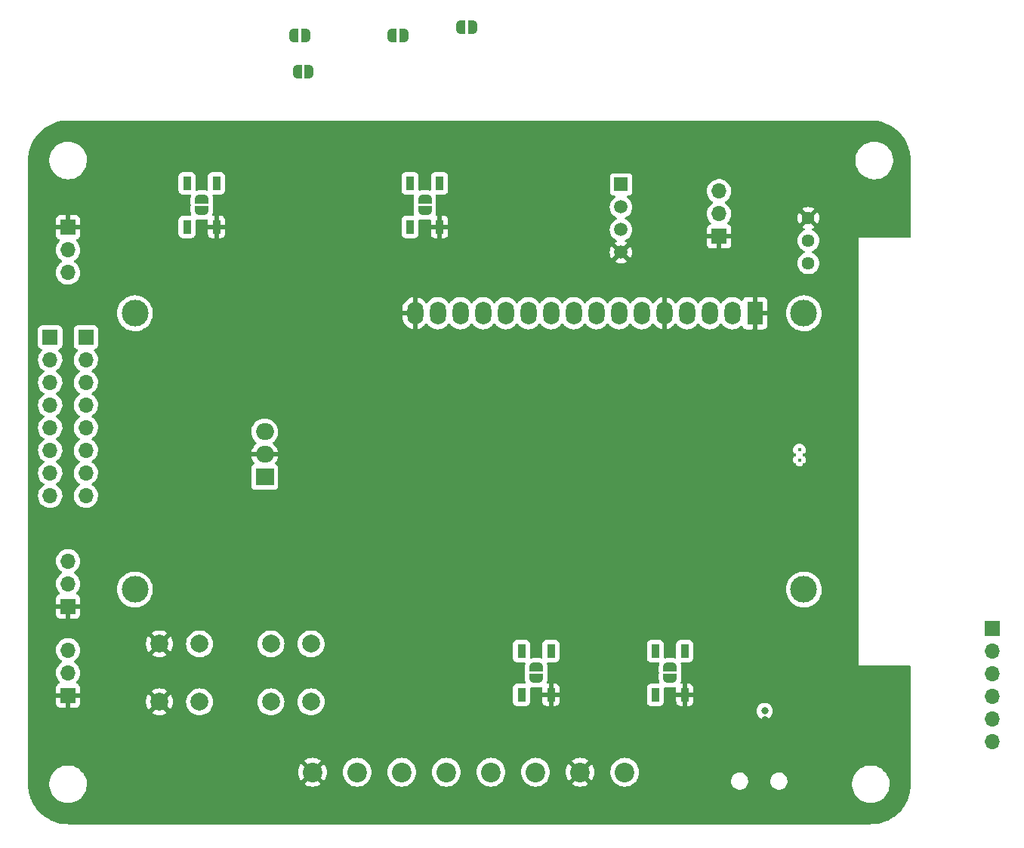
<source format=gbr>
%TF.GenerationSoftware,KiCad,Pcbnew,(6.0.9)*%
%TF.CreationDate,2022-11-21T22:50:26+02:00*%
%TF.ProjectId,Elekit2.0,456c656b-6974-4322-9e30-2e6b69636164,rev?*%
%TF.SameCoordinates,Original*%
%TF.FileFunction,Copper,L2,Bot*%
%TF.FilePolarity,Positive*%
%FSLAX46Y46*%
G04 Gerber Fmt 4.6, Leading zero omitted, Abs format (unit mm)*
G04 Created by KiCad (PCBNEW (6.0.9)) date 2022-11-21 22:50:26*
%MOMM*%
%LPD*%
G01*
G04 APERTURE LIST*
G04 Aperture macros list*
%AMFreePoly0*
4,1,20,0.000000,0.744959,0.073905,0.744508,0.209726,0.703889,0.328688,0.626782,0.421226,0.519385,0.479903,0.390333,0.500000,0.250000,0.500000,-0.250000,0.499851,-0.262216,0.476331,-0.402017,0.414519,-0.529596,0.319384,-0.634700,0.198574,-0.708877,0.061801,-0.746166,0.000000,-0.745033,0.000000,-0.750000,-0.500000,-0.750000,-0.500000,0.750000,0.000000,0.750000,0.000000,0.744959,
0.000000,0.744959,$1*%
%AMFreePoly1*
4,1,22,0.500000,-0.750000,0.000000,-0.750000,0.000000,-0.745033,-0.079941,-0.743568,-0.215256,-0.701293,-0.333266,-0.622738,-0.424486,-0.514219,-0.481581,-0.384460,-0.499164,-0.250000,-0.500000,-0.250000,-0.500000,0.250000,-0.499164,0.250000,-0.499963,0.256109,-0.478152,0.396186,-0.417904,0.524511,-0.324060,0.630769,-0.204165,0.706417,-0.067858,0.745374,0.000000,0.744959,0.000000,0.750000,
0.500000,0.750000,0.500000,-0.750000,0.500000,-0.750000,$1*%
G04 Aperture macros list end*
%TA.AperFunction,ComponentPad*%
%ADD10R,1.700000X1.700000*%
%TD*%
%TA.AperFunction,ComponentPad*%
%ADD11O,1.700000X1.700000*%
%TD*%
%TA.AperFunction,SMDPad,CuDef*%
%ADD12FreePoly0,90.000000*%
%TD*%
%TA.AperFunction,SMDPad,CuDef*%
%ADD13FreePoly1,90.000000*%
%TD*%
%TA.AperFunction,SMDPad,CuDef*%
%ADD14R,0.900000X1.500000*%
%TD*%
%TA.AperFunction,ComponentPad*%
%ADD15C,2.000000*%
%TD*%
%TA.AperFunction,ComponentPad*%
%ADD16O,1.800000X2.600000*%
%TD*%
%TA.AperFunction,ComponentPad*%
%ADD17R,1.800000X2.600000*%
%TD*%
%TA.AperFunction,ComponentPad*%
%ADD18C,3.000000*%
%TD*%
%TA.AperFunction,ComponentPad*%
%ADD19R,1.500000X1.500000*%
%TD*%
%TA.AperFunction,ComponentPad*%
%ADD20C,1.500000*%
%TD*%
%TA.AperFunction,ComponentPad*%
%ADD21C,2.200000*%
%TD*%
%TA.AperFunction,ComponentPad*%
%ADD22O,2.000000X1.905000*%
%TD*%
%TA.AperFunction,ComponentPad*%
%ADD23R,2.000000X1.905000*%
%TD*%
%TA.AperFunction,SMDPad,CuDef*%
%ADD24FreePoly1,180.000000*%
%TD*%
%TA.AperFunction,SMDPad,CuDef*%
%ADD25FreePoly0,180.000000*%
%TD*%
%TA.AperFunction,ComponentPad*%
%ADD26C,1.440000*%
%TD*%
%TA.AperFunction,ViaPad*%
%ADD27C,0.800000*%
%TD*%
%TA.AperFunction,ViaPad*%
%ADD28C,0.400000*%
%TD*%
G04 APERTURE END LIST*
D10*
%TO.P,J6,1,Pin_1*%
%TO.N,GND*%
X128650000Y-77550000D03*
D11*
%TO.P,J6,2,Pin_2*%
%TO.N,unconnected-(J6-Pad2)*%
X128650000Y-80090000D03*
%TO.P,J6,3,Pin_3*%
%TO.N,Net-(J6-Pad3)*%
X128650000Y-82630000D03*
%TO.P,J6,4,Pin_4*%
%TO.N,/RX*%
X128650000Y-85170000D03*
%TO.P,J6,5,Pin_5*%
%TO.N,/TX*%
X128650000Y-87710000D03*
%TO.P,J6,6,Pin_6*%
%TO.N,unconnected-(J6-Pad6)*%
X128650000Y-90250000D03*
%TD*%
D10*
%TO.P,J10,1,Pin_1*%
%TO.N,GND*%
X25000000Y-32500000D03*
D11*
%TO.P,J10,2,Pin_2*%
%TO.N,Net-(J10-Pad2)*%
X25000000Y-35040000D03*
%TO.P,J10,3,Pin_3*%
%TO.N,/VBUS*%
X25000000Y-37580000D03*
%TD*%
D12*
%TO.P,JP9,2,B*%
%TO.N,Net-(J10-Pad2)*%
X92500000Y-81850000D03*
D13*
%TO.P,JP9,1,A*%
%TO.N,Net-(D11-Pad2)*%
X92500000Y-83150000D03*
%TD*%
%TO.P,JP8,1,A*%
%TO.N,Net-(D10-Pad2)*%
X77500000Y-83150000D03*
D12*
%TO.P,JP8,2,B*%
%TO.N,Net-(D11-Pad2)*%
X77500000Y-81850000D03*
%TD*%
D13*
%TO.P,JP7,1,A*%
%TO.N,Net-(D9-Pad2)*%
X65000000Y-30650000D03*
D12*
%TO.P,JP7,2,B*%
%TO.N,Net-(D10-Pad2)*%
X65000000Y-29350000D03*
%TD*%
D13*
%TO.P,JP6,1,A*%
%TO.N,Net-(D9-Pad4)*%
X40000000Y-30650000D03*
D12*
%TO.P,JP6,2,B*%
%TO.N,Net-(D9-Pad2)*%
X40000000Y-29350000D03*
%TD*%
D14*
%TO.P,D12,1,VDD*%
%TO.N,/VBUS*%
X90850000Y-80050000D03*
%TO.P,D12,2,DOUT*%
%TO.N,Net-(J10-Pad2)*%
X94150000Y-80050000D03*
%TO.P,D12,3,VSS*%
%TO.N,GND*%
X94150000Y-84950000D03*
%TO.P,D12,4,DIN*%
%TO.N,Net-(D11-Pad2)*%
X90850000Y-84950000D03*
%TD*%
%TO.P,D11,1,VDD*%
%TO.N,/VBUS*%
X75850000Y-80050000D03*
%TO.P,D11,2,DOUT*%
%TO.N,Net-(D11-Pad2)*%
X79150000Y-80050000D03*
%TO.P,D11,3,VSS*%
%TO.N,GND*%
X79150000Y-84950000D03*
%TO.P,D11,4,DIN*%
%TO.N,Net-(D10-Pad2)*%
X75850000Y-84950000D03*
%TD*%
D15*
%TO.P,SW2,1,1*%
%TO.N,GND*%
X35250000Y-85750000D03*
X35250000Y-79250000D03*
%TO.P,SW2,2,2*%
%TO.N,Net-(C14-Pad2)*%
X39750000Y-85750000D03*
X39750000Y-79250000D03*
%TD*%
D16*
%TO.P,DS1,16,LED(-)*%
%TO.N,GND*%
X63900000Y-42142500D03*
%TO.P,DS1,15,LED(+)*%
%TO.N,Net-(DS1-Pad15)*%
X66440000Y-42142500D03*
%TO.P,DS1,14,D7*%
%TO.N,Net-(DS1-Pad14)*%
X68980000Y-42142500D03*
%TO.P,DS1,13,D6*%
%TO.N,Net-(DS1-Pad13)*%
X71520000Y-42142500D03*
%TO.P,DS1,12,D5*%
%TO.N,Net-(DS1-Pad12)*%
X74060000Y-42142500D03*
%TO.P,DS1,11,D4*%
%TO.N,Net-(DS1-Pad11)*%
X76600000Y-42142500D03*
%TO.P,DS1,10,D3*%
%TO.N,unconnected-(DS1-Pad10)*%
X79140000Y-42142500D03*
%TO.P,DS1,9,D2*%
%TO.N,unconnected-(DS1-Pad9)*%
X81680000Y-42142500D03*
%TO.P,DS1,8,D1*%
%TO.N,unconnected-(DS1-Pad8)*%
X84220000Y-42142500D03*
%TO.P,DS1,7,D0*%
%TO.N,unconnected-(DS1-Pad7)*%
X86760000Y-42142500D03*
%TO.P,DS1,6,E*%
%TO.N,Net-(DS1-Pad6)*%
X89300000Y-42142500D03*
%TO.P,DS1,5,R/W*%
%TO.N,GND*%
X91840000Y-42142500D03*
%TO.P,DS1,4,RS*%
%TO.N,Net-(DS1-Pad4)*%
X94380000Y-42142500D03*
%TO.P,DS1,3,VO*%
%TO.N,Net-(DS1-Pad3)*%
X96920000Y-42142500D03*
%TO.P,DS1,2,VDD*%
%TO.N,/VBUS*%
X99460000Y-42142500D03*
D17*
%TO.P,DS1,1,VSS*%
%TO.N,GND*%
X102000000Y-42142500D03*
D18*
%TO.P,DS1,*%
%TO.N,*%
X32500000Y-42142500D03*
X107499100Y-73143200D03*
X107499100Y-42142500D03*
X32500520Y-73143200D03*
%TD*%
D19*
%TO.P,U11,1,VCC*%
%TO.N,+3.3V*%
X87000000Y-27685000D03*
D20*
%TO.P,U11,2,IO*%
%TO.N,/DHT_DATA*%
X87000000Y-30225000D03*
%TO.P,U11,3,NC*%
%TO.N,unconnected-(U11-Pad3)*%
X87000000Y-32765000D03*
%TO.P,U11,4,GND*%
%TO.N,GND*%
X87000000Y-35305000D03*
%TD*%
D10*
%TO.P,J9,1,Pin_1*%
%TO.N,GND*%
X25000000Y-75040000D03*
D11*
%TO.P,J9,2,Pin_2*%
%TO.N,/VBUS*%
X25000000Y-72500000D03*
%TO.P,J9,3,Pin_3*%
%TO.N,/SERVO2*%
X25000000Y-69960000D03*
%TD*%
D10*
%TO.P,J7,1,Pin_1*%
%TO.N,/GPIO0*%
X23000000Y-44840000D03*
D11*
%TO.P,J7,2,Pin_2*%
%TO.N,/GPIO1*%
X23000000Y-47380000D03*
%TO.P,J7,3,Pin_3*%
%TO.N,/GPIO2*%
X23000000Y-49920000D03*
%TO.P,J7,4,Pin_4*%
%TO.N,/GPIO3*%
X23000000Y-52460000D03*
%TO.P,J7,5,Pin_5*%
%TO.N,/GPIO4*%
X23000000Y-55000000D03*
%TO.P,J7,6,Pin_6*%
%TO.N,/GPIO5*%
X23000000Y-57540000D03*
%TO.P,J7,7,Pin_7*%
%TO.N,/GPIO6*%
X23000000Y-60080000D03*
%TO.P,J7,8,Pin_8*%
%TO.N,/GPIO7*%
X23000000Y-62620000D03*
%TD*%
D10*
%TO.P,J11,1,Pin_1*%
%TO.N,GND*%
X98000000Y-33525000D03*
D11*
%TO.P,J11,2,Pin_2*%
%TO.N,/DQ*%
X98000000Y-30985000D03*
%TO.P,J11,3,Pin_3*%
%TO.N,+3.3V*%
X98000000Y-28445000D03*
%TD*%
D21*
%TO.P,J2,1,Pin_1*%
%TO.N,/DRAIN1*%
X72415888Y-93650000D03*
%TO.P,J2,2,Pin_2*%
%TO.N,/SOUCE1*%
X77415888Y-93650000D03*
%TD*%
D15*
%TO.P,SW1,1,1*%
%TO.N,Net-(R4-Pad1)*%
X47750000Y-79250000D03*
X47750000Y-85750000D03*
%TO.P,SW1,2,2*%
%TO.N,/VBUS*%
X52250000Y-79250000D03*
X52250000Y-85750000D03*
%TD*%
D21*
%TO.P,J4,2,Pin_2*%
%TO.N,Net-(D5-Pad2)*%
X57415888Y-93650000D03*
%TO.P,J4,1,Pin_1*%
%TO.N,GND*%
X52415888Y-93650000D03*
%TD*%
%TO.P,J3,1,Pin_1*%
%TO.N,/INP1*%
X62415888Y-93650000D03*
%TO.P,J3,2,Pin_2*%
%TO.N,unconnected-(J3-Pad2)*%
X67415888Y-93650000D03*
%TD*%
D10*
%TO.P,J8,1,Pin_1*%
%TO.N,/GPIO8*%
X27000000Y-44840000D03*
D11*
%TO.P,J8,2,Pin_2*%
%TO.N,/GPIO9*%
X27000000Y-47380000D03*
%TO.P,J8,3,Pin_3*%
%TO.N,/GPIO10*%
X27000000Y-49920000D03*
%TO.P,J8,4,Pin_4*%
%TO.N,/RX*%
X27000000Y-52460000D03*
%TO.P,J8,5,Pin_5*%
%TO.N,/TX*%
X27000000Y-55000000D03*
%TO.P,J8,6,Pin_6*%
%TO.N,unconnected-(J8-Pad6)*%
X27000000Y-57540000D03*
%TO.P,J8,7,Pin_7*%
%TO.N,unconnected-(J8-Pad7)*%
X27000000Y-60080000D03*
%TO.P,J8,8,Pin_8*%
%TO.N,unconnected-(J8-Pad8)*%
X27000000Y-62620000D03*
%TD*%
D21*
%TO.P,J1,1,Pin_1*%
%TO.N,GNDPWR*%
X82415888Y-93650000D03*
%TO.P,J1,2,Pin_2*%
%TO.N,/HVBUS*%
X87415888Y-93650000D03*
%TD*%
D22*
%TO.P,U3,3,OUT*%
%TO.N,Net-(C5-Pad2)*%
X47050000Y-55435000D03*
%TO.P,U3,2,GND*%
%TO.N,GND*%
X47050000Y-57975000D03*
D23*
%TO.P,U3,1,IN*%
%TO.N,/HVBUS*%
X47050000Y-60515000D03*
%TD*%
D10*
%TO.P,J5,1,Pin_1*%
%TO.N,GND*%
X25000000Y-85040000D03*
D11*
%TO.P,J5,2,Pin_2*%
%TO.N,/VBUS*%
X25000000Y-82500000D03*
%TO.P,J5,3,Pin_3*%
%TO.N,/SERVO1*%
X25000000Y-79960000D03*
%TD*%
D14*
%TO.P,D9,4,DIN*%
%TO.N,Net-(D9-Pad4)*%
X38350000Y-32450000D03*
%TO.P,D9,3,VSS*%
%TO.N,GND*%
X41650000Y-32450000D03*
%TO.P,D9,2,DOUT*%
%TO.N,Net-(D9-Pad2)*%
X41650000Y-27550000D03*
%TO.P,D9,1,VDD*%
%TO.N,/VBUS*%
X38350000Y-27550000D03*
%TD*%
%TO.P,D10,4,DIN*%
%TO.N,Net-(D9-Pad2)*%
X63350000Y-32450000D03*
%TO.P,D10,3,VSS*%
%TO.N,GND*%
X66650000Y-32450000D03*
%TO.P,D10,2,DOUT*%
%TO.N,Net-(D10-Pad2)*%
X66650000Y-27550000D03*
%TO.P,D10,1,VDD*%
%TO.N,/VBUS*%
X63350000Y-27550000D03*
%TD*%
D24*
%TO.P,JP1,1,A*%
%TO.N,/EN_LDO*%
X51650000Y-11000000D03*
D25*
%TO.P,JP1,2,B*%
%TO.N,/VBUS*%
X50350000Y-11000000D03*
%TD*%
D24*
%TO.P,JP2,1,A*%
%TO.N,/VBUS*%
X52000000Y-15000000D03*
D25*
%TO.P,JP2,2,B*%
%TO.N,Net-(D5-Pad2)*%
X50700000Y-15000000D03*
%TD*%
D24*
%TO.P,JP3,1,A*%
%TO.N,Net-(JP3-Pad1)*%
X70350000Y-10000000D03*
D25*
%TO.P,JP3,2,B*%
%TO.N,/GPIO4*%
X69050000Y-10000000D03*
%TD*%
D26*
%TO.P,RV1,1,1*%
%TO.N,GND*%
X108000000Y-31450000D03*
%TO.P,RV1,2,2*%
%TO.N,Net-(DS1-Pad3)*%
X108000000Y-33990000D03*
%TO.P,RV1,3,3*%
%TO.N,/VBUS*%
X108000000Y-36530000D03*
%TD*%
D24*
%TO.P,JP4,1,A*%
%TO.N,GND*%
X62650000Y-11000000D03*
D25*
%TO.P,JP4,2,B*%
%TO.N,Net-(D4-Pad1)*%
X61350000Y-11000000D03*
%TD*%
D27*
%TO.N,GND*%
X93000000Y-93000000D03*
X112500000Y-43500000D03*
X101330000Y-84171869D03*
D28*
X105900000Y-57479822D03*
X105900000Y-59699822D03*
X105900000Y-58599822D03*
X107550000Y-58049822D03*
X106450000Y-59149822D03*
X107540000Y-59149822D03*
D27*
X106050000Y-84171869D03*
D28*
X105340000Y-58049822D03*
X105340000Y-59149822D03*
D27*
X103100000Y-87771869D03*
D28*
X107000000Y-59699822D03*
X106450000Y-58049822D03*
%TO.N,/D+*%
X107000000Y-57489822D03*
X107000000Y-58609822D03*
D27*
%TO.N,unconnected-(U5-Pad3)*%
X103100000Y-86771869D03*
%TD*%
%TA.AperFunction,Conductor*%
%TO.N,GNDPWR*%
G36*
X84842121Y-87245002D02*
G01*
X84888614Y-87298658D01*
X84900000Y-87351000D01*
X84900000Y-99365500D01*
X84879998Y-99433621D01*
X84826342Y-99480114D01*
X84774000Y-99491500D01*
X53026000Y-99491500D01*
X52957879Y-99471498D01*
X52911386Y-99417842D01*
X52900000Y-99365500D01*
X52900000Y-95274693D01*
X52920002Y-95206572D01*
X52977782Y-95158284D01*
X53143816Y-95089511D01*
X53143820Y-95089509D01*
X53148390Y-95087616D01*
X53364264Y-94955328D01*
X53556786Y-94790898D01*
X53721216Y-94598376D01*
X53853504Y-94382502D01*
X53950393Y-94148591D01*
X54009497Y-93902403D01*
X54029362Y-93650000D01*
X55802414Y-93650000D01*
X55822279Y-93902403D01*
X55881383Y-94148591D01*
X55978272Y-94382502D01*
X56110560Y-94598376D01*
X56274990Y-94790898D01*
X56467512Y-94955328D01*
X56683386Y-95087616D01*
X56687956Y-95089509D01*
X56687960Y-95089511D01*
X56912724Y-95182611D01*
X56917297Y-95184505D01*
X57001920Y-95204821D01*
X57158672Y-95242454D01*
X57158678Y-95242455D01*
X57163485Y-95243609D01*
X57415888Y-95263474D01*
X57668291Y-95243609D01*
X57673098Y-95242455D01*
X57673104Y-95242454D01*
X57829856Y-95204821D01*
X57914479Y-95184505D01*
X57919052Y-95182611D01*
X58143816Y-95089511D01*
X58143820Y-95089509D01*
X58148390Y-95087616D01*
X58364264Y-94955328D01*
X58556786Y-94790898D01*
X58721216Y-94598376D01*
X58853504Y-94382502D01*
X58950393Y-94148591D01*
X59009497Y-93902403D01*
X59029362Y-93650000D01*
X60802414Y-93650000D01*
X60822279Y-93902403D01*
X60881383Y-94148591D01*
X60978272Y-94382502D01*
X61110560Y-94598376D01*
X61274990Y-94790898D01*
X61467512Y-94955328D01*
X61683386Y-95087616D01*
X61687956Y-95089509D01*
X61687960Y-95089511D01*
X61912724Y-95182611D01*
X61917297Y-95184505D01*
X62001920Y-95204821D01*
X62158672Y-95242454D01*
X62158678Y-95242455D01*
X62163485Y-95243609D01*
X62415888Y-95263474D01*
X62668291Y-95243609D01*
X62673098Y-95242455D01*
X62673104Y-95242454D01*
X62829856Y-95204821D01*
X62914479Y-95184505D01*
X62919052Y-95182611D01*
X63143816Y-95089511D01*
X63143820Y-95089509D01*
X63148390Y-95087616D01*
X63364264Y-94955328D01*
X63556786Y-94790898D01*
X63721216Y-94598376D01*
X63853504Y-94382502D01*
X63950393Y-94148591D01*
X64009497Y-93902403D01*
X64029362Y-93650000D01*
X65802414Y-93650000D01*
X65822279Y-93902403D01*
X65881383Y-94148591D01*
X65978272Y-94382502D01*
X66110560Y-94598376D01*
X66274990Y-94790898D01*
X66467512Y-94955328D01*
X66683386Y-95087616D01*
X66687956Y-95089509D01*
X66687960Y-95089511D01*
X66912724Y-95182611D01*
X66917297Y-95184505D01*
X67001920Y-95204821D01*
X67158672Y-95242454D01*
X67158678Y-95242455D01*
X67163485Y-95243609D01*
X67415888Y-95263474D01*
X67668291Y-95243609D01*
X67673098Y-95242455D01*
X67673104Y-95242454D01*
X67829856Y-95204821D01*
X67914479Y-95184505D01*
X67919052Y-95182611D01*
X68143816Y-95089511D01*
X68143820Y-95089509D01*
X68148390Y-95087616D01*
X68364264Y-94955328D01*
X68556786Y-94790898D01*
X68721216Y-94598376D01*
X68853504Y-94382502D01*
X68950393Y-94148591D01*
X69009497Y-93902403D01*
X69029362Y-93650000D01*
X70802414Y-93650000D01*
X70822279Y-93902403D01*
X70881383Y-94148591D01*
X70978272Y-94382502D01*
X71110560Y-94598376D01*
X71274990Y-94790898D01*
X71467512Y-94955328D01*
X71683386Y-95087616D01*
X71687956Y-95089509D01*
X71687960Y-95089511D01*
X71912724Y-95182611D01*
X71917297Y-95184505D01*
X72001920Y-95204821D01*
X72158672Y-95242454D01*
X72158678Y-95242455D01*
X72163485Y-95243609D01*
X72415888Y-95263474D01*
X72668291Y-95243609D01*
X72673098Y-95242455D01*
X72673104Y-95242454D01*
X72829856Y-95204821D01*
X72914479Y-95184505D01*
X72919052Y-95182611D01*
X73143816Y-95089511D01*
X73143820Y-95089509D01*
X73148390Y-95087616D01*
X73364264Y-94955328D01*
X73556786Y-94790898D01*
X73721216Y-94598376D01*
X73853504Y-94382502D01*
X73950393Y-94148591D01*
X74009497Y-93902403D01*
X74029362Y-93650000D01*
X75802414Y-93650000D01*
X75822279Y-93902403D01*
X75881383Y-94148591D01*
X75978272Y-94382502D01*
X76110560Y-94598376D01*
X76274990Y-94790898D01*
X76467512Y-94955328D01*
X76683386Y-95087616D01*
X76687956Y-95089509D01*
X76687960Y-95089511D01*
X76912724Y-95182611D01*
X76917297Y-95184505D01*
X77001920Y-95204821D01*
X77158672Y-95242454D01*
X77158678Y-95242455D01*
X77163485Y-95243609D01*
X77415888Y-95263474D01*
X77668291Y-95243609D01*
X77673098Y-95242455D01*
X77673104Y-95242454D01*
X77829856Y-95204821D01*
X77914479Y-95184505D01*
X77919052Y-95182611D01*
X78143816Y-95089511D01*
X78143820Y-95089509D01*
X78148390Y-95087616D01*
X78364163Y-94955390D01*
X81475328Y-94955390D01*
X81481055Y-94963040D01*
X81679394Y-95084583D01*
X81688188Y-95089064D01*
X81912879Y-95182134D01*
X81922264Y-95185183D01*
X82158751Y-95241959D01*
X82168498Y-95243502D01*
X82410958Y-95262584D01*
X82420818Y-95262584D01*
X82663278Y-95243502D01*
X82673025Y-95241959D01*
X82909512Y-95185183D01*
X82918897Y-95182134D01*
X83143588Y-95089064D01*
X83152382Y-95084583D01*
X83347055Y-94965287D01*
X83356515Y-94954830D01*
X83352732Y-94946054D01*
X82428700Y-94022022D01*
X82414756Y-94014408D01*
X82412923Y-94014539D01*
X82406308Y-94018790D01*
X81482088Y-94943010D01*
X81475328Y-94955390D01*
X78364163Y-94955390D01*
X78364264Y-94955328D01*
X78556786Y-94790898D01*
X78721216Y-94598376D01*
X78853504Y-94382502D01*
X78950393Y-94148591D01*
X79009497Y-93902403D01*
X79028974Y-93654930D01*
X80803304Y-93654930D01*
X80822386Y-93897390D01*
X80823929Y-93907137D01*
X80880705Y-94143624D01*
X80883754Y-94153009D01*
X80976824Y-94377700D01*
X80981305Y-94386494D01*
X81100601Y-94581167D01*
X81111058Y-94590627D01*
X81119834Y-94586844D01*
X82043866Y-93662812D01*
X82050244Y-93651132D01*
X82780296Y-93651132D01*
X82780427Y-93652965D01*
X82784678Y-93659580D01*
X83708898Y-94583800D01*
X83721278Y-94590560D01*
X83728928Y-94584833D01*
X83850471Y-94386494D01*
X83854952Y-94377700D01*
X83948022Y-94153009D01*
X83951071Y-94143624D01*
X84007847Y-93907137D01*
X84009390Y-93897390D01*
X84028472Y-93654930D01*
X84028472Y-93645070D01*
X84009390Y-93402610D01*
X84007847Y-93392863D01*
X83951071Y-93156376D01*
X83948022Y-93146991D01*
X83854952Y-92922300D01*
X83850471Y-92913506D01*
X83731175Y-92718833D01*
X83720718Y-92709373D01*
X83711942Y-92713156D01*
X82787910Y-93637188D01*
X82780296Y-93651132D01*
X82050244Y-93651132D01*
X82051480Y-93648868D01*
X82051349Y-93647035D01*
X82047098Y-93640420D01*
X81122878Y-92716200D01*
X81110498Y-92709440D01*
X81102848Y-92715167D01*
X80981305Y-92913506D01*
X80976824Y-92922300D01*
X80883754Y-93146991D01*
X80880705Y-93156376D01*
X80823929Y-93392863D01*
X80822386Y-93402610D01*
X80803304Y-93645070D01*
X80803304Y-93654930D01*
X79028974Y-93654930D01*
X79029362Y-93650000D01*
X79009497Y-93397597D01*
X78950393Y-93151409D01*
X78853504Y-92917498D01*
X78721216Y-92701624D01*
X78556786Y-92509102D01*
X78364847Y-92345170D01*
X81475261Y-92345170D01*
X81479044Y-92353946D01*
X82403076Y-93277978D01*
X82417020Y-93285592D01*
X82418853Y-93285461D01*
X82425468Y-93281210D01*
X83349688Y-92356990D01*
X83356448Y-92344610D01*
X83350721Y-92336960D01*
X83152382Y-92215417D01*
X83143588Y-92210936D01*
X82918897Y-92117866D01*
X82909512Y-92114817D01*
X82673025Y-92058041D01*
X82663278Y-92056498D01*
X82420818Y-92037416D01*
X82410958Y-92037416D01*
X82168498Y-92056498D01*
X82158751Y-92058041D01*
X81922264Y-92114817D01*
X81912879Y-92117866D01*
X81688188Y-92210936D01*
X81679394Y-92215417D01*
X81484721Y-92334713D01*
X81475261Y-92345170D01*
X78364847Y-92345170D01*
X78364264Y-92344672D01*
X78148390Y-92212384D01*
X78143820Y-92210491D01*
X78143816Y-92210489D01*
X77919052Y-92117389D01*
X77919050Y-92117388D01*
X77914479Y-92115495D01*
X77829856Y-92095179D01*
X77673104Y-92057546D01*
X77673098Y-92057545D01*
X77668291Y-92056391D01*
X77415888Y-92036526D01*
X77163485Y-92056391D01*
X77158678Y-92057545D01*
X77158672Y-92057546D01*
X77001920Y-92095179D01*
X76917297Y-92115495D01*
X76912726Y-92117388D01*
X76912724Y-92117389D01*
X76687960Y-92210489D01*
X76687956Y-92210491D01*
X76683386Y-92212384D01*
X76467512Y-92344672D01*
X76274990Y-92509102D01*
X76110560Y-92701624D01*
X75978272Y-92917498D01*
X75881383Y-93151409D01*
X75822279Y-93397597D01*
X75802414Y-93650000D01*
X74029362Y-93650000D01*
X74009497Y-93397597D01*
X73950393Y-93151409D01*
X73853504Y-92917498D01*
X73721216Y-92701624D01*
X73556786Y-92509102D01*
X73364264Y-92344672D01*
X73148390Y-92212384D01*
X73143820Y-92210491D01*
X73143816Y-92210489D01*
X72919052Y-92117389D01*
X72919050Y-92117388D01*
X72914479Y-92115495D01*
X72829856Y-92095179D01*
X72673104Y-92057546D01*
X72673098Y-92057545D01*
X72668291Y-92056391D01*
X72415888Y-92036526D01*
X72163485Y-92056391D01*
X72158678Y-92057545D01*
X72158672Y-92057546D01*
X72001920Y-92095179D01*
X71917297Y-92115495D01*
X71912726Y-92117388D01*
X71912724Y-92117389D01*
X71687960Y-92210489D01*
X71687956Y-92210491D01*
X71683386Y-92212384D01*
X71467512Y-92344672D01*
X71274990Y-92509102D01*
X71110560Y-92701624D01*
X70978272Y-92917498D01*
X70881383Y-93151409D01*
X70822279Y-93397597D01*
X70802414Y-93650000D01*
X69029362Y-93650000D01*
X69009497Y-93397597D01*
X68950393Y-93151409D01*
X68853504Y-92917498D01*
X68721216Y-92701624D01*
X68556786Y-92509102D01*
X68364264Y-92344672D01*
X68148390Y-92212384D01*
X68143820Y-92210491D01*
X68143816Y-92210489D01*
X67919052Y-92117389D01*
X67919050Y-92117388D01*
X67914479Y-92115495D01*
X67829856Y-92095179D01*
X67673104Y-92057546D01*
X67673098Y-92057545D01*
X67668291Y-92056391D01*
X67415888Y-92036526D01*
X67163485Y-92056391D01*
X67158678Y-92057545D01*
X67158672Y-92057546D01*
X67001920Y-92095179D01*
X66917297Y-92115495D01*
X66912726Y-92117388D01*
X66912724Y-92117389D01*
X66687960Y-92210489D01*
X66687956Y-92210491D01*
X66683386Y-92212384D01*
X66467512Y-92344672D01*
X66274990Y-92509102D01*
X66110560Y-92701624D01*
X65978272Y-92917498D01*
X65881383Y-93151409D01*
X65822279Y-93397597D01*
X65802414Y-93650000D01*
X64029362Y-93650000D01*
X64009497Y-93397597D01*
X63950393Y-93151409D01*
X63853504Y-92917498D01*
X63721216Y-92701624D01*
X63556786Y-92509102D01*
X63364264Y-92344672D01*
X63148390Y-92212384D01*
X63143820Y-92210491D01*
X63143816Y-92210489D01*
X62919052Y-92117389D01*
X62919050Y-92117388D01*
X62914479Y-92115495D01*
X62829856Y-92095179D01*
X62673104Y-92057546D01*
X62673098Y-92057545D01*
X62668291Y-92056391D01*
X62415888Y-92036526D01*
X62163485Y-92056391D01*
X62158678Y-92057545D01*
X62158672Y-92057546D01*
X62001920Y-92095179D01*
X61917297Y-92115495D01*
X61912726Y-92117388D01*
X61912724Y-92117389D01*
X61687960Y-92210489D01*
X61687956Y-92210491D01*
X61683386Y-92212384D01*
X61467512Y-92344672D01*
X61274990Y-92509102D01*
X61110560Y-92701624D01*
X60978272Y-92917498D01*
X60881383Y-93151409D01*
X60822279Y-93397597D01*
X60802414Y-93650000D01*
X59029362Y-93650000D01*
X59009497Y-93397597D01*
X58950393Y-93151409D01*
X58853504Y-92917498D01*
X58721216Y-92701624D01*
X58556786Y-92509102D01*
X58364264Y-92344672D01*
X58148390Y-92212384D01*
X58143820Y-92210491D01*
X58143816Y-92210489D01*
X57919052Y-92117389D01*
X57919050Y-92117388D01*
X57914479Y-92115495D01*
X57829856Y-92095179D01*
X57673104Y-92057546D01*
X57673098Y-92057545D01*
X57668291Y-92056391D01*
X57415888Y-92036526D01*
X57163485Y-92056391D01*
X57158678Y-92057545D01*
X57158672Y-92057546D01*
X57001920Y-92095179D01*
X56917297Y-92115495D01*
X56912726Y-92117388D01*
X56912724Y-92117389D01*
X56687960Y-92210489D01*
X56687956Y-92210491D01*
X56683386Y-92212384D01*
X56467512Y-92344672D01*
X56274990Y-92509102D01*
X56110560Y-92701624D01*
X55978272Y-92917498D01*
X55881383Y-93151409D01*
X55822279Y-93397597D01*
X55802414Y-93650000D01*
X54029362Y-93650000D01*
X54009497Y-93397597D01*
X53950393Y-93151409D01*
X53853504Y-92917498D01*
X53721216Y-92701624D01*
X53556786Y-92509102D01*
X53364264Y-92344672D01*
X53148390Y-92212384D01*
X53143820Y-92210491D01*
X53143816Y-92210489D01*
X52977782Y-92141716D01*
X52922501Y-92097168D01*
X52900000Y-92025307D01*
X52900000Y-87351000D01*
X52920002Y-87282879D01*
X52973658Y-87236386D01*
X53026000Y-87225000D01*
X84774000Y-87225000D01*
X84842121Y-87245002D01*
G37*
%TD.AperFunction*%
%TD*%
%TA.AperFunction,Conductor*%
%TO.N,GND*%
G36*
X114970018Y-20510000D02*
G01*
X114984851Y-20512310D01*
X114984855Y-20512310D01*
X114993724Y-20513691D01*
X115014183Y-20511016D01*
X115036007Y-20510072D01*
X115385965Y-20525352D01*
X115396913Y-20526310D01*
X115774498Y-20576019D01*
X115785307Y-20577926D01*
X116157114Y-20660353D01*
X116167731Y-20663198D01*
X116530939Y-20777718D01*
X116541254Y-20781471D01*
X116893123Y-20927220D01*
X116903067Y-20931858D01*
X117240867Y-21107705D01*
X117250387Y-21113201D01*
X117571574Y-21317820D01*
X117580578Y-21324124D01*
X117882716Y-21555962D01*
X117891137Y-21563028D01*
X118171914Y-21820314D01*
X118179686Y-21828086D01*
X118436972Y-22108863D01*
X118444038Y-22117284D01*
X118675876Y-22419422D01*
X118682180Y-22428426D01*
X118886799Y-22749613D01*
X118892294Y-22759132D01*
X119053752Y-23069288D01*
X119068138Y-23096924D01*
X119072780Y-23106877D01*
X119182422Y-23371577D01*
X119218526Y-23458739D01*
X119222282Y-23469061D01*
X119249877Y-23556579D01*
X119336802Y-23832268D01*
X119339647Y-23842885D01*
X119384339Y-24044476D01*
X119422073Y-24214685D01*
X119423981Y-24225502D01*
X119432239Y-24288230D01*
X119473690Y-24603086D01*
X119474648Y-24614036D01*
X119489603Y-24956552D01*
X119488223Y-24981429D01*
X119486309Y-24993724D01*
X119487473Y-25002626D01*
X119487473Y-25002628D01*
X119490436Y-25025283D01*
X119491500Y-25041621D01*
X119491500Y-33513954D01*
X119471498Y-33582075D01*
X119417842Y-33628568D01*
X119365500Y-33639954D01*
X113649898Y-33639954D01*
X113649898Y-81639954D01*
X119365500Y-81639954D01*
X119433621Y-81659956D01*
X119480114Y-81713612D01*
X119491500Y-81765954D01*
X119491500Y-94950633D01*
X119490000Y-94970018D01*
X119487690Y-94984851D01*
X119487690Y-94984855D01*
X119486309Y-94993724D01*
X119488984Y-95014183D01*
X119489928Y-95036007D01*
X119480847Y-95243997D01*
X119474648Y-95385964D01*
X119473690Y-95396913D01*
X119431696Y-95715898D01*
X119423982Y-95774490D01*
X119422074Y-95785307D01*
X119378292Y-95982799D01*
X119339647Y-96157114D01*
X119336802Y-96167731D01*
X119247910Y-96449661D01*
X119222285Y-96530932D01*
X119218529Y-96541254D01*
X119107329Y-96809715D01*
X119072784Y-96893114D01*
X119068142Y-96903067D01*
X118968815Y-97093873D01*
X118892295Y-97240867D01*
X118886799Y-97250387D01*
X118682180Y-97571574D01*
X118675876Y-97580578D01*
X118444038Y-97882716D01*
X118436972Y-97891137D01*
X118179686Y-98171914D01*
X118171914Y-98179686D01*
X117891137Y-98436972D01*
X117882716Y-98444038D01*
X117580578Y-98675876D01*
X117571574Y-98682180D01*
X117250387Y-98886799D01*
X117240868Y-98892294D01*
X116903067Y-99068142D01*
X116893123Y-99072780D01*
X116541254Y-99218529D01*
X116530939Y-99222282D01*
X116167732Y-99336802D01*
X116157115Y-99339647D01*
X115785307Y-99422074D01*
X115774498Y-99423981D01*
X115396914Y-99473690D01*
X115385965Y-99474648D01*
X115043446Y-99489603D01*
X115018571Y-99488223D01*
X115006276Y-99486309D01*
X114997374Y-99487473D01*
X114997372Y-99487473D01*
X114982323Y-99489441D01*
X114974714Y-99490436D01*
X114958379Y-99491500D01*
X25049367Y-99491500D01*
X25029982Y-99490000D01*
X25015149Y-99487690D01*
X25015145Y-99487690D01*
X25006276Y-99486309D01*
X24985817Y-99488984D01*
X24963993Y-99489928D01*
X24614035Y-99474648D01*
X24603086Y-99473690D01*
X24225502Y-99423981D01*
X24214693Y-99422074D01*
X23842885Y-99339647D01*
X23832268Y-99336802D01*
X23469061Y-99222282D01*
X23458746Y-99218529D01*
X23106877Y-99072780D01*
X23096933Y-99068142D01*
X22759132Y-98892294D01*
X22749613Y-98886799D01*
X22428426Y-98682180D01*
X22419422Y-98675876D01*
X22117284Y-98444038D01*
X22108863Y-98436972D01*
X21828086Y-98179686D01*
X21820314Y-98171914D01*
X21563028Y-97891137D01*
X21555962Y-97882716D01*
X21324124Y-97580578D01*
X21317820Y-97571574D01*
X21113201Y-97250387D01*
X21107705Y-97240867D01*
X21031185Y-97093873D01*
X20931858Y-96903067D01*
X20927216Y-96893114D01*
X20892672Y-96809715D01*
X20781471Y-96541254D01*
X20777715Y-96530932D01*
X20752091Y-96449661D01*
X20663198Y-96167731D01*
X20660353Y-96157114D01*
X20621708Y-95982799D01*
X20577926Y-95785307D01*
X20576018Y-95774490D01*
X20568305Y-95715898D01*
X20526310Y-95396913D01*
X20525352Y-95385964D01*
X20515254Y-95154692D01*
X20514294Y-95132703D01*
X22890743Y-95132703D01*
X22891302Y-95136947D01*
X22891302Y-95136951D01*
X22897563Y-95184505D01*
X22928268Y-95417734D01*
X23004129Y-95695036D01*
X23005813Y-95698984D01*
X23094730Y-95907445D01*
X23116923Y-95959476D01*
X23128693Y-95979142D01*
X23241562Y-96167732D01*
X23264561Y-96206161D01*
X23444313Y-96430528D01*
X23652851Y-96628423D01*
X23675787Y-96644904D01*
X23877898Y-96790136D01*
X23886317Y-96796186D01*
X23890112Y-96798195D01*
X23890113Y-96798196D01*
X23911869Y-96809715D01*
X24140392Y-96930712D01*
X24410373Y-97029511D01*
X24691264Y-97090755D01*
X24719841Y-97093004D01*
X24914282Y-97108307D01*
X24914291Y-97108307D01*
X24916739Y-97108500D01*
X25072271Y-97108500D01*
X25074407Y-97108354D01*
X25074418Y-97108354D01*
X25282548Y-97094165D01*
X25282554Y-97094164D01*
X25286825Y-97093873D01*
X25291020Y-97093004D01*
X25291022Y-97093004D01*
X25427583Y-97064724D01*
X25568342Y-97035574D01*
X25839343Y-96939607D01*
X26094812Y-96807750D01*
X26098313Y-96805289D01*
X26098317Y-96805287D01*
X26212418Y-96725095D01*
X26330023Y-96642441D01*
X26408403Y-96569606D01*
X26537479Y-96449661D01*
X26537481Y-96449658D01*
X26540622Y-96446740D01*
X26722713Y-96224268D01*
X26872927Y-95979142D01*
X26988483Y-95715898D01*
X27067244Y-95439406D01*
X27107751Y-95154784D01*
X27107845Y-95136951D01*
X27108796Y-94955390D01*
X51475328Y-94955390D01*
X51481055Y-94963040D01*
X51679394Y-95084583D01*
X51688188Y-95089064D01*
X51912879Y-95182134D01*
X51922264Y-95185183D01*
X52158751Y-95241959D01*
X52168498Y-95243502D01*
X52410958Y-95262584D01*
X52420818Y-95262584D01*
X52663278Y-95243502D01*
X52673025Y-95241959D01*
X52909512Y-95185183D01*
X52918897Y-95182134D01*
X53143588Y-95089064D01*
X53152382Y-95084583D01*
X53347055Y-94965287D01*
X53356515Y-94954830D01*
X53352732Y-94946054D01*
X52428700Y-94022022D01*
X52414756Y-94014408D01*
X52412923Y-94014539D01*
X52406308Y-94018790D01*
X51482088Y-94943010D01*
X51475328Y-94955390D01*
X27108796Y-94955390D01*
X27109235Y-94871583D01*
X27109235Y-94871576D01*
X27109257Y-94867297D01*
X27098705Y-94787142D01*
X27085987Y-94690544D01*
X27071732Y-94582266D01*
X26995871Y-94304964D01*
X26960520Y-94222086D01*
X26884763Y-94044476D01*
X26884761Y-94044472D01*
X26883077Y-94040524D01*
X26803294Y-93907216D01*
X26737643Y-93797521D01*
X26737640Y-93797517D01*
X26735439Y-93793839D01*
X26624152Y-93654930D01*
X50803304Y-93654930D01*
X50822386Y-93897390D01*
X50823929Y-93907137D01*
X50880705Y-94143624D01*
X50883754Y-94153009D01*
X50976824Y-94377700D01*
X50981305Y-94386494D01*
X51100601Y-94581167D01*
X51111058Y-94590627D01*
X51119834Y-94586844D01*
X52043866Y-93662812D01*
X52050244Y-93651132D01*
X52780296Y-93651132D01*
X52780427Y-93652965D01*
X52784678Y-93659580D01*
X53708898Y-94583800D01*
X53721278Y-94590560D01*
X53728928Y-94584833D01*
X53850471Y-94386494D01*
X53854952Y-94377700D01*
X53948022Y-94153009D01*
X53951071Y-94143624D01*
X54007847Y-93907137D01*
X54009390Y-93897390D01*
X54028472Y-93654930D01*
X54028472Y-93650000D01*
X55802414Y-93650000D01*
X55822279Y-93902403D01*
X55823433Y-93907210D01*
X55823434Y-93907216D01*
X55842215Y-93985443D01*
X55881383Y-94148591D01*
X55883276Y-94153162D01*
X55883277Y-94153164D01*
X55952469Y-94320207D01*
X55978272Y-94382502D01*
X56110560Y-94598376D01*
X56274990Y-94790898D01*
X56467512Y-94955328D01*
X56683386Y-95087616D01*
X56687956Y-95089509D01*
X56687960Y-95089511D01*
X56912724Y-95182611D01*
X56917297Y-95184505D01*
X57001920Y-95204821D01*
X57158672Y-95242454D01*
X57158678Y-95242455D01*
X57163485Y-95243609D01*
X57415888Y-95263474D01*
X57668291Y-95243609D01*
X57673098Y-95242455D01*
X57673104Y-95242454D01*
X57829856Y-95204821D01*
X57914479Y-95184505D01*
X57919052Y-95182611D01*
X58143816Y-95089511D01*
X58143820Y-95089509D01*
X58148390Y-95087616D01*
X58364264Y-94955328D01*
X58556786Y-94790898D01*
X58721216Y-94598376D01*
X58853504Y-94382502D01*
X58879308Y-94320207D01*
X58948499Y-94153164D01*
X58948500Y-94153162D01*
X58950393Y-94148591D01*
X58989561Y-93985443D01*
X59008342Y-93907216D01*
X59008343Y-93907210D01*
X59009497Y-93902403D01*
X59029362Y-93650000D01*
X60802414Y-93650000D01*
X60822279Y-93902403D01*
X60823433Y-93907210D01*
X60823434Y-93907216D01*
X60842215Y-93985443D01*
X60881383Y-94148591D01*
X60883276Y-94153162D01*
X60883277Y-94153164D01*
X60952469Y-94320207D01*
X60978272Y-94382502D01*
X61110560Y-94598376D01*
X61274990Y-94790898D01*
X61467512Y-94955328D01*
X61683386Y-95087616D01*
X61687956Y-95089509D01*
X61687960Y-95089511D01*
X61912724Y-95182611D01*
X61917297Y-95184505D01*
X62001920Y-95204821D01*
X62158672Y-95242454D01*
X62158678Y-95242455D01*
X62163485Y-95243609D01*
X62415888Y-95263474D01*
X62668291Y-95243609D01*
X62673098Y-95242455D01*
X62673104Y-95242454D01*
X62829856Y-95204821D01*
X62914479Y-95184505D01*
X62919052Y-95182611D01*
X63143816Y-95089511D01*
X63143820Y-95089509D01*
X63148390Y-95087616D01*
X63364264Y-94955328D01*
X63556786Y-94790898D01*
X63721216Y-94598376D01*
X63853504Y-94382502D01*
X63879308Y-94320207D01*
X63948499Y-94153164D01*
X63948500Y-94153162D01*
X63950393Y-94148591D01*
X63989561Y-93985443D01*
X64008342Y-93907216D01*
X64008343Y-93907210D01*
X64009497Y-93902403D01*
X64029362Y-93650000D01*
X65802414Y-93650000D01*
X65822279Y-93902403D01*
X65823433Y-93907210D01*
X65823434Y-93907216D01*
X65842215Y-93985443D01*
X65881383Y-94148591D01*
X65883276Y-94153162D01*
X65883277Y-94153164D01*
X65952469Y-94320207D01*
X65978272Y-94382502D01*
X66110560Y-94598376D01*
X66274990Y-94790898D01*
X66467512Y-94955328D01*
X66683386Y-95087616D01*
X66687956Y-95089509D01*
X66687960Y-95089511D01*
X66912724Y-95182611D01*
X66917297Y-95184505D01*
X67001920Y-95204821D01*
X67158672Y-95242454D01*
X67158678Y-95242455D01*
X67163485Y-95243609D01*
X67415888Y-95263474D01*
X67668291Y-95243609D01*
X67673098Y-95242455D01*
X67673104Y-95242454D01*
X67829856Y-95204821D01*
X67914479Y-95184505D01*
X67919052Y-95182611D01*
X68143816Y-95089511D01*
X68143820Y-95089509D01*
X68148390Y-95087616D01*
X68364264Y-94955328D01*
X68556786Y-94790898D01*
X68721216Y-94598376D01*
X68853504Y-94382502D01*
X68879308Y-94320207D01*
X68948499Y-94153164D01*
X68948500Y-94153162D01*
X68950393Y-94148591D01*
X68989561Y-93985443D01*
X69008342Y-93907216D01*
X69008343Y-93907210D01*
X69009497Y-93902403D01*
X69029362Y-93650000D01*
X70802414Y-93650000D01*
X70822279Y-93902403D01*
X70823433Y-93907210D01*
X70823434Y-93907216D01*
X70842215Y-93985443D01*
X70881383Y-94148591D01*
X70883276Y-94153162D01*
X70883277Y-94153164D01*
X70952469Y-94320207D01*
X70978272Y-94382502D01*
X71110560Y-94598376D01*
X71274990Y-94790898D01*
X71467512Y-94955328D01*
X71683386Y-95087616D01*
X71687956Y-95089509D01*
X71687960Y-95089511D01*
X71912724Y-95182611D01*
X71917297Y-95184505D01*
X72001920Y-95204821D01*
X72158672Y-95242454D01*
X72158678Y-95242455D01*
X72163485Y-95243609D01*
X72415888Y-95263474D01*
X72668291Y-95243609D01*
X72673098Y-95242455D01*
X72673104Y-95242454D01*
X72829856Y-95204821D01*
X72914479Y-95184505D01*
X72919052Y-95182611D01*
X73143816Y-95089511D01*
X73143820Y-95089509D01*
X73148390Y-95087616D01*
X73364264Y-94955328D01*
X73556786Y-94790898D01*
X73721216Y-94598376D01*
X73853504Y-94382502D01*
X73879308Y-94320207D01*
X73948499Y-94153164D01*
X73948500Y-94153162D01*
X73950393Y-94148591D01*
X73989561Y-93985443D01*
X74008342Y-93907216D01*
X74008343Y-93907210D01*
X74009497Y-93902403D01*
X74029362Y-93650000D01*
X75802414Y-93650000D01*
X75822279Y-93902403D01*
X75823433Y-93907210D01*
X75823434Y-93907216D01*
X75842215Y-93985443D01*
X75881383Y-94148591D01*
X75883276Y-94153162D01*
X75883277Y-94153164D01*
X75952469Y-94320207D01*
X75978272Y-94382502D01*
X76110560Y-94598376D01*
X76274990Y-94790898D01*
X76467512Y-94955328D01*
X76683386Y-95087616D01*
X76687956Y-95089509D01*
X76687960Y-95089511D01*
X76912724Y-95182611D01*
X76917297Y-95184505D01*
X77001920Y-95204821D01*
X77158672Y-95242454D01*
X77158678Y-95242455D01*
X77163485Y-95243609D01*
X77415888Y-95263474D01*
X77668291Y-95243609D01*
X77673098Y-95242455D01*
X77673104Y-95242454D01*
X77829856Y-95204821D01*
X77914479Y-95184505D01*
X77919052Y-95182611D01*
X78143816Y-95089511D01*
X78143820Y-95089509D01*
X78148390Y-95087616D01*
X78364264Y-94955328D01*
X78556786Y-94790898D01*
X78721216Y-94598376D01*
X78853504Y-94382502D01*
X78879308Y-94320207D01*
X78948499Y-94153164D01*
X78948500Y-94153162D01*
X78950393Y-94148591D01*
X78989561Y-93985443D01*
X79008342Y-93907216D01*
X79008343Y-93907210D01*
X79009497Y-93902403D01*
X79029362Y-93650000D01*
X80802414Y-93650000D01*
X80822279Y-93902403D01*
X80823433Y-93907210D01*
X80823434Y-93907216D01*
X80842215Y-93985443D01*
X80881383Y-94148591D01*
X80883276Y-94153162D01*
X80883277Y-94153164D01*
X80952469Y-94320207D01*
X80978272Y-94382502D01*
X81110560Y-94598376D01*
X81274990Y-94790898D01*
X81467512Y-94955328D01*
X81683386Y-95087616D01*
X81687956Y-95089509D01*
X81687960Y-95089511D01*
X81912724Y-95182611D01*
X81917297Y-95184505D01*
X82001920Y-95204821D01*
X82158672Y-95242454D01*
X82158678Y-95242455D01*
X82163485Y-95243609D01*
X82415888Y-95263474D01*
X82668291Y-95243609D01*
X82673098Y-95242455D01*
X82673104Y-95242454D01*
X82829856Y-95204821D01*
X82914479Y-95184505D01*
X82919052Y-95182611D01*
X83143816Y-95089511D01*
X83143820Y-95089509D01*
X83148390Y-95087616D01*
X83364264Y-94955328D01*
X83556786Y-94790898D01*
X83721216Y-94598376D01*
X83853504Y-94382502D01*
X83879308Y-94320207D01*
X83948499Y-94153164D01*
X83948500Y-94153162D01*
X83950393Y-94148591D01*
X83989561Y-93985443D01*
X84008342Y-93907216D01*
X84008343Y-93907210D01*
X84009497Y-93902403D01*
X84029362Y-93650000D01*
X85802414Y-93650000D01*
X85822279Y-93902403D01*
X85823433Y-93907210D01*
X85823434Y-93907216D01*
X85842215Y-93985443D01*
X85881383Y-94148591D01*
X85883276Y-94153162D01*
X85883277Y-94153164D01*
X85952469Y-94320207D01*
X85978272Y-94382502D01*
X86110560Y-94598376D01*
X86274990Y-94790898D01*
X86467512Y-94955328D01*
X86683386Y-95087616D01*
X86687956Y-95089509D01*
X86687960Y-95089511D01*
X86912724Y-95182611D01*
X86917297Y-95184505D01*
X87001920Y-95204821D01*
X87158672Y-95242454D01*
X87158678Y-95242455D01*
X87163485Y-95243609D01*
X87415888Y-95263474D01*
X87668291Y-95243609D01*
X87673098Y-95242455D01*
X87673104Y-95242454D01*
X87829856Y-95204821D01*
X87914479Y-95184505D01*
X87919052Y-95182611D01*
X88143816Y-95089511D01*
X88143820Y-95089509D01*
X88148390Y-95087616D01*
X88364264Y-94955328D01*
X88556786Y-94790898D01*
X88637047Y-94696925D01*
X99337670Y-94696925D01*
X99366789Y-94889462D01*
X99368992Y-94895449D01*
X99368992Y-94895450D01*
X99415113Y-95020805D01*
X99434027Y-95072211D01*
X99536640Y-95237707D01*
X99541021Y-95242340D01*
X99541022Y-95242341D01*
X99603537Y-95308449D01*
X99670434Y-95379191D01*
X99829944Y-95490881D01*
X100008655Y-95568216D01*
X100199267Y-95608037D01*
X100205659Y-95608372D01*
X100348639Y-95608372D01*
X100394628Y-95603701D01*
X100487357Y-95594282D01*
X100487359Y-95594282D01*
X100493705Y-95593637D01*
X100679520Y-95535406D01*
X100849832Y-95441000D01*
X100997682Y-95314277D01*
X101117031Y-95160413D01*
X101203004Y-94985693D01*
X101207087Y-94970018D01*
X101250479Y-94803437D01*
X101250479Y-94803434D01*
X101252089Y-94797255D01*
X101257347Y-94696925D01*
X103737720Y-94696925D01*
X103766839Y-94889462D01*
X103769042Y-94895449D01*
X103769042Y-94895450D01*
X103815163Y-95020805D01*
X103834077Y-95072211D01*
X103936690Y-95237707D01*
X103941071Y-95242340D01*
X103941072Y-95242341D01*
X104003587Y-95308449D01*
X104070484Y-95379191D01*
X104229994Y-95490881D01*
X104408705Y-95568216D01*
X104599317Y-95608037D01*
X104605709Y-95608372D01*
X104748689Y-95608372D01*
X104794678Y-95603701D01*
X104887407Y-95594282D01*
X104887409Y-95594282D01*
X104893755Y-95593637D01*
X105079570Y-95535406D01*
X105249882Y-95441000D01*
X105397732Y-95314277D01*
X105517081Y-95160413D01*
X105530716Y-95132703D01*
X112890743Y-95132703D01*
X112891302Y-95136947D01*
X112891302Y-95136951D01*
X112897563Y-95184505D01*
X112928268Y-95417734D01*
X113004129Y-95695036D01*
X113005813Y-95698984D01*
X113094730Y-95907445D01*
X113116923Y-95959476D01*
X113128693Y-95979142D01*
X113241562Y-96167732D01*
X113264561Y-96206161D01*
X113444313Y-96430528D01*
X113652851Y-96628423D01*
X113675787Y-96644904D01*
X113877898Y-96790136D01*
X113886317Y-96796186D01*
X113890112Y-96798195D01*
X113890113Y-96798196D01*
X113911869Y-96809715D01*
X114140392Y-96930712D01*
X114410373Y-97029511D01*
X114691264Y-97090755D01*
X114719841Y-97093004D01*
X114914282Y-97108307D01*
X114914291Y-97108307D01*
X114916739Y-97108500D01*
X115072271Y-97108500D01*
X115074407Y-97108354D01*
X115074418Y-97108354D01*
X115282548Y-97094165D01*
X115282554Y-97094164D01*
X115286825Y-97093873D01*
X115291020Y-97093004D01*
X115291022Y-97093004D01*
X115427583Y-97064724D01*
X115568342Y-97035574D01*
X115839343Y-96939607D01*
X116094812Y-96807750D01*
X116098313Y-96805289D01*
X116098317Y-96805287D01*
X116212418Y-96725095D01*
X116330023Y-96642441D01*
X116408403Y-96569606D01*
X116537479Y-96449661D01*
X116537481Y-96449658D01*
X116540622Y-96446740D01*
X116722713Y-96224268D01*
X116872927Y-95979142D01*
X116988483Y-95715898D01*
X117067244Y-95439406D01*
X117107751Y-95154784D01*
X117107845Y-95136951D01*
X117109235Y-94871583D01*
X117109235Y-94871576D01*
X117109257Y-94867297D01*
X117098705Y-94787142D01*
X117085987Y-94690544D01*
X117071732Y-94582266D01*
X116995871Y-94304964D01*
X116960520Y-94222086D01*
X116884763Y-94044476D01*
X116884761Y-94044472D01*
X116883077Y-94040524D01*
X116803294Y-93907216D01*
X116737643Y-93797521D01*
X116737640Y-93797517D01*
X116735439Y-93793839D01*
X116555687Y-93569472D01*
X116379768Y-93402531D01*
X116350258Y-93374527D01*
X116350255Y-93374525D01*
X116347149Y-93371577D01*
X116113683Y-93203814D01*
X116091843Y-93192250D01*
X116024088Y-93156376D01*
X115859608Y-93069288D01*
X115589627Y-92970489D01*
X115308736Y-92909245D01*
X115277685Y-92906801D01*
X115085718Y-92891693D01*
X115085709Y-92891693D01*
X115083261Y-92891500D01*
X114927729Y-92891500D01*
X114925593Y-92891646D01*
X114925582Y-92891646D01*
X114717452Y-92905835D01*
X114717446Y-92905836D01*
X114713175Y-92906127D01*
X114708980Y-92906996D01*
X114708978Y-92906996D01*
X114658266Y-92917498D01*
X114431658Y-92964426D01*
X114160657Y-93060393D01*
X113905188Y-93192250D01*
X113901687Y-93194711D01*
X113901683Y-93194713D01*
X113891594Y-93201804D01*
X113669977Y-93357559D01*
X113459378Y-93553260D01*
X113277287Y-93775732D01*
X113127073Y-94020858D01*
X113125347Y-94024791D01*
X113125346Y-94024792D01*
X113073114Y-94143779D01*
X113011517Y-94284102D01*
X112932756Y-94560594D01*
X112892249Y-94845216D01*
X112892227Y-94849505D01*
X112892226Y-94849512D01*
X112890969Y-95089511D01*
X112890743Y-95132703D01*
X105530716Y-95132703D01*
X105603054Y-94985693D01*
X105607137Y-94970018D01*
X105650529Y-94803437D01*
X105650529Y-94803434D01*
X105652139Y-94797255D01*
X105662330Y-94602795D01*
X105633211Y-94410258D01*
X105565973Y-94227509D01*
X105463360Y-94062013D01*
X105329566Y-93920529D01*
X105170056Y-93808839D01*
X104991345Y-93731504D01*
X104800733Y-93691683D01*
X104794341Y-93691348D01*
X104651361Y-93691348D01*
X104638297Y-93692675D01*
X104512643Y-93705438D01*
X104512641Y-93705438D01*
X104506295Y-93706083D01*
X104320480Y-93764314D01*
X104314891Y-93767412D01*
X104273254Y-93790492D01*
X104150168Y-93858720D01*
X104002318Y-93985443D01*
X103882969Y-94139307D01*
X103796996Y-94314027D01*
X103795387Y-94320205D01*
X103795386Y-94320207D01*
X103778120Y-94386494D01*
X103747911Y-94502465D01*
X103737720Y-94696925D01*
X101257347Y-94696925D01*
X101262280Y-94602795D01*
X101233161Y-94410258D01*
X101165923Y-94227509D01*
X101063310Y-94062013D01*
X100929516Y-93920529D01*
X100770006Y-93808839D01*
X100591295Y-93731504D01*
X100400683Y-93691683D01*
X100394291Y-93691348D01*
X100251311Y-93691348D01*
X100238247Y-93692675D01*
X100112593Y-93705438D01*
X100112591Y-93705438D01*
X100106245Y-93706083D01*
X99920430Y-93764314D01*
X99914841Y-93767412D01*
X99873204Y-93790492D01*
X99750118Y-93858720D01*
X99602268Y-93985443D01*
X99482919Y-94139307D01*
X99396946Y-94314027D01*
X99395337Y-94320205D01*
X99395336Y-94320207D01*
X99378070Y-94386494D01*
X99347861Y-94502465D01*
X99337670Y-94696925D01*
X88637047Y-94696925D01*
X88721216Y-94598376D01*
X88853504Y-94382502D01*
X88879308Y-94320207D01*
X88948499Y-94153164D01*
X88948500Y-94153162D01*
X88950393Y-94148591D01*
X88989561Y-93985443D01*
X89008342Y-93907216D01*
X89008343Y-93907210D01*
X89009497Y-93902403D01*
X89029362Y-93650000D01*
X89009497Y-93397597D01*
X89003959Y-93374527D01*
X88951548Y-93156221D01*
X88950393Y-93151409D01*
X88948499Y-93146836D01*
X88855399Y-92922072D01*
X88855397Y-92922068D01*
X88853504Y-92917498D01*
X88721216Y-92701624D01*
X88556786Y-92509102D01*
X88364264Y-92344672D01*
X88148390Y-92212384D01*
X88143820Y-92210491D01*
X88143816Y-92210489D01*
X87919052Y-92117389D01*
X87919050Y-92117388D01*
X87914479Y-92115495D01*
X87829856Y-92095179D01*
X87673104Y-92057546D01*
X87673098Y-92057545D01*
X87668291Y-92056391D01*
X87415888Y-92036526D01*
X87163485Y-92056391D01*
X87158678Y-92057545D01*
X87158672Y-92057546D01*
X87001920Y-92095179D01*
X86917297Y-92115495D01*
X86912726Y-92117388D01*
X86912724Y-92117389D01*
X86687960Y-92210489D01*
X86687956Y-92210491D01*
X86683386Y-92212384D01*
X86467512Y-92344672D01*
X86274990Y-92509102D01*
X86110560Y-92701624D01*
X85978272Y-92917498D01*
X85976379Y-92922068D01*
X85976377Y-92922072D01*
X85883277Y-93146836D01*
X85881383Y-93151409D01*
X85880228Y-93156221D01*
X85827818Y-93374527D01*
X85822279Y-93397597D01*
X85802414Y-93650000D01*
X84029362Y-93650000D01*
X84009497Y-93397597D01*
X84003959Y-93374527D01*
X83951548Y-93156221D01*
X83950393Y-93151409D01*
X83948499Y-93146836D01*
X83855399Y-92922072D01*
X83855397Y-92922068D01*
X83853504Y-92917498D01*
X83721216Y-92701624D01*
X83556786Y-92509102D01*
X83364264Y-92344672D01*
X83148390Y-92212384D01*
X83143820Y-92210491D01*
X83143816Y-92210489D01*
X82919052Y-92117389D01*
X82919050Y-92117388D01*
X82914479Y-92115495D01*
X82829856Y-92095179D01*
X82673104Y-92057546D01*
X82673098Y-92057545D01*
X82668291Y-92056391D01*
X82415888Y-92036526D01*
X82163485Y-92056391D01*
X82158678Y-92057545D01*
X82158672Y-92057546D01*
X82001920Y-92095179D01*
X81917297Y-92115495D01*
X81912726Y-92117388D01*
X81912724Y-92117389D01*
X81687960Y-92210489D01*
X81687956Y-92210491D01*
X81683386Y-92212384D01*
X81467512Y-92344672D01*
X81274990Y-92509102D01*
X81110560Y-92701624D01*
X80978272Y-92917498D01*
X80976379Y-92922068D01*
X80976377Y-92922072D01*
X80883277Y-93146836D01*
X80881383Y-93151409D01*
X80880228Y-93156221D01*
X80827818Y-93374527D01*
X80822279Y-93397597D01*
X80802414Y-93650000D01*
X79029362Y-93650000D01*
X79009497Y-93397597D01*
X79003959Y-93374527D01*
X78951548Y-93156221D01*
X78950393Y-93151409D01*
X78948499Y-93146836D01*
X78855399Y-92922072D01*
X78855397Y-92922068D01*
X78853504Y-92917498D01*
X78721216Y-92701624D01*
X78556786Y-92509102D01*
X78364264Y-92344672D01*
X78148390Y-92212384D01*
X78143820Y-92210491D01*
X78143816Y-92210489D01*
X77919052Y-92117389D01*
X77919050Y-92117388D01*
X77914479Y-92115495D01*
X77829856Y-92095179D01*
X77673104Y-92057546D01*
X77673098Y-92057545D01*
X77668291Y-92056391D01*
X77415888Y-92036526D01*
X77163485Y-92056391D01*
X77158678Y-92057545D01*
X77158672Y-92057546D01*
X77001920Y-92095179D01*
X76917297Y-92115495D01*
X76912726Y-92117388D01*
X76912724Y-92117389D01*
X76687960Y-92210489D01*
X76687956Y-92210491D01*
X76683386Y-92212384D01*
X76467512Y-92344672D01*
X76274990Y-92509102D01*
X76110560Y-92701624D01*
X75978272Y-92917498D01*
X75976379Y-92922068D01*
X75976377Y-92922072D01*
X75883277Y-93146836D01*
X75881383Y-93151409D01*
X75880228Y-93156221D01*
X75827818Y-93374527D01*
X75822279Y-93397597D01*
X75802414Y-93650000D01*
X74029362Y-93650000D01*
X74009497Y-93397597D01*
X74003959Y-93374527D01*
X73951548Y-93156221D01*
X73950393Y-93151409D01*
X73948499Y-93146836D01*
X73855399Y-92922072D01*
X73855397Y-92922068D01*
X73853504Y-92917498D01*
X73721216Y-92701624D01*
X73556786Y-92509102D01*
X73364264Y-92344672D01*
X73148390Y-92212384D01*
X73143820Y-92210491D01*
X73143816Y-92210489D01*
X72919052Y-92117389D01*
X72919050Y-92117388D01*
X72914479Y-92115495D01*
X72829856Y-92095179D01*
X72673104Y-92057546D01*
X72673098Y-92057545D01*
X72668291Y-92056391D01*
X72415888Y-92036526D01*
X72163485Y-92056391D01*
X72158678Y-92057545D01*
X72158672Y-92057546D01*
X72001920Y-92095179D01*
X71917297Y-92115495D01*
X71912726Y-92117388D01*
X71912724Y-92117389D01*
X71687960Y-92210489D01*
X71687956Y-92210491D01*
X71683386Y-92212384D01*
X71467512Y-92344672D01*
X71274990Y-92509102D01*
X71110560Y-92701624D01*
X70978272Y-92917498D01*
X70976379Y-92922068D01*
X70976377Y-92922072D01*
X70883277Y-93146836D01*
X70881383Y-93151409D01*
X70880228Y-93156221D01*
X70827818Y-93374527D01*
X70822279Y-93397597D01*
X70802414Y-93650000D01*
X69029362Y-93650000D01*
X69009497Y-93397597D01*
X69003959Y-93374527D01*
X68951548Y-93156221D01*
X68950393Y-93151409D01*
X68948499Y-93146836D01*
X68855399Y-92922072D01*
X68855397Y-92922068D01*
X68853504Y-92917498D01*
X68721216Y-92701624D01*
X68556786Y-92509102D01*
X68364264Y-92344672D01*
X68148390Y-92212384D01*
X68143820Y-92210491D01*
X68143816Y-92210489D01*
X67919052Y-92117389D01*
X67919050Y-92117388D01*
X67914479Y-92115495D01*
X67829856Y-92095179D01*
X67673104Y-92057546D01*
X67673098Y-92057545D01*
X67668291Y-92056391D01*
X67415888Y-92036526D01*
X67163485Y-92056391D01*
X67158678Y-92057545D01*
X67158672Y-92057546D01*
X67001920Y-92095179D01*
X66917297Y-92115495D01*
X66912726Y-92117388D01*
X66912724Y-92117389D01*
X66687960Y-92210489D01*
X66687956Y-92210491D01*
X66683386Y-92212384D01*
X66467512Y-92344672D01*
X66274990Y-92509102D01*
X66110560Y-92701624D01*
X65978272Y-92917498D01*
X65976379Y-92922068D01*
X65976377Y-92922072D01*
X65883277Y-93146836D01*
X65881383Y-93151409D01*
X65880228Y-93156221D01*
X65827818Y-93374527D01*
X65822279Y-93397597D01*
X65802414Y-93650000D01*
X64029362Y-93650000D01*
X64009497Y-93397597D01*
X64003959Y-93374527D01*
X63951548Y-93156221D01*
X63950393Y-93151409D01*
X63948499Y-93146836D01*
X63855399Y-92922072D01*
X63855397Y-92922068D01*
X63853504Y-92917498D01*
X63721216Y-92701624D01*
X63556786Y-92509102D01*
X63364264Y-92344672D01*
X63148390Y-92212384D01*
X63143820Y-92210491D01*
X63143816Y-92210489D01*
X62919052Y-92117389D01*
X62919050Y-92117388D01*
X62914479Y-92115495D01*
X62829856Y-92095179D01*
X62673104Y-92057546D01*
X62673098Y-92057545D01*
X62668291Y-92056391D01*
X62415888Y-92036526D01*
X62163485Y-92056391D01*
X62158678Y-92057545D01*
X62158672Y-92057546D01*
X62001920Y-92095179D01*
X61917297Y-92115495D01*
X61912726Y-92117388D01*
X61912724Y-92117389D01*
X61687960Y-92210489D01*
X61687956Y-92210491D01*
X61683386Y-92212384D01*
X61467512Y-92344672D01*
X61274990Y-92509102D01*
X61110560Y-92701624D01*
X60978272Y-92917498D01*
X60976379Y-92922068D01*
X60976377Y-92922072D01*
X60883277Y-93146836D01*
X60881383Y-93151409D01*
X60880228Y-93156221D01*
X60827818Y-93374527D01*
X60822279Y-93397597D01*
X60802414Y-93650000D01*
X59029362Y-93650000D01*
X59009497Y-93397597D01*
X59003959Y-93374527D01*
X58951548Y-93156221D01*
X58950393Y-93151409D01*
X58948499Y-93146836D01*
X58855399Y-92922072D01*
X58855397Y-92922068D01*
X58853504Y-92917498D01*
X58721216Y-92701624D01*
X58556786Y-92509102D01*
X58364264Y-92344672D01*
X58148390Y-92212384D01*
X58143820Y-92210491D01*
X58143816Y-92210489D01*
X57919052Y-92117389D01*
X57919050Y-92117388D01*
X57914479Y-92115495D01*
X57829856Y-92095179D01*
X57673104Y-92057546D01*
X57673098Y-92057545D01*
X57668291Y-92056391D01*
X57415888Y-92036526D01*
X57163485Y-92056391D01*
X57158678Y-92057545D01*
X57158672Y-92057546D01*
X57001920Y-92095179D01*
X56917297Y-92115495D01*
X56912726Y-92117388D01*
X56912724Y-92117389D01*
X56687960Y-92210489D01*
X56687956Y-92210491D01*
X56683386Y-92212384D01*
X56467512Y-92344672D01*
X56274990Y-92509102D01*
X56110560Y-92701624D01*
X55978272Y-92917498D01*
X55976379Y-92922068D01*
X55976377Y-92922072D01*
X55883277Y-93146836D01*
X55881383Y-93151409D01*
X55880228Y-93156221D01*
X55827818Y-93374527D01*
X55822279Y-93397597D01*
X55802414Y-93650000D01*
X54028472Y-93650000D01*
X54028472Y-93645070D01*
X54009390Y-93402610D01*
X54007847Y-93392863D01*
X53951071Y-93156376D01*
X53948022Y-93146991D01*
X53854952Y-92922300D01*
X53850471Y-92913506D01*
X53731175Y-92718833D01*
X53720718Y-92709373D01*
X53711942Y-92713156D01*
X52787910Y-93637188D01*
X52780296Y-93651132D01*
X52050244Y-93651132D01*
X52051480Y-93648868D01*
X52051349Y-93647035D01*
X52047098Y-93640420D01*
X51122878Y-92716200D01*
X51110498Y-92709440D01*
X51102848Y-92715167D01*
X50981305Y-92913506D01*
X50976824Y-92922300D01*
X50883754Y-93146991D01*
X50880705Y-93156376D01*
X50823929Y-93392863D01*
X50822386Y-93402610D01*
X50803304Y-93645070D01*
X50803304Y-93654930D01*
X26624152Y-93654930D01*
X26555687Y-93569472D01*
X26379768Y-93402531D01*
X26350258Y-93374527D01*
X26350255Y-93374525D01*
X26347149Y-93371577D01*
X26113683Y-93203814D01*
X26091843Y-93192250D01*
X26024088Y-93156376D01*
X25859608Y-93069288D01*
X25589627Y-92970489D01*
X25308736Y-92909245D01*
X25277685Y-92906801D01*
X25085718Y-92891693D01*
X25085709Y-92891693D01*
X25083261Y-92891500D01*
X24927729Y-92891500D01*
X24925593Y-92891646D01*
X24925582Y-92891646D01*
X24717452Y-92905835D01*
X24717446Y-92905836D01*
X24713175Y-92906127D01*
X24708980Y-92906996D01*
X24708978Y-92906996D01*
X24658266Y-92917498D01*
X24431658Y-92964426D01*
X24160657Y-93060393D01*
X23905188Y-93192250D01*
X23901687Y-93194711D01*
X23901683Y-93194713D01*
X23891594Y-93201804D01*
X23669977Y-93357559D01*
X23459378Y-93553260D01*
X23277287Y-93775732D01*
X23127073Y-94020858D01*
X23125347Y-94024791D01*
X23125346Y-94024792D01*
X23073114Y-94143779D01*
X23011517Y-94284102D01*
X22932756Y-94560594D01*
X22892249Y-94845216D01*
X22892227Y-94849505D01*
X22892226Y-94849512D01*
X22890969Y-95089511D01*
X22890743Y-95132703D01*
X20514294Y-95132703D01*
X20510561Y-95047206D01*
X20512188Y-95020805D01*
X20512769Y-95017352D01*
X20512770Y-95017345D01*
X20513576Y-95012552D01*
X20513729Y-95000000D01*
X20509773Y-94972376D01*
X20508500Y-94954514D01*
X20508500Y-92345170D01*
X51475261Y-92345170D01*
X51479044Y-92353946D01*
X52403076Y-93277978D01*
X52417020Y-93285592D01*
X52418853Y-93285461D01*
X52425468Y-93281210D01*
X53349688Y-92356990D01*
X53356448Y-92344610D01*
X53350721Y-92336960D01*
X53152382Y-92215417D01*
X53143588Y-92210936D01*
X52918897Y-92117866D01*
X52909512Y-92114817D01*
X52673025Y-92058041D01*
X52663278Y-92056498D01*
X52420818Y-92037416D01*
X52410958Y-92037416D01*
X52168498Y-92056498D01*
X52158751Y-92058041D01*
X51922264Y-92114817D01*
X51912879Y-92117866D01*
X51688188Y-92210936D01*
X51679394Y-92215417D01*
X51484721Y-92334713D01*
X51475261Y-92345170D01*
X20508500Y-92345170D01*
X20508500Y-86982670D01*
X34382160Y-86982670D01*
X34387887Y-86990320D01*
X34559042Y-87095205D01*
X34567837Y-87099687D01*
X34777988Y-87186734D01*
X34787373Y-87189783D01*
X35008554Y-87242885D01*
X35018301Y-87244428D01*
X35245070Y-87262275D01*
X35254930Y-87262275D01*
X35481699Y-87244428D01*
X35491446Y-87242885D01*
X35712627Y-87189783D01*
X35722012Y-87186734D01*
X35932163Y-87099687D01*
X35940958Y-87095205D01*
X36108445Y-86992568D01*
X36117907Y-86982110D01*
X36114124Y-86973334D01*
X35262812Y-86122022D01*
X35248868Y-86114408D01*
X35247035Y-86114539D01*
X35240420Y-86118790D01*
X34388920Y-86970290D01*
X34382160Y-86982670D01*
X20508500Y-86982670D01*
X20508500Y-85934669D01*
X23642001Y-85934669D01*
X23642371Y-85941490D01*
X23647895Y-85992352D01*
X23651521Y-86007604D01*
X23696676Y-86128054D01*
X23705214Y-86143649D01*
X23781715Y-86245724D01*
X23794276Y-86258285D01*
X23896351Y-86334786D01*
X23911946Y-86343324D01*
X24032394Y-86388478D01*
X24047649Y-86392105D01*
X24098514Y-86397631D01*
X24105328Y-86398000D01*
X24727885Y-86398000D01*
X24743124Y-86393525D01*
X24744329Y-86392135D01*
X24746000Y-86384452D01*
X24746000Y-86379884D01*
X25254000Y-86379884D01*
X25258475Y-86395123D01*
X25259865Y-86396328D01*
X25267548Y-86397999D01*
X25894669Y-86397999D01*
X25901490Y-86397629D01*
X25952352Y-86392105D01*
X25967604Y-86388479D01*
X26088054Y-86343324D01*
X26103649Y-86334786D01*
X26205724Y-86258285D01*
X26218285Y-86245724D01*
X26294786Y-86143649D01*
X26303324Y-86128054D01*
X26348478Y-86007606D01*
X26352105Y-85992351D01*
X26357631Y-85941486D01*
X26358000Y-85934672D01*
X26358000Y-85754928D01*
X33737725Y-85754928D01*
X33755572Y-85981699D01*
X33757115Y-85991446D01*
X33810217Y-86212627D01*
X33813266Y-86222012D01*
X33900313Y-86432163D01*
X33904795Y-86440958D01*
X34007432Y-86608445D01*
X34017890Y-86617907D01*
X34026666Y-86614124D01*
X34877978Y-85762812D01*
X34884356Y-85751132D01*
X35614408Y-85751132D01*
X35614539Y-85752965D01*
X35618790Y-85759580D01*
X36470290Y-86611080D01*
X36482670Y-86617840D01*
X36490320Y-86612113D01*
X36595205Y-86440958D01*
X36599687Y-86432163D01*
X36686734Y-86222012D01*
X36689783Y-86212627D01*
X36742885Y-85991446D01*
X36744428Y-85981699D01*
X36762275Y-85754928D01*
X36762275Y-85750000D01*
X38236835Y-85750000D01*
X38255465Y-85986711D01*
X38256619Y-85991518D01*
X38256620Y-85991524D01*
X38272119Y-86056081D01*
X38310895Y-86217594D01*
X38312788Y-86222165D01*
X38312789Y-86222167D01*
X38399772Y-86432163D01*
X38401760Y-86436963D01*
X38404346Y-86441183D01*
X38523241Y-86635202D01*
X38523245Y-86635208D01*
X38525824Y-86639416D01*
X38680031Y-86819969D01*
X38860584Y-86974176D01*
X38864792Y-86976755D01*
X38864798Y-86976759D01*
X39058084Y-87095205D01*
X39063037Y-87098240D01*
X39067607Y-87100133D01*
X39067611Y-87100135D01*
X39277833Y-87187211D01*
X39282406Y-87189105D01*
X39362609Y-87208360D01*
X39508476Y-87243380D01*
X39508482Y-87243381D01*
X39513289Y-87244535D01*
X39750000Y-87263165D01*
X39986711Y-87244535D01*
X39991518Y-87243381D01*
X39991524Y-87243380D01*
X40137391Y-87208360D01*
X40217594Y-87189105D01*
X40222167Y-87187211D01*
X40432389Y-87100135D01*
X40432393Y-87100133D01*
X40436963Y-87098240D01*
X40441916Y-87095205D01*
X40635202Y-86976759D01*
X40635208Y-86976755D01*
X40639416Y-86974176D01*
X40819969Y-86819969D01*
X40974176Y-86639416D01*
X40976755Y-86635208D01*
X40976759Y-86635202D01*
X41095654Y-86441183D01*
X41098240Y-86436963D01*
X41100229Y-86432163D01*
X41187211Y-86222167D01*
X41187212Y-86222165D01*
X41189105Y-86217594D01*
X41227881Y-86056081D01*
X41243380Y-85991524D01*
X41243381Y-85991518D01*
X41244535Y-85986711D01*
X41263165Y-85750000D01*
X46236835Y-85750000D01*
X46255465Y-85986711D01*
X46256619Y-85991518D01*
X46256620Y-85991524D01*
X46272119Y-86056081D01*
X46310895Y-86217594D01*
X46312788Y-86222165D01*
X46312789Y-86222167D01*
X46399772Y-86432163D01*
X46401760Y-86436963D01*
X46404346Y-86441183D01*
X46523241Y-86635202D01*
X46523245Y-86635208D01*
X46525824Y-86639416D01*
X46680031Y-86819969D01*
X46860584Y-86974176D01*
X46864792Y-86976755D01*
X46864798Y-86976759D01*
X47058084Y-87095205D01*
X47063037Y-87098240D01*
X47067607Y-87100133D01*
X47067611Y-87100135D01*
X47277833Y-87187211D01*
X47282406Y-87189105D01*
X47362609Y-87208360D01*
X47508476Y-87243380D01*
X47508482Y-87243381D01*
X47513289Y-87244535D01*
X47750000Y-87263165D01*
X47986711Y-87244535D01*
X47991518Y-87243381D01*
X47991524Y-87243380D01*
X48137391Y-87208360D01*
X48217594Y-87189105D01*
X48222167Y-87187211D01*
X48432389Y-87100135D01*
X48432393Y-87100133D01*
X48436963Y-87098240D01*
X48441916Y-87095205D01*
X48635202Y-86976759D01*
X48635208Y-86976755D01*
X48639416Y-86974176D01*
X48819969Y-86819969D01*
X48974176Y-86639416D01*
X48976755Y-86635208D01*
X48976759Y-86635202D01*
X49095654Y-86441183D01*
X49098240Y-86436963D01*
X49100229Y-86432163D01*
X49187211Y-86222167D01*
X49187212Y-86222165D01*
X49189105Y-86217594D01*
X49227881Y-86056081D01*
X49243380Y-85991524D01*
X49243381Y-85991518D01*
X49244535Y-85986711D01*
X49263165Y-85750000D01*
X50736835Y-85750000D01*
X50755465Y-85986711D01*
X50756619Y-85991518D01*
X50756620Y-85991524D01*
X50772119Y-86056081D01*
X50810895Y-86217594D01*
X50812788Y-86222165D01*
X50812789Y-86222167D01*
X50899772Y-86432163D01*
X50901760Y-86436963D01*
X50904346Y-86441183D01*
X51023241Y-86635202D01*
X51023245Y-86635208D01*
X51025824Y-86639416D01*
X51180031Y-86819969D01*
X51360584Y-86974176D01*
X51364792Y-86976755D01*
X51364798Y-86976759D01*
X51558084Y-87095205D01*
X51563037Y-87098240D01*
X51567607Y-87100133D01*
X51567611Y-87100135D01*
X51777833Y-87187211D01*
X51782406Y-87189105D01*
X51862609Y-87208360D01*
X52008476Y-87243380D01*
X52008482Y-87243381D01*
X52013289Y-87244535D01*
X52250000Y-87263165D01*
X52486711Y-87244535D01*
X52491518Y-87243381D01*
X52491524Y-87243380D01*
X52637391Y-87208360D01*
X52717594Y-87189105D01*
X52722167Y-87187211D01*
X52932389Y-87100135D01*
X52932393Y-87100133D01*
X52936963Y-87098240D01*
X52941916Y-87095205D01*
X53135202Y-86976759D01*
X53135208Y-86976755D01*
X53139416Y-86974176D01*
X53319969Y-86819969D01*
X53361050Y-86771869D01*
X102186496Y-86771869D01*
X102206458Y-86961797D01*
X102265473Y-87143425D01*
X102268776Y-87149147D01*
X102268777Y-87149148D01*
X102290753Y-87187211D01*
X102360960Y-87308813D01*
X102488747Y-87450735D01*
X102643248Y-87562987D01*
X102649276Y-87565671D01*
X102649278Y-87565672D01*
X102811681Y-87637978D01*
X102817712Y-87640663D01*
X102911112Y-87660516D01*
X102998056Y-87678997D01*
X102998061Y-87678997D01*
X103004513Y-87680369D01*
X103195487Y-87680369D01*
X103201939Y-87678997D01*
X103201944Y-87678997D01*
X103288888Y-87660516D01*
X103382288Y-87640663D01*
X103388319Y-87637978D01*
X103550722Y-87565672D01*
X103550724Y-87565671D01*
X103556752Y-87562987D01*
X103711253Y-87450735D01*
X103839040Y-87308813D01*
X103909247Y-87187211D01*
X103931223Y-87149148D01*
X103931224Y-87149147D01*
X103934527Y-87143425D01*
X103993542Y-86961797D01*
X104013504Y-86771869D01*
X103993542Y-86581941D01*
X103934527Y-86400313D01*
X103929806Y-86392135D01*
X103842341Y-86240643D01*
X103839040Y-86234925D01*
X103819103Y-86212782D01*
X103715675Y-86097914D01*
X103715674Y-86097913D01*
X103711253Y-86093003D01*
X103593712Y-86007604D01*
X103562094Y-85984632D01*
X103562093Y-85984631D01*
X103556752Y-85980751D01*
X103550724Y-85978067D01*
X103550722Y-85978066D01*
X103388319Y-85905760D01*
X103388318Y-85905760D01*
X103382288Y-85903075D01*
X103288888Y-85883222D01*
X103201944Y-85864741D01*
X103201939Y-85864741D01*
X103195487Y-85863369D01*
X103004513Y-85863369D01*
X102998061Y-85864741D01*
X102998056Y-85864741D01*
X102911112Y-85883222D01*
X102817712Y-85903075D01*
X102811682Y-85905760D01*
X102811681Y-85905760D01*
X102649278Y-85978066D01*
X102649276Y-85978067D01*
X102643248Y-85980751D01*
X102637907Y-85984631D01*
X102637906Y-85984632D01*
X102606288Y-86007604D01*
X102488747Y-86093003D01*
X102484326Y-86097913D01*
X102484325Y-86097914D01*
X102380898Y-86212782D01*
X102360960Y-86234925D01*
X102357659Y-86240643D01*
X102270195Y-86392135D01*
X102265473Y-86400313D01*
X102206458Y-86581941D01*
X102186496Y-86771869D01*
X53361050Y-86771869D01*
X53474176Y-86639416D01*
X53476755Y-86635208D01*
X53476759Y-86635202D01*
X53595654Y-86441183D01*
X53598240Y-86436963D01*
X53600229Y-86432163D01*
X53687211Y-86222167D01*
X53687212Y-86222165D01*
X53689105Y-86217594D01*
X53727881Y-86056081D01*
X53743380Y-85991524D01*
X53743381Y-85991518D01*
X53744535Y-85986711D01*
X53763165Y-85750000D01*
X53763018Y-85748134D01*
X74891500Y-85748134D01*
X74898255Y-85810316D01*
X74949385Y-85946705D01*
X75036739Y-86063261D01*
X75153295Y-86150615D01*
X75289684Y-86201745D01*
X75351866Y-86208500D01*
X76348134Y-86208500D01*
X76410316Y-86201745D01*
X76546705Y-86150615D01*
X76663261Y-86063261D01*
X76750615Y-85946705D01*
X76801745Y-85810316D01*
X76808500Y-85748134D01*
X76808500Y-85744669D01*
X78192001Y-85744669D01*
X78192371Y-85751490D01*
X78197895Y-85802352D01*
X78201521Y-85817604D01*
X78246676Y-85938054D01*
X78255214Y-85953649D01*
X78331715Y-86055724D01*
X78344276Y-86068285D01*
X78446351Y-86144786D01*
X78461946Y-86153324D01*
X78582394Y-86198478D01*
X78597649Y-86202105D01*
X78648514Y-86207631D01*
X78655328Y-86208000D01*
X78877885Y-86208000D01*
X78893124Y-86203525D01*
X78894329Y-86202135D01*
X78896000Y-86194452D01*
X78896000Y-86189884D01*
X79404000Y-86189884D01*
X79408475Y-86205123D01*
X79409865Y-86206328D01*
X79417548Y-86207999D01*
X79644669Y-86207999D01*
X79651490Y-86207629D01*
X79702352Y-86202105D01*
X79717604Y-86198479D01*
X79838054Y-86153324D01*
X79853649Y-86144786D01*
X79955724Y-86068285D01*
X79968285Y-86055724D01*
X80044786Y-85953649D01*
X80053324Y-85938054D01*
X80098478Y-85817606D01*
X80102105Y-85802351D01*
X80107631Y-85751486D01*
X80107813Y-85748134D01*
X89891500Y-85748134D01*
X89898255Y-85810316D01*
X89949385Y-85946705D01*
X90036739Y-86063261D01*
X90153295Y-86150615D01*
X90289684Y-86201745D01*
X90351866Y-86208500D01*
X91348134Y-86208500D01*
X91410316Y-86201745D01*
X91546705Y-86150615D01*
X91663261Y-86063261D01*
X91750615Y-85946705D01*
X91801745Y-85810316D01*
X91808500Y-85748134D01*
X91808500Y-85744669D01*
X93192001Y-85744669D01*
X93192371Y-85751490D01*
X93197895Y-85802352D01*
X93201521Y-85817604D01*
X93246676Y-85938054D01*
X93255214Y-85953649D01*
X93331715Y-86055724D01*
X93344276Y-86068285D01*
X93446351Y-86144786D01*
X93461946Y-86153324D01*
X93582394Y-86198478D01*
X93597649Y-86202105D01*
X93648514Y-86207631D01*
X93655328Y-86208000D01*
X93877885Y-86208000D01*
X93893124Y-86203525D01*
X93894329Y-86202135D01*
X93896000Y-86194452D01*
X93896000Y-86189884D01*
X94404000Y-86189884D01*
X94408475Y-86205123D01*
X94409865Y-86206328D01*
X94417548Y-86207999D01*
X94644669Y-86207999D01*
X94651490Y-86207629D01*
X94702352Y-86202105D01*
X94717604Y-86198479D01*
X94838054Y-86153324D01*
X94853649Y-86144786D01*
X94955724Y-86068285D01*
X94968285Y-86055724D01*
X95044786Y-85953649D01*
X95053324Y-85938054D01*
X95098478Y-85817606D01*
X95102105Y-85802351D01*
X95107631Y-85751486D01*
X95108000Y-85744672D01*
X95108000Y-85222115D01*
X95103525Y-85206876D01*
X95102135Y-85205671D01*
X95094452Y-85204000D01*
X94422115Y-85204000D01*
X94406876Y-85208475D01*
X94405671Y-85209865D01*
X94404000Y-85217548D01*
X94404000Y-86189884D01*
X93896000Y-86189884D01*
X93896000Y-85222115D01*
X93891525Y-85206876D01*
X93890135Y-85205671D01*
X93882452Y-85204000D01*
X93210116Y-85204000D01*
X93194877Y-85208475D01*
X93193672Y-85209865D01*
X93192001Y-85217548D01*
X93192001Y-85744669D01*
X91808500Y-85744669D01*
X91808500Y-84245298D01*
X91828502Y-84177177D01*
X91882158Y-84130684D01*
X91952432Y-84120580D01*
X91971339Y-84124804D01*
X91990572Y-84130684D01*
X92023277Y-84140683D01*
X92027700Y-84141372D01*
X92027706Y-84141373D01*
X92087568Y-84150693D01*
X92164795Y-84162717D01*
X92169262Y-84162772D01*
X92169267Y-84162772D01*
X92242831Y-84163671D01*
X92310438Y-84164497D01*
X92314723Y-84163937D01*
X92321760Y-84163729D01*
X92711047Y-84163729D01*
X92711047Y-84163727D01*
X92714014Y-84163318D01*
X92810438Y-84164496D01*
X92814880Y-84163915D01*
X92814883Y-84163915D01*
X92948002Y-84146508D01*
X92948004Y-84146508D01*
X92952452Y-84145926D01*
X92956770Y-84144720D01*
X92956772Y-84144720D01*
X93032117Y-84123684D01*
X93103107Y-84124631D01*
X93162316Y-84163808D01*
X93190946Y-84228776D01*
X93192000Y-84245043D01*
X93192000Y-84677885D01*
X93196475Y-84693124D01*
X93197865Y-84694329D01*
X93205548Y-84696000D01*
X93877885Y-84696000D01*
X93893124Y-84691525D01*
X93894329Y-84690135D01*
X93896000Y-84682452D01*
X93896000Y-84677885D01*
X94404000Y-84677885D01*
X94408475Y-84693124D01*
X94409865Y-84694329D01*
X94417548Y-84696000D01*
X95089884Y-84696000D01*
X95105123Y-84691525D01*
X95106328Y-84690135D01*
X95107999Y-84682452D01*
X95107999Y-84155331D01*
X95107629Y-84148510D01*
X95102105Y-84097648D01*
X95098479Y-84082396D01*
X95053324Y-83961946D01*
X95044786Y-83946351D01*
X94968285Y-83844276D01*
X94955724Y-83831715D01*
X94853649Y-83755214D01*
X94838054Y-83746676D01*
X94717606Y-83701522D01*
X94702351Y-83697895D01*
X94651486Y-83692369D01*
X94644672Y-83692000D01*
X94422115Y-83692000D01*
X94406876Y-83696475D01*
X94405671Y-83697865D01*
X94404000Y-83705548D01*
X94404000Y-84677885D01*
X93896000Y-84677885D01*
X93896000Y-83710116D01*
X93891525Y-83694877D01*
X93890135Y-83693672D01*
X93882452Y-83692001D01*
X93813511Y-83692001D01*
X93745390Y-83671999D01*
X93698897Y-83618343D01*
X93688793Y-83548069D01*
X93695720Y-83521860D01*
X93696289Y-83520667D01*
X93702269Y-83501528D01*
X93737662Y-83388240D01*
X93738999Y-83383961D01*
X93742225Y-83364047D01*
X93761570Y-83244604D01*
X93762287Y-83240179D01*
X93764589Y-83114616D01*
X93764830Y-83101461D01*
X93764830Y-83101459D01*
X93764912Y-83096980D01*
X93764359Y-83092535D01*
X93764122Y-83088056D01*
X93764249Y-83088049D01*
X93763729Y-83079661D01*
X93763729Y-82650000D01*
X93758500Y-82576889D01*
X93747833Y-82540560D01*
X93744012Y-82487131D01*
X93746950Y-82466695D01*
X93763729Y-82350000D01*
X93763729Y-81862678D01*
X93763750Y-81860369D01*
X93764282Y-81831375D01*
X93764912Y-81796980D01*
X93761047Y-81765954D01*
X93747460Y-81656872D01*
X93747459Y-81656868D01*
X93746907Y-81652435D01*
X93709234Y-81514255D01*
X93696375Y-81484539D01*
X93687678Y-81414079D01*
X93718456Y-81350101D01*
X93778937Y-81312919D01*
X93812012Y-81308500D01*
X94648134Y-81308500D01*
X94710316Y-81301745D01*
X94846705Y-81250615D01*
X94963261Y-81163261D01*
X95050615Y-81046705D01*
X95101745Y-80910316D01*
X95108500Y-80848134D01*
X95108500Y-79251866D01*
X95101745Y-79189684D01*
X95050615Y-79053295D01*
X94963261Y-78936739D01*
X94846705Y-78849385D01*
X94710316Y-78798255D01*
X94648134Y-78791500D01*
X93651866Y-78791500D01*
X93589684Y-78798255D01*
X93453295Y-78849385D01*
X93336739Y-78936739D01*
X93249385Y-79053295D01*
X93198255Y-79189684D01*
X93191500Y-79251866D01*
X93191500Y-80754376D01*
X93171498Y-80822497D01*
X93117842Y-80868990D01*
X93047568Y-80879094D01*
X93027199Y-80874413D01*
X92988812Y-80862162D01*
X92847574Y-80838400D01*
X92768627Y-80831318D01*
X92766205Y-80831288D01*
X92766198Y-80831288D01*
X92762884Y-80831248D01*
X92756285Y-80831167D01*
X92685620Y-80835767D01*
X92681964Y-80836005D01*
X92673779Y-80836271D01*
X92329481Y-80836271D01*
X92318223Y-80835767D01*
X92314249Y-80835411D01*
X92268627Y-80831318D01*
X92266205Y-80831288D01*
X92266198Y-80831288D01*
X92262884Y-80831248D01*
X92256285Y-80831167D01*
X92219993Y-80833529D01*
X92179592Y-80836159D01*
X92179582Y-80836160D01*
X92177171Y-80836317D01*
X92174762Y-80836662D01*
X92039839Y-80855984D01*
X92039833Y-80855985D01*
X92035394Y-80856621D01*
X91969862Y-80875784D01*
X91898869Y-80875706D01*
X91839185Y-80837257D01*
X91809763Y-80772643D01*
X91808500Y-80754849D01*
X91808500Y-79251866D01*
X91801745Y-79189684D01*
X91750615Y-79053295D01*
X91663261Y-78936739D01*
X91546705Y-78849385D01*
X91410316Y-78798255D01*
X91348134Y-78791500D01*
X90351866Y-78791500D01*
X90289684Y-78798255D01*
X90153295Y-78849385D01*
X90036739Y-78936739D01*
X89949385Y-79053295D01*
X89898255Y-79189684D01*
X89891500Y-79251866D01*
X89891500Y-80848134D01*
X89898255Y-80910316D01*
X89949385Y-81046705D01*
X90036739Y-81163261D01*
X90153295Y-81250615D01*
X90289684Y-81301745D01*
X90351866Y-81308500D01*
X91186523Y-81308500D01*
X91254644Y-81328502D01*
X91301137Y-81382158D01*
X91311241Y-81452432D01*
X91302335Y-81482512D01*
X91302720Y-81482658D01*
X91301133Y-81486854D01*
X91299252Y-81490924D01*
X91258216Y-81628142D01*
X91257554Y-81632574D01*
X91257553Y-81632577D01*
X91252789Y-81664457D01*
X91236688Y-81772196D01*
X91235813Y-81915417D01*
X91236148Y-81917861D01*
X91236271Y-81921656D01*
X91236271Y-82350000D01*
X91241500Y-82423111D01*
X91243403Y-82429591D01*
X91252167Y-82459438D01*
X91255988Y-82512868D01*
X91236271Y-82650000D01*
X91236271Y-83140008D01*
X91236269Y-83140778D01*
X91235869Y-83206277D01*
X91235813Y-83215417D01*
X91255580Y-83359727D01*
X91294937Y-83497436D01*
X91302369Y-83514051D01*
X91311927Y-83584400D01*
X91281933Y-83648749D01*
X91221911Y-83686668D01*
X91187352Y-83691500D01*
X90351866Y-83691500D01*
X90289684Y-83698255D01*
X90153295Y-83749385D01*
X90036739Y-83836739D01*
X89949385Y-83953295D01*
X89898255Y-84089684D01*
X89891500Y-84151866D01*
X89891500Y-85748134D01*
X80107813Y-85748134D01*
X80108000Y-85744672D01*
X80108000Y-85222115D01*
X80103525Y-85206876D01*
X80102135Y-85205671D01*
X80094452Y-85204000D01*
X79422115Y-85204000D01*
X79406876Y-85208475D01*
X79405671Y-85209865D01*
X79404000Y-85217548D01*
X79404000Y-86189884D01*
X78896000Y-86189884D01*
X78896000Y-85222115D01*
X78891525Y-85206876D01*
X78890135Y-85205671D01*
X78882452Y-85204000D01*
X78210116Y-85204000D01*
X78194877Y-85208475D01*
X78193672Y-85209865D01*
X78192001Y-85217548D01*
X78192001Y-85744669D01*
X76808500Y-85744669D01*
X76808500Y-84245298D01*
X76828502Y-84177177D01*
X76882158Y-84130684D01*
X76952432Y-84120580D01*
X76971339Y-84124804D01*
X76990572Y-84130684D01*
X77023277Y-84140683D01*
X77027700Y-84141372D01*
X77027706Y-84141373D01*
X77087568Y-84150693D01*
X77164795Y-84162717D01*
X77169262Y-84162772D01*
X77169267Y-84162772D01*
X77242831Y-84163671D01*
X77310438Y-84164497D01*
X77314723Y-84163937D01*
X77321760Y-84163729D01*
X77711047Y-84163729D01*
X77711047Y-84163727D01*
X77714014Y-84163318D01*
X77810438Y-84164496D01*
X77814880Y-84163915D01*
X77814883Y-84163915D01*
X77948002Y-84146508D01*
X77948004Y-84146508D01*
X77952452Y-84145926D01*
X77956770Y-84144720D01*
X77956772Y-84144720D01*
X78032117Y-84123684D01*
X78103107Y-84124631D01*
X78162316Y-84163808D01*
X78190946Y-84228776D01*
X78192000Y-84245043D01*
X78192000Y-84677885D01*
X78196475Y-84693124D01*
X78197865Y-84694329D01*
X78205548Y-84696000D01*
X78877885Y-84696000D01*
X78893124Y-84691525D01*
X78894329Y-84690135D01*
X78896000Y-84682452D01*
X78896000Y-84677885D01*
X79404000Y-84677885D01*
X79408475Y-84693124D01*
X79409865Y-84694329D01*
X79417548Y-84696000D01*
X80089884Y-84696000D01*
X80105123Y-84691525D01*
X80106328Y-84690135D01*
X80107999Y-84682452D01*
X80107999Y-84155331D01*
X80107629Y-84148510D01*
X80102105Y-84097648D01*
X80098479Y-84082396D01*
X80053324Y-83961946D01*
X80044786Y-83946351D01*
X79968285Y-83844276D01*
X79955724Y-83831715D01*
X79853649Y-83755214D01*
X79838054Y-83746676D01*
X79717606Y-83701522D01*
X79702351Y-83697895D01*
X79651486Y-83692369D01*
X79644672Y-83692000D01*
X79422115Y-83692000D01*
X79406876Y-83696475D01*
X79405671Y-83697865D01*
X79404000Y-83705548D01*
X79404000Y-84677885D01*
X78896000Y-84677885D01*
X78896000Y-83710116D01*
X78891525Y-83694877D01*
X78890135Y-83693672D01*
X78882452Y-83692001D01*
X78813511Y-83692001D01*
X78745390Y-83671999D01*
X78698897Y-83618343D01*
X78688793Y-83548069D01*
X78695720Y-83521860D01*
X78696289Y-83520667D01*
X78702269Y-83501528D01*
X78737662Y-83388240D01*
X78738999Y-83383961D01*
X78742225Y-83364047D01*
X78761570Y-83244604D01*
X78762287Y-83240179D01*
X78764589Y-83114616D01*
X78764830Y-83101461D01*
X78764830Y-83101459D01*
X78764912Y-83096980D01*
X78764359Y-83092535D01*
X78764122Y-83088056D01*
X78764249Y-83088049D01*
X78763729Y-83079661D01*
X78763729Y-82650000D01*
X78758500Y-82576889D01*
X78747833Y-82540560D01*
X78744012Y-82487131D01*
X78746950Y-82466695D01*
X78763729Y-82350000D01*
X78763729Y-81862678D01*
X78763750Y-81860369D01*
X78764282Y-81831375D01*
X78764912Y-81796980D01*
X78761047Y-81765954D01*
X78747460Y-81656872D01*
X78747459Y-81656868D01*
X78746907Y-81652435D01*
X78709234Y-81514255D01*
X78696375Y-81484539D01*
X78687678Y-81414079D01*
X78718456Y-81350101D01*
X78778937Y-81312919D01*
X78812012Y-81308500D01*
X79648134Y-81308500D01*
X79710316Y-81301745D01*
X79846705Y-81250615D01*
X79963261Y-81163261D01*
X80050615Y-81046705D01*
X80101745Y-80910316D01*
X80108500Y-80848134D01*
X80108500Y-79251866D01*
X80101745Y-79189684D01*
X80050615Y-79053295D01*
X79963261Y-78936739D01*
X79846705Y-78849385D01*
X79710316Y-78798255D01*
X79648134Y-78791500D01*
X78651866Y-78791500D01*
X78589684Y-78798255D01*
X78453295Y-78849385D01*
X78336739Y-78936739D01*
X78249385Y-79053295D01*
X78198255Y-79189684D01*
X78191500Y-79251866D01*
X78191500Y-80754376D01*
X78171498Y-80822497D01*
X78117842Y-80868990D01*
X78047568Y-80879094D01*
X78027199Y-80874413D01*
X77988812Y-80862162D01*
X77847574Y-80838400D01*
X77768627Y-80831318D01*
X77766205Y-80831288D01*
X77766198Y-80831288D01*
X77762884Y-80831248D01*
X77756285Y-80831167D01*
X77685620Y-80835767D01*
X77681964Y-80836005D01*
X77673779Y-80836271D01*
X77329481Y-80836271D01*
X77318223Y-80835767D01*
X77314249Y-80835411D01*
X77268627Y-80831318D01*
X77266205Y-80831288D01*
X77266198Y-80831288D01*
X77262884Y-80831248D01*
X77256285Y-80831167D01*
X77219993Y-80833529D01*
X77179592Y-80836159D01*
X77179582Y-80836160D01*
X77177171Y-80836317D01*
X77174762Y-80836662D01*
X77039839Y-80855984D01*
X77039833Y-80855985D01*
X77035394Y-80856621D01*
X76969862Y-80875784D01*
X76898869Y-80875706D01*
X76839185Y-80837257D01*
X76809763Y-80772643D01*
X76808500Y-80754849D01*
X76808500Y-79251866D01*
X76801745Y-79189684D01*
X76750615Y-79053295D01*
X76663261Y-78936739D01*
X76546705Y-78849385D01*
X76410316Y-78798255D01*
X76348134Y-78791500D01*
X75351866Y-78791500D01*
X75289684Y-78798255D01*
X75153295Y-78849385D01*
X75036739Y-78936739D01*
X74949385Y-79053295D01*
X74898255Y-79189684D01*
X74891500Y-79251866D01*
X74891500Y-80848134D01*
X74898255Y-80910316D01*
X74949385Y-81046705D01*
X75036739Y-81163261D01*
X75153295Y-81250615D01*
X75289684Y-81301745D01*
X75351866Y-81308500D01*
X76186523Y-81308500D01*
X76254644Y-81328502D01*
X76301137Y-81382158D01*
X76311241Y-81452432D01*
X76302335Y-81482512D01*
X76302720Y-81482658D01*
X76301133Y-81486854D01*
X76299252Y-81490924D01*
X76258216Y-81628142D01*
X76257554Y-81632574D01*
X76257553Y-81632577D01*
X76252789Y-81664457D01*
X76236688Y-81772196D01*
X76235813Y-81915417D01*
X76236148Y-81917861D01*
X76236271Y-81921656D01*
X76236271Y-82350000D01*
X76241500Y-82423111D01*
X76243403Y-82429591D01*
X76252167Y-82459438D01*
X76255988Y-82512868D01*
X76236271Y-82650000D01*
X76236271Y-83140008D01*
X76236269Y-83140778D01*
X76235869Y-83206277D01*
X76235813Y-83215417D01*
X76255580Y-83359727D01*
X76294937Y-83497436D01*
X76302369Y-83514051D01*
X76311927Y-83584400D01*
X76281933Y-83648749D01*
X76221911Y-83686668D01*
X76187352Y-83691500D01*
X75351866Y-83691500D01*
X75289684Y-83698255D01*
X75153295Y-83749385D01*
X75036739Y-83836739D01*
X74949385Y-83953295D01*
X74898255Y-84089684D01*
X74891500Y-84151866D01*
X74891500Y-85748134D01*
X53763018Y-85748134D01*
X53744535Y-85513289D01*
X53689105Y-85282406D01*
X53657321Y-85205671D01*
X53600135Y-85067611D01*
X53600133Y-85067607D01*
X53598240Y-85063037D01*
X53595654Y-85058817D01*
X53476759Y-84864798D01*
X53476755Y-84864792D01*
X53474176Y-84860584D01*
X53332181Y-84694329D01*
X53323177Y-84683787D01*
X53319969Y-84680031D01*
X53139416Y-84525824D01*
X53135208Y-84523245D01*
X53135202Y-84523241D01*
X52941183Y-84404346D01*
X52936963Y-84401760D01*
X52932393Y-84399867D01*
X52932389Y-84399865D01*
X52722167Y-84312789D01*
X52722165Y-84312788D01*
X52717594Y-84310895D01*
X52637391Y-84291640D01*
X52491524Y-84256620D01*
X52491518Y-84256619D01*
X52486711Y-84255465D01*
X52250000Y-84236835D01*
X52013289Y-84255465D01*
X52008482Y-84256619D01*
X52008476Y-84256620D01*
X51862609Y-84291640D01*
X51782406Y-84310895D01*
X51777835Y-84312788D01*
X51777833Y-84312789D01*
X51567611Y-84399865D01*
X51567607Y-84399867D01*
X51563037Y-84401760D01*
X51558817Y-84404346D01*
X51364798Y-84523241D01*
X51364792Y-84523245D01*
X51360584Y-84525824D01*
X51180031Y-84680031D01*
X51176823Y-84683787D01*
X51167819Y-84694329D01*
X51025824Y-84860584D01*
X51023245Y-84864792D01*
X51023241Y-84864798D01*
X50904346Y-85058817D01*
X50901760Y-85063037D01*
X50899867Y-85067607D01*
X50899865Y-85067611D01*
X50842679Y-85205671D01*
X50810895Y-85282406D01*
X50755465Y-85513289D01*
X50736835Y-85750000D01*
X49263165Y-85750000D01*
X49244535Y-85513289D01*
X49189105Y-85282406D01*
X49157321Y-85205671D01*
X49100135Y-85067611D01*
X49100133Y-85067607D01*
X49098240Y-85063037D01*
X49095654Y-85058817D01*
X48976759Y-84864798D01*
X48976755Y-84864792D01*
X48974176Y-84860584D01*
X48832181Y-84694329D01*
X48823177Y-84683787D01*
X48819969Y-84680031D01*
X48639416Y-84525824D01*
X48635208Y-84523245D01*
X48635202Y-84523241D01*
X48441183Y-84404346D01*
X48436963Y-84401760D01*
X48432393Y-84399867D01*
X48432389Y-84399865D01*
X48222167Y-84312789D01*
X48222165Y-84312788D01*
X48217594Y-84310895D01*
X48137391Y-84291640D01*
X47991524Y-84256620D01*
X47991518Y-84256619D01*
X47986711Y-84255465D01*
X47750000Y-84236835D01*
X47513289Y-84255465D01*
X47508482Y-84256619D01*
X47508476Y-84256620D01*
X47362609Y-84291640D01*
X47282406Y-84310895D01*
X47277835Y-84312788D01*
X47277833Y-84312789D01*
X47067611Y-84399865D01*
X47067607Y-84399867D01*
X47063037Y-84401760D01*
X47058817Y-84404346D01*
X46864798Y-84523241D01*
X46864792Y-84523245D01*
X46860584Y-84525824D01*
X46680031Y-84680031D01*
X46676823Y-84683787D01*
X46667819Y-84694329D01*
X46525824Y-84860584D01*
X46523245Y-84864792D01*
X46523241Y-84864798D01*
X46404346Y-85058817D01*
X46401760Y-85063037D01*
X46399867Y-85067607D01*
X46399865Y-85067611D01*
X46342679Y-85205671D01*
X46310895Y-85282406D01*
X46255465Y-85513289D01*
X46236835Y-85750000D01*
X41263165Y-85750000D01*
X41244535Y-85513289D01*
X41189105Y-85282406D01*
X41157321Y-85205671D01*
X41100135Y-85067611D01*
X41100133Y-85067607D01*
X41098240Y-85063037D01*
X41095654Y-85058817D01*
X40976759Y-84864798D01*
X40976755Y-84864792D01*
X40974176Y-84860584D01*
X40832181Y-84694329D01*
X40823177Y-84683787D01*
X40819969Y-84680031D01*
X40639416Y-84525824D01*
X40635208Y-84523245D01*
X40635202Y-84523241D01*
X40441183Y-84404346D01*
X40436963Y-84401760D01*
X40432393Y-84399867D01*
X40432389Y-84399865D01*
X40222167Y-84312789D01*
X40222165Y-84312788D01*
X40217594Y-84310895D01*
X40137391Y-84291640D01*
X39991524Y-84256620D01*
X39991518Y-84256619D01*
X39986711Y-84255465D01*
X39750000Y-84236835D01*
X39513289Y-84255465D01*
X39508482Y-84256619D01*
X39508476Y-84256620D01*
X39362609Y-84291640D01*
X39282406Y-84310895D01*
X39277835Y-84312788D01*
X39277833Y-84312789D01*
X39067611Y-84399865D01*
X39067607Y-84399867D01*
X39063037Y-84401760D01*
X39058817Y-84404346D01*
X38864798Y-84523241D01*
X38864792Y-84523245D01*
X38860584Y-84525824D01*
X38680031Y-84680031D01*
X38676823Y-84683787D01*
X38667819Y-84694329D01*
X38525824Y-84860584D01*
X38523245Y-84864792D01*
X38523241Y-84864798D01*
X38404346Y-85058817D01*
X38401760Y-85063037D01*
X38399867Y-85067607D01*
X38399865Y-85067611D01*
X38342679Y-85205671D01*
X38310895Y-85282406D01*
X38255465Y-85513289D01*
X38236835Y-85750000D01*
X36762275Y-85750000D01*
X36762275Y-85745070D01*
X36744428Y-85518301D01*
X36742885Y-85508554D01*
X36689783Y-85287373D01*
X36686734Y-85277988D01*
X36599687Y-85067837D01*
X36595205Y-85059042D01*
X36492568Y-84891555D01*
X36482110Y-84882093D01*
X36473334Y-84885876D01*
X35622022Y-85737188D01*
X35614408Y-85751132D01*
X34884356Y-85751132D01*
X34885592Y-85748868D01*
X34885461Y-85747035D01*
X34881210Y-85740420D01*
X34029710Y-84888920D01*
X34017330Y-84882160D01*
X34009680Y-84887887D01*
X33904795Y-85059042D01*
X33900313Y-85067837D01*
X33813266Y-85277988D01*
X33810217Y-85287373D01*
X33757115Y-85508554D01*
X33755572Y-85518301D01*
X33737725Y-85745070D01*
X33737725Y-85754928D01*
X26358000Y-85754928D01*
X26358000Y-85312115D01*
X26353525Y-85296876D01*
X26352135Y-85295671D01*
X26344452Y-85294000D01*
X25272115Y-85294000D01*
X25256876Y-85298475D01*
X25255671Y-85299865D01*
X25254000Y-85307548D01*
X25254000Y-86379884D01*
X24746000Y-86379884D01*
X24746000Y-85312115D01*
X24741525Y-85296876D01*
X24740135Y-85295671D01*
X24732452Y-85294000D01*
X23660116Y-85294000D01*
X23644877Y-85298475D01*
X23643672Y-85299865D01*
X23642001Y-85307548D01*
X23642001Y-85934669D01*
X20508500Y-85934669D01*
X20508500Y-82466695D01*
X23637251Y-82466695D01*
X23637548Y-82471848D01*
X23637548Y-82471851D01*
X23643993Y-82583627D01*
X23650110Y-82689715D01*
X23651247Y-82694761D01*
X23651248Y-82694767D01*
X23671119Y-82782939D01*
X23699222Y-82907639D01*
X23783266Y-83114616D01*
X23785965Y-83119020D01*
X23857466Y-83235699D01*
X23899987Y-83305088D01*
X24046250Y-83473938D01*
X24050225Y-83477238D01*
X24050231Y-83477244D01*
X24055425Y-83481556D01*
X24095059Y-83540460D01*
X24096555Y-83611441D01*
X24059439Y-83671962D01*
X24019168Y-83696480D01*
X23911946Y-83736676D01*
X23896351Y-83745214D01*
X23794276Y-83821715D01*
X23781715Y-83834276D01*
X23705214Y-83936351D01*
X23696676Y-83951946D01*
X23651522Y-84072394D01*
X23647895Y-84087649D01*
X23642369Y-84138514D01*
X23642000Y-84145328D01*
X23642000Y-84767885D01*
X23646475Y-84783124D01*
X23647865Y-84784329D01*
X23655548Y-84786000D01*
X26339884Y-84786000D01*
X26355123Y-84781525D01*
X26356328Y-84780135D01*
X26357999Y-84772452D01*
X26357999Y-84517890D01*
X34382093Y-84517890D01*
X34385876Y-84526666D01*
X35237188Y-85377978D01*
X35251132Y-85385592D01*
X35252965Y-85385461D01*
X35259580Y-85381210D01*
X36111080Y-84529710D01*
X36117840Y-84517330D01*
X36112113Y-84509680D01*
X35940958Y-84404795D01*
X35932163Y-84400313D01*
X35722012Y-84313266D01*
X35712627Y-84310217D01*
X35491446Y-84257115D01*
X35481699Y-84255572D01*
X35254930Y-84237725D01*
X35245070Y-84237725D01*
X35018301Y-84255572D01*
X35008554Y-84257115D01*
X34787373Y-84310217D01*
X34777988Y-84313266D01*
X34567837Y-84400313D01*
X34559042Y-84404795D01*
X34391555Y-84507432D01*
X34382093Y-84517890D01*
X26357999Y-84517890D01*
X26357999Y-84145331D01*
X26357629Y-84138510D01*
X26352105Y-84087648D01*
X26348479Y-84072396D01*
X26303324Y-83951946D01*
X26294786Y-83936351D01*
X26218285Y-83834276D01*
X26205724Y-83821715D01*
X26103649Y-83745214D01*
X26088054Y-83736676D01*
X25977813Y-83695348D01*
X25921049Y-83652706D01*
X25896349Y-83586145D01*
X25911557Y-83516796D01*
X25933104Y-83488115D01*
X26034430Y-83387144D01*
X26034440Y-83387132D01*
X26038096Y-83383489D01*
X26052067Y-83364047D01*
X26165435Y-83206277D01*
X26168453Y-83202077D01*
X26198911Y-83140451D01*
X26265136Y-83006453D01*
X26265137Y-83006451D01*
X26267430Y-83001811D01*
X26332370Y-82788069D01*
X26361529Y-82566590D01*
X26362842Y-82512869D01*
X26363074Y-82503365D01*
X26363074Y-82503361D01*
X26363156Y-82500000D01*
X26344852Y-82277361D01*
X26290431Y-82060702D01*
X26201354Y-81855840D01*
X26080014Y-81668277D01*
X25929670Y-81503051D01*
X25925619Y-81499852D01*
X25925615Y-81499848D01*
X25758414Y-81367800D01*
X25758410Y-81367798D01*
X25754359Y-81364598D01*
X25713053Y-81341796D01*
X25663084Y-81291364D01*
X25648312Y-81221921D01*
X25673428Y-81155516D01*
X25700780Y-81128909D01*
X25744603Y-81097650D01*
X25879860Y-81001173D01*
X26038096Y-80843489D01*
X26041910Y-80838182D01*
X26165435Y-80666277D01*
X26168453Y-80662077D01*
X26199067Y-80600135D01*
X26257121Y-80482670D01*
X34382160Y-80482670D01*
X34387887Y-80490320D01*
X34559042Y-80595205D01*
X34567837Y-80599687D01*
X34777988Y-80686734D01*
X34787373Y-80689783D01*
X35008554Y-80742885D01*
X35018301Y-80744428D01*
X35245070Y-80762275D01*
X35254930Y-80762275D01*
X35481699Y-80744428D01*
X35491446Y-80742885D01*
X35712627Y-80689783D01*
X35722012Y-80686734D01*
X35932163Y-80599687D01*
X35940958Y-80595205D01*
X36108445Y-80492568D01*
X36117907Y-80482110D01*
X36114124Y-80473334D01*
X35262812Y-79622022D01*
X35248868Y-79614408D01*
X35247035Y-79614539D01*
X35240420Y-79618790D01*
X34388920Y-80470290D01*
X34382160Y-80482670D01*
X26257121Y-80482670D01*
X26265136Y-80466453D01*
X26265137Y-80466451D01*
X26267430Y-80461811D01*
X26332370Y-80248069D01*
X26361529Y-80026590D01*
X26363156Y-79960000D01*
X26344852Y-79737361D01*
X26290431Y-79520702D01*
X26201354Y-79315840D01*
X26161949Y-79254930D01*
X33737725Y-79254930D01*
X33755572Y-79481699D01*
X33757115Y-79491446D01*
X33810217Y-79712627D01*
X33813266Y-79722012D01*
X33900313Y-79932163D01*
X33904795Y-79940958D01*
X34007432Y-80108445D01*
X34017890Y-80117907D01*
X34026666Y-80114124D01*
X34877978Y-79262812D01*
X34884356Y-79251132D01*
X35614408Y-79251132D01*
X35614539Y-79252965D01*
X35618790Y-79259580D01*
X36470290Y-80111080D01*
X36482670Y-80117840D01*
X36490320Y-80112113D01*
X36595205Y-79940958D01*
X36599687Y-79932163D01*
X36686734Y-79722012D01*
X36689783Y-79712627D01*
X36742885Y-79491446D01*
X36744428Y-79481699D01*
X36762275Y-79254930D01*
X36762275Y-79250000D01*
X38236835Y-79250000D01*
X38255465Y-79486711D01*
X38256619Y-79491518D01*
X38256620Y-79491524D01*
X38264830Y-79525720D01*
X38310895Y-79717594D01*
X38312788Y-79722165D01*
X38312789Y-79722167D01*
X38399772Y-79932163D01*
X38401760Y-79936963D01*
X38404346Y-79941183D01*
X38523241Y-80135202D01*
X38523245Y-80135208D01*
X38525824Y-80139416D01*
X38680031Y-80319969D01*
X38860584Y-80474176D01*
X38864792Y-80476755D01*
X38864798Y-80476759D01*
X39024486Y-80574616D01*
X39063037Y-80598240D01*
X39067607Y-80600133D01*
X39067611Y-80600135D01*
X39277833Y-80687211D01*
X39282406Y-80689105D01*
X39362609Y-80708360D01*
X39508476Y-80743380D01*
X39508482Y-80743381D01*
X39513289Y-80744535D01*
X39750000Y-80763165D01*
X39986711Y-80744535D01*
X39991518Y-80743381D01*
X39991524Y-80743380D01*
X40137391Y-80708360D01*
X40217594Y-80689105D01*
X40222167Y-80687211D01*
X40432389Y-80600135D01*
X40432393Y-80600133D01*
X40436963Y-80598240D01*
X40475514Y-80574616D01*
X40635202Y-80476759D01*
X40635208Y-80476755D01*
X40639416Y-80474176D01*
X40819969Y-80319969D01*
X40974176Y-80139416D01*
X40976755Y-80135208D01*
X40976759Y-80135202D01*
X41095654Y-79941183D01*
X41098240Y-79936963D01*
X41100229Y-79932163D01*
X41187211Y-79722167D01*
X41187212Y-79722165D01*
X41189105Y-79717594D01*
X41235170Y-79525720D01*
X41243380Y-79491524D01*
X41243381Y-79491518D01*
X41244535Y-79486711D01*
X41263165Y-79250000D01*
X46236835Y-79250000D01*
X46255465Y-79486711D01*
X46256619Y-79491518D01*
X46256620Y-79491524D01*
X46264830Y-79525720D01*
X46310895Y-79717594D01*
X46312788Y-79722165D01*
X46312789Y-79722167D01*
X46399772Y-79932163D01*
X46401760Y-79936963D01*
X46404346Y-79941183D01*
X46523241Y-80135202D01*
X46523245Y-80135208D01*
X46525824Y-80139416D01*
X46680031Y-80319969D01*
X46860584Y-80474176D01*
X46864792Y-80476755D01*
X46864798Y-80476759D01*
X47024486Y-80574616D01*
X47063037Y-80598240D01*
X47067607Y-80600133D01*
X47067611Y-80600135D01*
X47277833Y-80687211D01*
X47282406Y-80689105D01*
X47362609Y-80708360D01*
X47508476Y-80743380D01*
X47508482Y-80743381D01*
X47513289Y-80744535D01*
X47750000Y-80763165D01*
X47986711Y-80744535D01*
X47991518Y-80743381D01*
X47991524Y-80743380D01*
X48137391Y-80708360D01*
X48217594Y-80689105D01*
X48222167Y-80687211D01*
X48432389Y-80600135D01*
X48432393Y-80600133D01*
X48436963Y-80598240D01*
X48475514Y-80574616D01*
X48635202Y-80476759D01*
X48635208Y-80476755D01*
X48639416Y-80474176D01*
X48819969Y-80319969D01*
X48974176Y-80139416D01*
X48976755Y-80135208D01*
X48976759Y-80135202D01*
X49095654Y-79941183D01*
X49098240Y-79936963D01*
X49100229Y-79932163D01*
X49187211Y-79722167D01*
X49187212Y-79722165D01*
X49189105Y-79717594D01*
X49235170Y-79525720D01*
X49243380Y-79491524D01*
X49243381Y-79491518D01*
X49244535Y-79486711D01*
X49263165Y-79250000D01*
X50736835Y-79250000D01*
X50755465Y-79486711D01*
X50756619Y-79491518D01*
X50756620Y-79491524D01*
X50764830Y-79525720D01*
X50810895Y-79717594D01*
X50812788Y-79722165D01*
X50812789Y-79722167D01*
X50899772Y-79932163D01*
X50901760Y-79936963D01*
X50904346Y-79941183D01*
X51023241Y-80135202D01*
X51023245Y-80135208D01*
X51025824Y-80139416D01*
X51180031Y-80319969D01*
X51360584Y-80474176D01*
X51364792Y-80476755D01*
X51364798Y-80476759D01*
X51524486Y-80574616D01*
X51563037Y-80598240D01*
X51567607Y-80600133D01*
X51567611Y-80600135D01*
X51777833Y-80687211D01*
X51782406Y-80689105D01*
X51862609Y-80708360D01*
X52008476Y-80743380D01*
X52008482Y-80743381D01*
X52013289Y-80744535D01*
X52250000Y-80763165D01*
X52486711Y-80744535D01*
X52491518Y-80743381D01*
X52491524Y-80743380D01*
X52637391Y-80708360D01*
X52717594Y-80689105D01*
X52722167Y-80687211D01*
X52932389Y-80600135D01*
X52932393Y-80600133D01*
X52936963Y-80598240D01*
X52975514Y-80574616D01*
X53135202Y-80476759D01*
X53135208Y-80476755D01*
X53139416Y-80474176D01*
X53319969Y-80319969D01*
X53474176Y-80139416D01*
X53476755Y-80135208D01*
X53476759Y-80135202D01*
X53595654Y-79941183D01*
X53598240Y-79936963D01*
X53600229Y-79932163D01*
X53687211Y-79722167D01*
X53687212Y-79722165D01*
X53689105Y-79717594D01*
X53735170Y-79525720D01*
X53743380Y-79491524D01*
X53743381Y-79491518D01*
X53744535Y-79486711D01*
X53763165Y-79250000D01*
X53744535Y-79013289D01*
X53727093Y-78940635D01*
X53698635Y-78822101D01*
X53689105Y-78782406D01*
X53687211Y-78777833D01*
X53600135Y-78567611D01*
X53600133Y-78567607D01*
X53598240Y-78563037D01*
X53595654Y-78558817D01*
X53476759Y-78364798D01*
X53476755Y-78364792D01*
X53474176Y-78360584D01*
X53319969Y-78180031D01*
X53139416Y-78025824D01*
X53135208Y-78023245D01*
X53135202Y-78023241D01*
X52941183Y-77904346D01*
X52936963Y-77901760D01*
X52932393Y-77899867D01*
X52932389Y-77899865D01*
X52722167Y-77812789D01*
X52722165Y-77812788D01*
X52717594Y-77810895D01*
X52637391Y-77791640D01*
X52491524Y-77756620D01*
X52491518Y-77756619D01*
X52486711Y-77755465D01*
X52250000Y-77736835D01*
X52013289Y-77755465D01*
X52008482Y-77756619D01*
X52008476Y-77756620D01*
X51862609Y-77791640D01*
X51782406Y-77810895D01*
X51777835Y-77812788D01*
X51777833Y-77812789D01*
X51567611Y-77899865D01*
X51567607Y-77899867D01*
X51563037Y-77901760D01*
X51558817Y-77904346D01*
X51364798Y-78023241D01*
X51364792Y-78023245D01*
X51360584Y-78025824D01*
X51180031Y-78180031D01*
X51025824Y-78360584D01*
X51023245Y-78364792D01*
X51023241Y-78364798D01*
X50904346Y-78558817D01*
X50901760Y-78563037D01*
X50899867Y-78567607D01*
X50899865Y-78567611D01*
X50812789Y-78777833D01*
X50810895Y-78782406D01*
X50801365Y-78822101D01*
X50772908Y-78940635D01*
X50755465Y-79013289D01*
X50736835Y-79250000D01*
X49263165Y-79250000D01*
X49244535Y-79013289D01*
X49227093Y-78940635D01*
X49198635Y-78822101D01*
X49189105Y-78782406D01*
X49187211Y-78777833D01*
X49100135Y-78567611D01*
X49100133Y-78567607D01*
X49098240Y-78563037D01*
X49095654Y-78558817D01*
X48976759Y-78364798D01*
X48976755Y-78364792D01*
X48974176Y-78360584D01*
X48819969Y-78180031D01*
X48639416Y-78025824D01*
X48635208Y-78023245D01*
X48635202Y-78023241D01*
X48441183Y-77904346D01*
X48436963Y-77901760D01*
X48432393Y-77899867D01*
X48432389Y-77899865D01*
X48222167Y-77812789D01*
X48222165Y-77812788D01*
X48217594Y-77810895D01*
X48137391Y-77791640D01*
X47991524Y-77756620D01*
X47991518Y-77756619D01*
X47986711Y-77755465D01*
X47750000Y-77736835D01*
X47513289Y-77755465D01*
X47508482Y-77756619D01*
X47508476Y-77756620D01*
X47362609Y-77791640D01*
X47282406Y-77810895D01*
X47277835Y-77812788D01*
X47277833Y-77812789D01*
X47067611Y-77899865D01*
X47067607Y-77899867D01*
X47063037Y-77901760D01*
X47058817Y-77904346D01*
X46864798Y-78023241D01*
X46864792Y-78023245D01*
X46860584Y-78025824D01*
X46680031Y-78180031D01*
X46525824Y-78360584D01*
X46523245Y-78364792D01*
X46523241Y-78364798D01*
X46404346Y-78558817D01*
X46401760Y-78563037D01*
X46399867Y-78567607D01*
X46399865Y-78567611D01*
X46312789Y-78777833D01*
X46310895Y-78782406D01*
X46301365Y-78822101D01*
X46272908Y-78940635D01*
X46255465Y-79013289D01*
X46236835Y-79250000D01*
X41263165Y-79250000D01*
X41244535Y-79013289D01*
X41227093Y-78940635D01*
X41198635Y-78822101D01*
X41189105Y-78782406D01*
X41187211Y-78777833D01*
X41100135Y-78567611D01*
X41100133Y-78567607D01*
X41098240Y-78563037D01*
X41095654Y-78558817D01*
X40976759Y-78364798D01*
X40976755Y-78364792D01*
X40974176Y-78360584D01*
X40819969Y-78180031D01*
X40639416Y-78025824D01*
X40635208Y-78023245D01*
X40635202Y-78023241D01*
X40441183Y-77904346D01*
X40436963Y-77901760D01*
X40432393Y-77899867D01*
X40432389Y-77899865D01*
X40222167Y-77812789D01*
X40222165Y-77812788D01*
X40217594Y-77810895D01*
X40137391Y-77791640D01*
X39991524Y-77756620D01*
X39991518Y-77756619D01*
X39986711Y-77755465D01*
X39750000Y-77736835D01*
X39513289Y-77755465D01*
X39508482Y-77756619D01*
X39508476Y-77756620D01*
X39362609Y-77791640D01*
X39282406Y-77810895D01*
X39277835Y-77812788D01*
X39277833Y-77812789D01*
X39067611Y-77899865D01*
X39067607Y-77899867D01*
X39063037Y-77901760D01*
X39058817Y-77904346D01*
X38864798Y-78023241D01*
X38864792Y-78023245D01*
X38860584Y-78025824D01*
X38680031Y-78180031D01*
X38525824Y-78360584D01*
X38523245Y-78364792D01*
X38523241Y-78364798D01*
X38404346Y-78558817D01*
X38401760Y-78563037D01*
X38399867Y-78567607D01*
X38399865Y-78567611D01*
X38312789Y-78777833D01*
X38310895Y-78782406D01*
X38301365Y-78822101D01*
X38272908Y-78940635D01*
X38255465Y-79013289D01*
X38236835Y-79250000D01*
X36762275Y-79250000D01*
X36762275Y-79245070D01*
X36744428Y-79018301D01*
X36742885Y-79008554D01*
X36689783Y-78787373D01*
X36686734Y-78777988D01*
X36599687Y-78567837D01*
X36595205Y-78559042D01*
X36492568Y-78391555D01*
X36482110Y-78382093D01*
X36473334Y-78385876D01*
X35622022Y-79237188D01*
X35614408Y-79251132D01*
X34884356Y-79251132D01*
X34885592Y-79248868D01*
X34885461Y-79247035D01*
X34881210Y-79240420D01*
X34029710Y-78388920D01*
X34017330Y-78382160D01*
X34009680Y-78387887D01*
X33904795Y-78559042D01*
X33900313Y-78567837D01*
X33813266Y-78777988D01*
X33810217Y-78787373D01*
X33757115Y-79008554D01*
X33755572Y-79018301D01*
X33737725Y-79245070D01*
X33737725Y-79254930D01*
X26161949Y-79254930D01*
X26159967Y-79251866D01*
X26082822Y-79132617D01*
X26082820Y-79132614D01*
X26080014Y-79128277D01*
X25929670Y-78963051D01*
X25925619Y-78959852D01*
X25925615Y-78959848D01*
X25758414Y-78827800D01*
X25758410Y-78827798D01*
X25754359Y-78824598D01*
X25558789Y-78716638D01*
X25553920Y-78714914D01*
X25553916Y-78714912D01*
X25353087Y-78643795D01*
X25353083Y-78643794D01*
X25348212Y-78642069D01*
X25343119Y-78641162D01*
X25343116Y-78641161D01*
X25133373Y-78603800D01*
X25133367Y-78603799D01*
X25128284Y-78602894D01*
X25054452Y-78601992D01*
X24910081Y-78600228D01*
X24910079Y-78600228D01*
X24904911Y-78600165D01*
X24684091Y-78633955D01*
X24471756Y-78703357D01*
X24441443Y-78719137D01*
X24291098Y-78797402D01*
X24273607Y-78806507D01*
X24269474Y-78809610D01*
X24269471Y-78809612D01*
X24100154Y-78936739D01*
X24094965Y-78940635D01*
X23940629Y-79102138D01*
X23814743Y-79286680D01*
X23799003Y-79320590D01*
X23724219Y-79481699D01*
X23720688Y-79489305D01*
X23660989Y-79704570D01*
X23637251Y-79926695D01*
X23637548Y-79931848D01*
X23637548Y-79931851D01*
X23643011Y-80026590D01*
X23650110Y-80149715D01*
X23651247Y-80154761D01*
X23651248Y-80154767D01*
X23671119Y-80242939D01*
X23699222Y-80367639D01*
X23783266Y-80574616D01*
X23798904Y-80600135D01*
X23893713Y-80754849D01*
X23899987Y-80765088D01*
X24046250Y-80933938D01*
X24218126Y-81076632D01*
X24288595Y-81117811D01*
X24291445Y-81119476D01*
X24340169Y-81171114D01*
X24353240Y-81240897D01*
X24326509Y-81306669D01*
X24286055Y-81340027D01*
X24273607Y-81346507D01*
X24269474Y-81349610D01*
X24269471Y-81349612D01*
X24099100Y-81477530D01*
X24094965Y-81480635D01*
X23940629Y-81642138D01*
X23814743Y-81826680D01*
X23720688Y-82029305D01*
X23660989Y-82244570D01*
X23637251Y-82466695D01*
X20508500Y-82466695D01*
X20508500Y-78017890D01*
X34382093Y-78017890D01*
X34385876Y-78026666D01*
X35237188Y-78877978D01*
X35251132Y-78885592D01*
X35252965Y-78885461D01*
X35259580Y-78881210D01*
X36111080Y-78029710D01*
X36117840Y-78017330D01*
X36112113Y-78009680D01*
X35940958Y-77904795D01*
X35932163Y-77900313D01*
X35722012Y-77813266D01*
X35712627Y-77810217D01*
X35491446Y-77757115D01*
X35481699Y-77755572D01*
X35254930Y-77737725D01*
X35245070Y-77737725D01*
X35018301Y-77755572D01*
X35008554Y-77757115D01*
X34787373Y-77810217D01*
X34777988Y-77813266D01*
X34567837Y-77900313D01*
X34559042Y-77904795D01*
X34391555Y-78007432D01*
X34382093Y-78017890D01*
X20508500Y-78017890D01*
X20508500Y-75934669D01*
X23642001Y-75934669D01*
X23642371Y-75941490D01*
X23647895Y-75992352D01*
X23651521Y-76007604D01*
X23696676Y-76128054D01*
X23705214Y-76143649D01*
X23781715Y-76245724D01*
X23794276Y-76258285D01*
X23896351Y-76334786D01*
X23911946Y-76343324D01*
X24032394Y-76388478D01*
X24047649Y-76392105D01*
X24098514Y-76397631D01*
X24105328Y-76398000D01*
X24727885Y-76398000D01*
X24743124Y-76393525D01*
X24744329Y-76392135D01*
X24746000Y-76384452D01*
X24746000Y-76379884D01*
X25254000Y-76379884D01*
X25258475Y-76395123D01*
X25259865Y-76396328D01*
X25267548Y-76397999D01*
X25894669Y-76397999D01*
X25901490Y-76397629D01*
X25952352Y-76392105D01*
X25967604Y-76388479D01*
X26088054Y-76343324D01*
X26103649Y-76334786D01*
X26205724Y-76258285D01*
X26218285Y-76245724D01*
X26294786Y-76143649D01*
X26303324Y-76128054D01*
X26348478Y-76007606D01*
X26352105Y-75992351D01*
X26357631Y-75941486D01*
X26358000Y-75934672D01*
X26358000Y-75312115D01*
X26353525Y-75296876D01*
X26352135Y-75295671D01*
X26344452Y-75294000D01*
X25272115Y-75294000D01*
X25256876Y-75298475D01*
X25255671Y-75299865D01*
X25254000Y-75307548D01*
X25254000Y-76379884D01*
X24746000Y-76379884D01*
X24746000Y-75312115D01*
X24741525Y-75296876D01*
X24740135Y-75295671D01*
X24732452Y-75294000D01*
X23660116Y-75294000D01*
X23644877Y-75298475D01*
X23643672Y-75299865D01*
X23642001Y-75307548D01*
X23642001Y-75934669D01*
X20508500Y-75934669D01*
X20508500Y-72466695D01*
X23637251Y-72466695D01*
X23637548Y-72471848D01*
X23637548Y-72471851D01*
X23644114Y-72585720D01*
X23650110Y-72689715D01*
X23651247Y-72694761D01*
X23651248Y-72694767D01*
X23671119Y-72782939D01*
X23699222Y-72907639D01*
X23783266Y-73114616D01*
X23899987Y-73305088D01*
X24046250Y-73473938D01*
X24050225Y-73477238D01*
X24050231Y-73477244D01*
X24055425Y-73481556D01*
X24095059Y-73540460D01*
X24096555Y-73611441D01*
X24059439Y-73671962D01*
X24019168Y-73696480D01*
X23911946Y-73736676D01*
X23896351Y-73745214D01*
X23794276Y-73821715D01*
X23781715Y-73834276D01*
X23705214Y-73936351D01*
X23696676Y-73951946D01*
X23651522Y-74072394D01*
X23647895Y-74087649D01*
X23642369Y-74138514D01*
X23642000Y-74145328D01*
X23642000Y-74767885D01*
X23646475Y-74783124D01*
X23647865Y-74784329D01*
X23655548Y-74786000D01*
X26339884Y-74786000D01*
X26355123Y-74781525D01*
X26356328Y-74780135D01*
X26357999Y-74772452D01*
X26357999Y-74145331D01*
X26357629Y-74138510D01*
X26352105Y-74087648D01*
X26348479Y-74072396D01*
X26303324Y-73951946D01*
X26294786Y-73936351D01*
X26218285Y-73834276D01*
X26205724Y-73821715D01*
X26103649Y-73745214D01*
X26088054Y-73736676D01*
X25977813Y-73695348D01*
X25921049Y-73652706D01*
X25896349Y-73586145D01*
X25911557Y-73516796D01*
X25933104Y-73488115D01*
X26034430Y-73387144D01*
X26034440Y-73387132D01*
X26038096Y-73383489D01*
X26097594Y-73300689D01*
X26165435Y-73206277D01*
X26168453Y-73202077D01*
X26207972Y-73122118D01*
X30487437Y-73122118D01*
X30503202Y-73395520D01*
X30504027Y-73399725D01*
X30504028Y-73399733D01*
X30520081Y-73481556D01*
X30555925Y-73664253D01*
X30557312Y-73668303D01*
X30557313Y-73668308D01*
X30643243Y-73919288D01*
X30644632Y-73923344D01*
X30646559Y-73927175D01*
X30752851Y-74138514D01*
X30767680Y-74167999D01*
X30770106Y-74171528D01*
X30770109Y-74171534D01*
X30920363Y-74390153D01*
X30922794Y-74393690D01*
X31107102Y-74596243D01*
X31317195Y-74771907D01*
X31320836Y-74774191D01*
X31545544Y-74915151D01*
X31545548Y-74915153D01*
X31549184Y-74917434D01*
X31617064Y-74948083D01*
X31794865Y-75028364D01*
X31794869Y-75028366D01*
X31798777Y-75030130D01*
X31802897Y-75031350D01*
X31802896Y-75031350D01*
X32057243Y-75106691D01*
X32057247Y-75106692D01*
X32061356Y-75107909D01*
X32065590Y-75108557D01*
X32065595Y-75108558D01*
X32327818Y-75148683D01*
X32327820Y-75148683D01*
X32332060Y-75149332D01*
X32471432Y-75151522D01*
X32601591Y-75153567D01*
X32601597Y-75153567D01*
X32605882Y-75153634D01*
X32877755Y-75120734D01*
X33142647Y-75051241D01*
X33146607Y-75049601D01*
X33146612Y-75049599D01*
X33269152Y-74998841D01*
X33395656Y-74946441D01*
X33632102Y-74808273D01*
X33847609Y-74639294D01*
X33889329Y-74596243D01*
X34035206Y-74445709D01*
X34038189Y-74442631D01*
X34040722Y-74439183D01*
X34040726Y-74439178D01*
X34197777Y-74225378D01*
X34200315Y-74221923D01*
X34227674Y-74171534D01*
X34328938Y-73985030D01*
X34328939Y-73985028D01*
X34330988Y-73981254D01*
X34427789Y-73725077D01*
X34459609Y-73586145D01*
X34487969Y-73462317D01*
X34487970Y-73462313D01*
X34488927Y-73458133D01*
X34495964Y-73379292D01*
X34513051Y-73187827D01*
X34513051Y-73187825D01*
X34513271Y-73185361D01*
X34513713Y-73143200D01*
X34512276Y-73122118D01*
X105486017Y-73122118D01*
X105501782Y-73395520D01*
X105502607Y-73399725D01*
X105502608Y-73399733D01*
X105518661Y-73481556D01*
X105554505Y-73664253D01*
X105555892Y-73668303D01*
X105555893Y-73668308D01*
X105641823Y-73919288D01*
X105643212Y-73923344D01*
X105645139Y-73927175D01*
X105751431Y-74138514D01*
X105766260Y-74167999D01*
X105768686Y-74171528D01*
X105768689Y-74171534D01*
X105918943Y-74390153D01*
X105921374Y-74393690D01*
X106105682Y-74596243D01*
X106315775Y-74771907D01*
X106319416Y-74774191D01*
X106544124Y-74915151D01*
X106544128Y-74915153D01*
X106547764Y-74917434D01*
X106615644Y-74948083D01*
X106793445Y-75028364D01*
X106793449Y-75028366D01*
X106797357Y-75030130D01*
X106801477Y-75031350D01*
X106801476Y-75031350D01*
X107055823Y-75106691D01*
X107055827Y-75106692D01*
X107059936Y-75107909D01*
X107064170Y-75108557D01*
X107064175Y-75108558D01*
X107326398Y-75148683D01*
X107326400Y-75148683D01*
X107330640Y-75149332D01*
X107470012Y-75151522D01*
X107600171Y-75153567D01*
X107600177Y-75153567D01*
X107604462Y-75153634D01*
X107876335Y-75120734D01*
X108141227Y-75051241D01*
X108145187Y-75049601D01*
X108145192Y-75049599D01*
X108267732Y-74998841D01*
X108394236Y-74946441D01*
X108630682Y-74808273D01*
X108846189Y-74639294D01*
X108887909Y-74596243D01*
X109033786Y-74445709D01*
X109036769Y-74442631D01*
X109039302Y-74439183D01*
X109039306Y-74439178D01*
X109196357Y-74225378D01*
X109198895Y-74221923D01*
X109226254Y-74171534D01*
X109327518Y-73985030D01*
X109327519Y-73985028D01*
X109329568Y-73981254D01*
X109426369Y-73725077D01*
X109458189Y-73586145D01*
X109486549Y-73462317D01*
X109486550Y-73462313D01*
X109487507Y-73458133D01*
X109494544Y-73379292D01*
X109511631Y-73187827D01*
X109511631Y-73187825D01*
X109511851Y-73185361D01*
X109512293Y-73143200D01*
X109510565Y-73117848D01*
X109493959Y-72874255D01*
X109493958Y-72874249D01*
X109493667Y-72869978D01*
X109438132Y-72601812D01*
X109346717Y-72343665D01*
X109221113Y-72100312D01*
X109211140Y-72086121D01*
X109066108Y-71879762D01*
X109063645Y-71876257D01*
X108877225Y-71675645D01*
X108873910Y-71672931D01*
X108873906Y-71672928D01*
X108668623Y-71504906D01*
X108665305Y-71502190D01*
X108440774Y-71364598D01*
X108435466Y-71361345D01*
X108435465Y-71361345D01*
X108431804Y-71359101D01*
X108427868Y-71357373D01*
X108184973Y-71250749D01*
X108184969Y-71250748D01*
X108181045Y-71249025D01*
X107917666Y-71174000D01*
X107913424Y-71173396D01*
X107913418Y-71173395D01*
X107712934Y-71144862D01*
X107646543Y-71135413D01*
X107502689Y-71134660D01*
X107376977Y-71134002D01*
X107376971Y-71134002D01*
X107372691Y-71133980D01*
X107368447Y-71134539D01*
X107368443Y-71134539D01*
X107249402Y-71150211D01*
X107101178Y-71169725D01*
X107097038Y-71170858D01*
X107097036Y-71170858D01*
X107029485Y-71189338D01*
X106837028Y-71241988D01*
X106833080Y-71243672D01*
X106589082Y-71347746D01*
X106589078Y-71347748D01*
X106585130Y-71349432D01*
X106466514Y-71420422D01*
X106353825Y-71487864D01*
X106353821Y-71487867D01*
X106350143Y-71490068D01*
X106136418Y-71661294D01*
X106119817Y-71678788D01*
X105951801Y-71855840D01*
X105947908Y-71859942D01*
X105788102Y-72082336D01*
X105659957Y-72324361D01*
X105658485Y-72328384D01*
X105658483Y-72328388D01*
X105594450Y-72503365D01*
X105565843Y-72581537D01*
X105507504Y-72849107D01*
X105486017Y-73122118D01*
X34512276Y-73122118D01*
X34511985Y-73117848D01*
X34495379Y-72874255D01*
X34495378Y-72874249D01*
X34495087Y-72869978D01*
X34439552Y-72601812D01*
X34348137Y-72343665D01*
X34222533Y-72100312D01*
X34212560Y-72086121D01*
X34067528Y-71879762D01*
X34065065Y-71876257D01*
X33878645Y-71675645D01*
X33875330Y-71672931D01*
X33875326Y-71672928D01*
X33670043Y-71504906D01*
X33666725Y-71502190D01*
X33442194Y-71364598D01*
X33436886Y-71361345D01*
X33436885Y-71361345D01*
X33433224Y-71359101D01*
X33429288Y-71357373D01*
X33186393Y-71250749D01*
X33186389Y-71250748D01*
X33182465Y-71249025D01*
X32919086Y-71174000D01*
X32914844Y-71173396D01*
X32914838Y-71173395D01*
X32714354Y-71144862D01*
X32647963Y-71135413D01*
X32504109Y-71134660D01*
X32378397Y-71134002D01*
X32378391Y-71134002D01*
X32374111Y-71133980D01*
X32369867Y-71134539D01*
X32369863Y-71134539D01*
X32250822Y-71150211D01*
X32102598Y-71169725D01*
X32098458Y-71170858D01*
X32098456Y-71170858D01*
X32030905Y-71189338D01*
X31838448Y-71241988D01*
X31834500Y-71243672D01*
X31590502Y-71347746D01*
X31590498Y-71347748D01*
X31586550Y-71349432D01*
X31467934Y-71420422D01*
X31355245Y-71487864D01*
X31355241Y-71487867D01*
X31351563Y-71490068D01*
X31137838Y-71661294D01*
X31121237Y-71678788D01*
X30953221Y-71855840D01*
X30949328Y-71859942D01*
X30789522Y-72082336D01*
X30661377Y-72324361D01*
X30659905Y-72328384D01*
X30659903Y-72328388D01*
X30595870Y-72503365D01*
X30567263Y-72581537D01*
X30508924Y-72849107D01*
X30487437Y-73122118D01*
X26207972Y-73122118D01*
X26210082Y-73117848D01*
X26265136Y-73006453D01*
X26265137Y-73006451D01*
X26267430Y-73001811D01*
X26332370Y-72788069D01*
X26361529Y-72566590D01*
X26363156Y-72500000D01*
X26344852Y-72277361D01*
X26290431Y-72060702D01*
X26201354Y-71855840D01*
X26080014Y-71668277D01*
X25929670Y-71503051D01*
X25925619Y-71499852D01*
X25925615Y-71499848D01*
X25758414Y-71367800D01*
X25758410Y-71367798D01*
X25754359Y-71364598D01*
X25713053Y-71341796D01*
X25663084Y-71291364D01*
X25648312Y-71221921D01*
X25673428Y-71155516D01*
X25700780Y-71128909D01*
X25744603Y-71097650D01*
X25879860Y-71001173D01*
X26038096Y-70843489D01*
X26097594Y-70760689D01*
X26165435Y-70666277D01*
X26168453Y-70662077D01*
X26267430Y-70461811D01*
X26332370Y-70248069D01*
X26361529Y-70026590D01*
X26363156Y-69960000D01*
X26344852Y-69737361D01*
X26290431Y-69520702D01*
X26201354Y-69315840D01*
X26080014Y-69128277D01*
X25929670Y-68963051D01*
X25925619Y-68959852D01*
X25925615Y-68959848D01*
X25758414Y-68827800D01*
X25758410Y-68827798D01*
X25754359Y-68824598D01*
X25558789Y-68716638D01*
X25553920Y-68714914D01*
X25553916Y-68714912D01*
X25353087Y-68643795D01*
X25353083Y-68643794D01*
X25348212Y-68642069D01*
X25343119Y-68641162D01*
X25343116Y-68641161D01*
X25133373Y-68603800D01*
X25133367Y-68603799D01*
X25128284Y-68602894D01*
X25054452Y-68601992D01*
X24910081Y-68600228D01*
X24910079Y-68600228D01*
X24904911Y-68600165D01*
X24684091Y-68633955D01*
X24471756Y-68703357D01*
X24273607Y-68806507D01*
X24269474Y-68809610D01*
X24269471Y-68809612D01*
X24245247Y-68827800D01*
X24094965Y-68940635D01*
X23940629Y-69102138D01*
X23814743Y-69286680D01*
X23720688Y-69489305D01*
X23660989Y-69704570D01*
X23637251Y-69926695D01*
X23637548Y-69931848D01*
X23637548Y-69931851D01*
X23643011Y-70026590D01*
X23650110Y-70149715D01*
X23651247Y-70154761D01*
X23651248Y-70154767D01*
X23671119Y-70242939D01*
X23699222Y-70367639D01*
X23783266Y-70574616D01*
X23899987Y-70765088D01*
X24046250Y-70933938D01*
X24218126Y-71076632D01*
X24288595Y-71117811D01*
X24291445Y-71119476D01*
X24340169Y-71171114D01*
X24353240Y-71240897D01*
X24326509Y-71306669D01*
X24286055Y-71340027D01*
X24273607Y-71346507D01*
X24269474Y-71349610D01*
X24269471Y-71349612D01*
X24245247Y-71367800D01*
X24094965Y-71480635D01*
X23940629Y-71642138D01*
X23814743Y-71826680D01*
X23720688Y-72029305D01*
X23660989Y-72244570D01*
X23637251Y-72466695D01*
X20508500Y-72466695D01*
X20508500Y-62586695D01*
X21637251Y-62586695D01*
X21637548Y-62591848D01*
X21637548Y-62591851D01*
X21643011Y-62686590D01*
X21650110Y-62809715D01*
X21651247Y-62814761D01*
X21651248Y-62814767D01*
X21671119Y-62902939D01*
X21699222Y-63027639D01*
X21783266Y-63234616D01*
X21899987Y-63425088D01*
X22046250Y-63593938D01*
X22218126Y-63736632D01*
X22411000Y-63849338D01*
X22619692Y-63929030D01*
X22624760Y-63930061D01*
X22624763Y-63930062D01*
X22732017Y-63951883D01*
X22838597Y-63973567D01*
X22843772Y-63973757D01*
X22843774Y-63973757D01*
X23056673Y-63981564D01*
X23056677Y-63981564D01*
X23061837Y-63981753D01*
X23066957Y-63981097D01*
X23066959Y-63981097D01*
X23278288Y-63954025D01*
X23278289Y-63954025D01*
X23283416Y-63953368D01*
X23288366Y-63951883D01*
X23492429Y-63890661D01*
X23492434Y-63890659D01*
X23497384Y-63889174D01*
X23697994Y-63790896D01*
X23879860Y-63661173D01*
X24038096Y-63503489D01*
X24097594Y-63420689D01*
X24165435Y-63326277D01*
X24168453Y-63322077D01*
X24267430Y-63121811D01*
X24332370Y-62908069D01*
X24361529Y-62686590D01*
X24363156Y-62620000D01*
X24360418Y-62586695D01*
X25637251Y-62586695D01*
X25637548Y-62591848D01*
X25637548Y-62591851D01*
X25643011Y-62686590D01*
X25650110Y-62809715D01*
X25651247Y-62814761D01*
X25651248Y-62814767D01*
X25671119Y-62902939D01*
X25699222Y-63027639D01*
X25783266Y-63234616D01*
X25899987Y-63425088D01*
X26046250Y-63593938D01*
X26218126Y-63736632D01*
X26411000Y-63849338D01*
X26619692Y-63929030D01*
X26624760Y-63930061D01*
X26624763Y-63930062D01*
X26732017Y-63951883D01*
X26838597Y-63973567D01*
X26843772Y-63973757D01*
X26843774Y-63973757D01*
X27056673Y-63981564D01*
X27056677Y-63981564D01*
X27061837Y-63981753D01*
X27066957Y-63981097D01*
X27066959Y-63981097D01*
X27278288Y-63954025D01*
X27278289Y-63954025D01*
X27283416Y-63953368D01*
X27288366Y-63951883D01*
X27492429Y-63890661D01*
X27492434Y-63890659D01*
X27497384Y-63889174D01*
X27697994Y-63790896D01*
X27879860Y-63661173D01*
X28038096Y-63503489D01*
X28097594Y-63420689D01*
X28165435Y-63326277D01*
X28168453Y-63322077D01*
X28267430Y-63121811D01*
X28332370Y-62908069D01*
X28361529Y-62686590D01*
X28363156Y-62620000D01*
X28344852Y-62397361D01*
X28290431Y-62180702D01*
X28201354Y-61975840D01*
X28080014Y-61788277D01*
X27929670Y-61623051D01*
X27925619Y-61619852D01*
X27925615Y-61619848D01*
X27793658Y-61515634D01*
X45541500Y-61515634D01*
X45548255Y-61577816D01*
X45599385Y-61714205D01*
X45686739Y-61830761D01*
X45803295Y-61918115D01*
X45939684Y-61969245D01*
X46001866Y-61976000D01*
X48098134Y-61976000D01*
X48160316Y-61969245D01*
X48296705Y-61918115D01*
X48413261Y-61830761D01*
X48500615Y-61714205D01*
X48551745Y-61577816D01*
X48558500Y-61515634D01*
X48558500Y-59514366D01*
X48551745Y-59452184D01*
X48500615Y-59315795D01*
X48413261Y-59199239D01*
X48296705Y-59111885D01*
X48276317Y-59104242D01*
X48219553Y-59061599D01*
X48194854Y-58995038D01*
X48210062Y-58925689D01*
X48221666Y-58908168D01*
X48314945Y-58790056D01*
X48320650Y-58781469D01*
X48419531Y-58602348D01*
X106286335Y-58602348D01*
X106291963Y-58653327D01*
X106303747Y-58760061D01*
X106305153Y-58772797D01*
X106307762Y-58779928D01*
X106307763Y-58779930D01*
X106315688Y-58801586D01*
X106364085Y-58933837D01*
X106368322Y-58940143D01*
X106368324Y-58940146D01*
X106377400Y-58953652D01*
X106459730Y-59076171D01*
X106586565Y-59191582D01*
X106737268Y-59273407D01*
X106903139Y-59316923D01*
X106990586Y-59318296D01*
X107067003Y-59319497D01*
X107067006Y-59319497D01*
X107074602Y-59319616D01*
X107082006Y-59317920D01*
X107082008Y-59317920D01*
X107144846Y-59303528D01*
X107241759Y-59281332D01*
X107394958Y-59204281D01*
X107400729Y-59199352D01*
X107400732Y-59199350D01*
X107519578Y-59097845D01*
X107525355Y-59092911D01*
X107625424Y-58953652D01*
X107689385Y-58794542D01*
X107697786Y-58735516D01*
X107712966Y-58628853D01*
X107712966Y-58628849D01*
X107713547Y-58624769D01*
X107713704Y-58609822D01*
X107693102Y-58439580D01*
X107688401Y-58427137D01*
X107635171Y-58286269D01*
X107632487Y-58279166D01*
X107535357Y-58137841D01*
X107529959Y-58133031D01*
X107499981Y-58068849D01*
X107509482Y-57998491D01*
X107525999Y-57973374D01*
X107525355Y-57972911D01*
X107620992Y-57839820D01*
X107620993Y-57839819D01*
X107625424Y-57833652D01*
X107689385Y-57674542D01*
X107713547Y-57504769D01*
X107713704Y-57489822D01*
X107693102Y-57319580D01*
X107677991Y-57279588D01*
X107635171Y-57166269D01*
X107632487Y-57159166D01*
X107570727Y-57069305D01*
X107539659Y-57024100D01*
X107539658Y-57024098D01*
X107535357Y-57017841D01*
X107529686Y-57012788D01*
X107412993Y-56908818D01*
X107412990Y-56908816D01*
X107407321Y-56903765D01*
X107399325Y-56899531D01*
X107262481Y-56827076D01*
X107262482Y-56827076D01*
X107255769Y-56823522D01*
X107231309Y-56817378D01*
X107096822Y-56783597D01*
X107096818Y-56783597D01*
X107089451Y-56781746D01*
X107081852Y-56781706D01*
X107081850Y-56781706D01*
X107010394Y-56781332D01*
X106917969Y-56780848D01*
X106910589Y-56782620D01*
X106910587Y-56782620D01*
X106758602Y-56819108D01*
X106758598Y-56819109D01*
X106751223Y-56820880D01*
X106598839Y-56899531D01*
X106469615Y-57012261D01*
X106371010Y-57152561D01*
X106364784Y-57168531D01*
X106317539Y-57289707D01*
X106308718Y-57312331D01*
X106307726Y-57319864D01*
X106307726Y-57319865D01*
X106296847Y-57402503D01*
X106286335Y-57482348D01*
X106295744Y-57567573D01*
X106303794Y-57640485D01*
X106305153Y-57652797D01*
X106307762Y-57659928D01*
X106307763Y-57659930D01*
X106315688Y-57681586D01*
X106364085Y-57813837D01*
X106368322Y-57820143D01*
X106368324Y-57820146D01*
X106377400Y-57833652D01*
X106459730Y-57956171D01*
X106465349Y-57961284D01*
X106470313Y-57967035D01*
X106467867Y-57969146D01*
X106497192Y-58017268D01*
X106495495Y-58088244D01*
X106470821Y-58131209D01*
X106469615Y-58132261D01*
X106465252Y-58138469D01*
X106465251Y-58138470D01*
X106450808Y-58159020D01*
X106371010Y-58272561D01*
X106344448Y-58340689D01*
X106313802Y-58419292D01*
X106308718Y-58432331D01*
X106307726Y-58439864D01*
X106307726Y-58439865D01*
X106289123Y-58581173D01*
X106286335Y-58602348D01*
X48419531Y-58602348D01*
X48431714Y-58580278D01*
X48435944Y-58570866D01*
X48512659Y-58354232D01*
X48515293Y-58344261D01*
X48532647Y-58246837D01*
X48531187Y-58233540D01*
X48516630Y-58229000D01*
X45581904Y-58229000D01*
X45568560Y-58232918D01*
X45566573Y-58247194D01*
X45576110Y-58309515D01*
X45578499Y-58319543D01*
X45649898Y-58537988D01*
X45653895Y-58547497D01*
X45760011Y-58751344D01*
X45765500Y-58760061D01*
X45878902Y-58911099D01*
X45903807Y-58977584D01*
X45888814Y-59046980D01*
X45838684Y-59097253D01*
X45822375Y-59104732D01*
X45803295Y-59111885D01*
X45686739Y-59199239D01*
X45599385Y-59315795D01*
X45548255Y-59452184D01*
X45541500Y-59514366D01*
X45541500Y-61515634D01*
X27793658Y-61515634D01*
X27758414Y-61487800D01*
X27758410Y-61487798D01*
X27754359Y-61484598D01*
X27713053Y-61461796D01*
X27663084Y-61411364D01*
X27648312Y-61341921D01*
X27673428Y-61275516D01*
X27700780Y-61248909D01*
X27744603Y-61217650D01*
X27879860Y-61121173D01*
X28038096Y-60963489D01*
X28097594Y-60880689D01*
X28165435Y-60786277D01*
X28168453Y-60782077D01*
X28267430Y-60581811D01*
X28332370Y-60368069D01*
X28361529Y-60146590D01*
X28363156Y-60080000D01*
X28344852Y-59857361D01*
X28290431Y-59640702D01*
X28201354Y-59435840D01*
X28124423Y-59316923D01*
X28082822Y-59252617D01*
X28082820Y-59252614D01*
X28080014Y-59248277D01*
X27929670Y-59083051D01*
X27925619Y-59079852D01*
X27925615Y-59079848D01*
X27758414Y-58947800D01*
X27758410Y-58947798D01*
X27754359Y-58944598D01*
X27713053Y-58921796D01*
X27663084Y-58871364D01*
X27648312Y-58801921D01*
X27673428Y-58735516D01*
X27700780Y-58708909D01*
X27744603Y-58677650D01*
X27879860Y-58581173D01*
X28038096Y-58423489D01*
X28097594Y-58340689D01*
X28165435Y-58246277D01*
X28168453Y-58242077D01*
X28216874Y-58144105D01*
X28265136Y-58046453D01*
X28265137Y-58046451D01*
X28267430Y-58041811D01*
X28332370Y-57828069D01*
X28361529Y-57606590D01*
X28361611Y-57603240D01*
X28363074Y-57543365D01*
X28363074Y-57543361D01*
X28363156Y-57540000D01*
X28344852Y-57317361D01*
X28290431Y-57100702D01*
X28201354Y-56895840D01*
X28127543Y-56781746D01*
X28082822Y-56712617D01*
X28082820Y-56712614D01*
X28080014Y-56708277D01*
X27929670Y-56543051D01*
X27925619Y-56539852D01*
X27925615Y-56539848D01*
X27758414Y-56407800D01*
X27758410Y-56407798D01*
X27754359Y-56404598D01*
X27713053Y-56381796D01*
X27663084Y-56331364D01*
X27648312Y-56261921D01*
X27673428Y-56195516D01*
X27700780Y-56168909D01*
X27744603Y-56137650D01*
X27879860Y-56041173D01*
X27885102Y-56035950D01*
X28034435Y-55887137D01*
X28038096Y-55883489D01*
X28097594Y-55800689D01*
X28165435Y-55706277D01*
X28168453Y-55702077D01*
X28249909Y-55537263D01*
X45540064Y-55537263D01*
X45576404Y-55774744D01*
X45610575Y-55879292D01*
X45649434Y-55998183D01*
X45649437Y-55998189D01*
X45651042Y-56003101D01*
X45653429Y-56007687D01*
X45653431Y-56007691D01*
X45759327Y-56211114D01*
X45761975Y-56216200D01*
X45765085Y-56220342D01*
X45892177Y-56389612D01*
X45906223Y-56408320D01*
X46079912Y-56574301D01*
X46117351Y-56599840D01*
X46162352Y-56654751D01*
X46170523Y-56725275D01*
X46139269Y-56789022D01*
X46114790Y-56809716D01*
X46112674Y-56811085D01*
X46104502Y-56817378D01*
X45934520Y-56972050D01*
X45927494Y-56979583D01*
X45785055Y-57159944D01*
X45779350Y-57168531D01*
X45668286Y-57369722D01*
X45664056Y-57379134D01*
X45587341Y-57595768D01*
X45584707Y-57605739D01*
X45567353Y-57703163D01*
X45568813Y-57716460D01*
X45583370Y-57721000D01*
X48518096Y-57721000D01*
X48531440Y-57717082D01*
X48533427Y-57702806D01*
X48523890Y-57640485D01*
X48521501Y-57630457D01*
X48450102Y-57412012D01*
X48446105Y-57402503D01*
X48339989Y-57198656D01*
X48334495Y-57189931D01*
X48196507Y-57006148D01*
X48189664Y-56998441D01*
X48023509Y-56839661D01*
X48015502Y-56833177D01*
X47982644Y-56810763D01*
X47937641Y-56755852D01*
X47929468Y-56685328D01*
X47960722Y-56621580D01*
X47985204Y-56600884D01*
X47987635Y-56599311D01*
X47991977Y-56596502D01*
X48169670Y-56434814D01*
X48278795Y-56296638D01*
X48315367Y-56250330D01*
X48315370Y-56250325D01*
X48318568Y-56246276D01*
X48327919Y-56229338D01*
X48432177Y-56040474D01*
X48432179Y-56040470D01*
X48434674Y-56035950D01*
X48455465Y-55977240D01*
X48513144Y-55814360D01*
X48513145Y-55814356D01*
X48514870Y-55809485D01*
X48520183Y-55779659D01*
X48556095Y-55578052D01*
X48556096Y-55578046D01*
X48557001Y-55572963D01*
X48559021Y-55407639D01*
X48559873Y-55337907D01*
X48559873Y-55337905D01*
X48559936Y-55332737D01*
X48523596Y-55095256D01*
X48481576Y-54966695D01*
X48450566Y-54871817D01*
X48450563Y-54871811D01*
X48448958Y-54866899D01*
X48399735Y-54772342D01*
X48340416Y-54658393D01*
X48338025Y-54653800D01*
X48264560Y-54555954D01*
X48196882Y-54465815D01*
X48196880Y-54465812D01*
X48193777Y-54461680D01*
X48020088Y-54295699D01*
X47906345Y-54218109D01*
X47825891Y-54163226D01*
X47825890Y-54163225D01*
X47821622Y-54160314D01*
X47816939Y-54158140D01*
X47816935Y-54158138D01*
X47608405Y-54061342D01*
X47608401Y-54061341D01*
X47603710Y-54059163D01*
X47372202Y-53994960D01*
X47367065Y-53994411D01*
X47179407Y-53974356D01*
X47179399Y-53974356D01*
X47176072Y-53974000D01*
X46941598Y-53974000D01*
X46939025Y-53974212D01*
X46939014Y-53974212D01*
X46838054Y-53982513D01*
X46763063Y-53988678D01*
X46530056Y-54047206D01*
X46401229Y-54103221D01*
X46314474Y-54140943D01*
X46314471Y-54140945D01*
X46309737Y-54143003D01*
X46108023Y-54273498D01*
X45930330Y-54435186D01*
X45906141Y-54465815D01*
X45784633Y-54619670D01*
X45784630Y-54619675D01*
X45781432Y-54623724D01*
X45778939Y-54628240D01*
X45778937Y-54628243D01*
X45696620Y-54777361D01*
X45665326Y-54834050D01*
X45663602Y-54838919D01*
X45663600Y-54838923D01*
X45605368Y-55003365D01*
X45585130Y-55060515D01*
X45584223Y-55065608D01*
X45584222Y-55065611D01*
X45563037Y-55184547D01*
X45542999Y-55297037D01*
X45540064Y-55537263D01*
X28249909Y-55537263D01*
X28267430Y-55501811D01*
X28332370Y-55288069D01*
X28361529Y-55066590D01*
X28361611Y-55063240D01*
X28363074Y-55003365D01*
X28363074Y-55003361D01*
X28363156Y-55000000D01*
X28344852Y-54777361D01*
X28290431Y-54560702D01*
X28201354Y-54355840D01*
X28080014Y-54168277D01*
X27929670Y-54003051D01*
X27925619Y-53999852D01*
X27925615Y-53999848D01*
X27758414Y-53867800D01*
X27758410Y-53867798D01*
X27754359Y-53864598D01*
X27713053Y-53841796D01*
X27663084Y-53791364D01*
X27648312Y-53721921D01*
X27673428Y-53655516D01*
X27700780Y-53628909D01*
X27744603Y-53597650D01*
X27879860Y-53501173D01*
X28038096Y-53343489D01*
X28097594Y-53260689D01*
X28165435Y-53166277D01*
X28168453Y-53162077D01*
X28267430Y-52961811D01*
X28332370Y-52748069D01*
X28361529Y-52526590D01*
X28363156Y-52460000D01*
X28344852Y-52237361D01*
X28290431Y-52020702D01*
X28201354Y-51815840D01*
X28080014Y-51628277D01*
X27929670Y-51463051D01*
X27925619Y-51459852D01*
X27925615Y-51459848D01*
X27758414Y-51327800D01*
X27758410Y-51327798D01*
X27754359Y-51324598D01*
X27713053Y-51301796D01*
X27663084Y-51251364D01*
X27648312Y-51181921D01*
X27673428Y-51115516D01*
X27700780Y-51088909D01*
X27744603Y-51057650D01*
X27879860Y-50961173D01*
X28038096Y-50803489D01*
X28097594Y-50720689D01*
X28165435Y-50626277D01*
X28168453Y-50622077D01*
X28267430Y-50421811D01*
X28332370Y-50208069D01*
X28361529Y-49986590D01*
X28363156Y-49920000D01*
X28344852Y-49697361D01*
X28290431Y-49480702D01*
X28201354Y-49275840D01*
X28080014Y-49088277D01*
X27929670Y-48923051D01*
X27925619Y-48919852D01*
X27925615Y-48919848D01*
X27758414Y-48787800D01*
X27758410Y-48787798D01*
X27754359Y-48784598D01*
X27713053Y-48761796D01*
X27663084Y-48711364D01*
X27648312Y-48641921D01*
X27673428Y-48575516D01*
X27700780Y-48548909D01*
X27744603Y-48517650D01*
X27879860Y-48421173D01*
X28038096Y-48263489D01*
X28097594Y-48180689D01*
X28165435Y-48086277D01*
X28168453Y-48082077D01*
X28267430Y-47881811D01*
X28332370Y-47668069D01*
X28361529Y-47446590D01*
X28363156Y-47380000D01*
X28344852Y-47157361D01*
X28290431Y-46940702D01*
X28201354Y-46735840D01*
X28080014Y-46548277D01*
X28076532Y-46544450D01*
X27932798Y-46386488D01*
X27901746Y-46322642D01*
X27910141Y-46252143D01*
X27955317Y-46197375D01*
X27981761Y-46183706D01*
X28088297Y-46143767D01*
X28096705Y-46140615D01*
X28213261Y-46053261D01*
X28300615Y-45936705D01*
X28351745Y-45800316D01*
X28358500Y-45738134D01*
X28358500Y-43941866D01*
X28351745Y-43879684D01*
X28300615Y-43743295D01*
X28213261Y-43626739D01*
X28096705Y-43539385D01*
X27960316Y-43488255D01*
X27898134Y-43481500D01*
X26101866Y-43481500D01*
X26039684Y-43488255D01*
X25903295Y-43539385D01*
X25786739Y-43626739D01*
X25699385Y-43743295D01*
X25648255Y-43879684D01*
X25641500Y-43941866D01*
X25641500Y-45738134D01*
X25648255Y-45800316D01*
X25699385Y-45936705D01*
X25786739Y-46053261D01*
X25903295Y-46140615D01*
X25911704Y-46143767D01*
X25911705Y-46143768D01*
X26020451Y-46184535D01*
X26077216Y-46227176D01*
X26101916Y-46293738D01*
X26086709Y-46363087D01*
X26067316Y-46389568D01*
X25940629Y-46522138D01*
X25814743Y-46706680D01*
X25720688Y-46909305D01*
X25660989Y-47124570D01*
X25637251Y-47346695D01*
X25637548Y-47351848D01*
X25637548Y-47351851D01*
X25643011Y-47446590D01*
X25650110Y-47569715D01*
X25651247Y-47574761D01*
X25651248Y-47574767D01*
X25671119Y-47662939D01*
X25699222Y-47787639D01*
X25783266Y-47994616D01*
X25899987Y-48185088D01*
X26046250Y-48353938D01*
X26218126Y-48496632D01*
X26288595Y-48537811D01*
X26291445Y-48539476D01*
X26340169Y-48591114D01*
X26353240Y-48660897D01*
X26326509Y-48726669D01*
X26286055Y-48760027D01*
X26273607Y-48766507D01*
X26269474Y-48769610D01*
X26269471Y-48769612D01*
X26245247Y-48787800D01*
X26094965Y-48900635D01*
X25940629Y-49062138D01*
X25814743Y-49246680D01*
X25720688Y-49449305D01*
X25660989Y-49664570D01*
X25637251Y-49886695D01*
X25637548Y-49891848D01*
X25637548Y-49891851D01*
X25643011Y-49986590D01*
X25650110Y-50109715D01*
X25651247Y-50114761D01*
X25651248Y-50114767D01*
X25671119Y-50202939D01*
X25699222Y-50327639D01*
X25783266Y-50534616D01*
X25899987Y-50725088D01*
X26046250Y-50893938D01*
X26218126Y-51036632D01*
X26288595Y-51077811D01*
X26291445Y-51079476D01*
X26340169Y-51131114D01*
X26353240Y-51200897D01*
X26326509Y-51266669D01*
X26286055Y-51300027D01*
X26273607Y-51306507D01*
X26269474Y-51309610D01*
X26269471Y-51309612D01*
X26245247Y-51327800D01*
X26094965Y-51440635D01*
X25940629Y-51602138D01*
X25814743Y-51786680D01*
X25720688Y-51989305D01*
X25660989Y-52204570D01*
X25637251Y-52426695D01*
X25637548Y-52431848D01*
X25637548Y-52431851D01*
X25643011Y-52526590D01*
X25650110Y-52649715D01*
X25651247Y-52654761D01*
X25651248Y-52654767D01*
X25671119Y-52742939D01*
X25699222Y-52867639D01*
X25783266Y-53074616D01*
X25899987Y-53265088D01*
X26046250Y-53433938D01*
X26218126Y-53576632D01*
X26288595Y-53617811D01*
X26291445Y-53619476D01*
X26340169Y-53671114D01*
X26353240Y-53740897D01*
X26326509Y-53806669D01*
X26286055Y-53840027D01*
X26273607Y-53846507D01*
X26269474Y-53849610D01*
X26269471Y-53849612D01*
X26099100Y-53977530D01*
X26094965Y-53980635D01*
X25940629Y-54142138D01*
X25937715Y-54146410D01*
X25937714Y-54146411D01*
X25928230Y-54160314D01*
X25814743Y-54326680D01*
X25720688Y-54529305D01*
X25660989Y-54744570D01*
X25637251Y-54966695D01*
X25637548Y-54971848D01*
X25637548Y-54971851D01*
X25642954Y-55065611D01*
X25650110Y-55189715D01*
X25651247Y-55194761D01*
X25651248Y-55194767D01*
X25673392Y-55293023D01*
X25699222Y-55407639D01*
X25783266Y-55614616D01*
X25899987Y-55805088D01*
X26046250Y-55973938D01*
X26218126Y-56116632D01*
X26288595Y-56157811D01*
X26291445Y-56159476D01*
X26340169Y-56211114D01*
X26353240Y-56280897D01*
X26326509Y-56346669D01*
X26286055Y-56380027D01*
X26273607Y-56386507D01*
X26269474Y-56389610D01*
X26269471Y-56389612D01*
X26099100Y-56517530D01*
X26094965Y-56520635D01*
X25940629Y-56682138D01*
X25814743Y-56866680D01*
X25720688Y-57069305D01*
X25660989Y-57284570D01*
X25637251Y-57506695D01*
X25637548Y-57511848D01*
X25637548Y-57511851D01*
X25649812Y-57724547D01*
X25650110Y-57729715D01*
X25651247Y-57734761D01*
X25651248Y-57734767D01*
X25667460Y-57806701D01*
X25699222Y-57947639D01*
X25783266Y-58154616D01*
X25785965Y-58159020D01*
X25855543Y-58272561D01*
X25899987Y-58345088D01*
X26046250Y-58513938D01*
X26218126Y-58656632D01*
X26288595Y-58697811D01*
X26291445Y-58699476D01*
X26340169Y-58751114D01*
X26353240Y-58820897D01*
X26326509Y-58886669D01*
X26286055Y-58920027D01*
X26273607Y-58926507D01*
X26269474Y-58929610D01*
X26269471Y-58929612D01*
X26103802Y-59054000D01*
X26094965Y-59060635D01*
X26045989Y-59111885D01*
X25957694Y-59204281D01*
X25940629Y-59222138D01*
X25937715Y-59226410D01*
X25937714Y-59226411D01*
X25875971Y-59316923D01*
X25814743Y-59406680D01*
X25720688Y-59609305D01*
X25660989Y-59824570D01*
X25637251Y-60046695D01*
X25637548Y-60051848D01*
X25637548Y-60051851D01*
X25643011Y-60146590D01*
X25650110Y-60269715D01*
X25651247Y-60274761D01*
X25651248Y-60274767D01*
X25671119Y-60362939D01*
X25699222Y-60487639D01*
X25783266Y-60694616D01*
X25899987Y-60885088D01*
X26046250Y-61053938D01*
X26218126Y-61196632D01*
X26288595Y-61237811D01*
X26291445Y-61239476D01*
X26340169Y-61291114D01*
X26353240Y-61360897D01*
X26326509Y-61426669D01*
X26286055Y-61460027D01*
X26273607Y-61466507D01*
X26269474Y-61469610D01*
X26269471Y-61469612D01*
X26099100Y-61597530D01*
X26094965Y-61600635D01*
X25940629Y-61762138D01*
X25937715Y-61766410D01*
X25937714Y-61766411D01*
X25890147Y-61836142D01*
X25814743Y-61946680D01*
X25720688Y-62149305D01*
X25660989Y-62364570D01*
X25637251Y-62586695D01*
X24360418Y-62586695D01*
X24344852Y-62397361D01*
X24290431Y-62180702D01*
X24201354Y-61975840D01*
X24080014Y-61788277D01*
X23929670Y-61623051D01*
X23925619Y-61619852D01*
X23925615Y-61619848D01*
X23758414Y-61487800D01*
X23758410Y-61487798D01*
X23754359Y-61484598D01*
X23713053Y-61461796D01*
X23663084Y-61411364D01*
X23648312Y-61341921D01*
X23673428Y-61275516D01*
X23700780Y-61248909D01*
X23744603Y-61217650D01*
X23879860Y-61121173D01*
X24038096Y-60963489D01*
X24097594Y-60880689D01*
X24165435Y-60786277D01*
X24168453Y-60782077D01*
X24267430Y-60581811D01*
X24332370Y-60368069D01*
X24361529Y-60146590D01*
X24363156Y-60080000D01*
X24344852Y-59857361D01*
X24290431Y-59640702D01*
X24201354Y-59435840D01*
X24124423Y-59316923D01*
X24082822Y-59252617D01*
X24082820Y-59252614D01*
X24080014Y-59248277D01*
X23929670Y-59083051D01*
X23925619Y-59079852D01*
X23925615Y-59079848D01*
X23758414Y-58947800D01*
X23758410Y-58947798D01*
X23754359Y-58944598D01*
X23713053Y-58921796D01*
X23663084Y-58871364D01*
X23648312Y-58801921D01*
X23673428Y-58735516D01*
X23700780Y-58708909D01*
X23744603Y-58677650D01*
X23879860Y-58581173D01*
X24038096Y-58423489D01*
X24097594Y-58340689D01*
X24165435Y-58246277D01*
X24168453Y-58242077D01*
X24216874Y-58144105D01*
X24265136Y-58046453D01*
X24265137Y-58046451D01*
X24267430Y-58041811D01*
X24332370Y-57828069D01*
X24361529Y-57606590D01*
X24361611Y-57603240D01*
X24363074Y-57543365D01*
X24363074Y-57543361D01*
X24363156Y-57540000D01*
X24344852Y-57317361D01*
X24290431Y-57100702D01*
X24201354Y-56895840D01*
X24127543Y-56781746D01*
X24082822Y-56712617D01*
X24082820Y-56712614D01*
X24080014Y-56708277D01*
X23929670Y-56543051D01*
X23925619Y-56539852D01*
X23925615Y-56539848D01*
X23758414Y-56407800D01*
X23758410Y-56407798D01*
X23754359Y-56404598D01*
X23713053Y-56381796D01*
X23663084Y-56331364D01*
X23648312Y-56261921D01*
X23673428Y-56195516D01*
X23700780Y-56168909D01*
X23744603Y-56137650D01*
X23879860Y-56041173D01*
X23885102Y-56035950D01*
X24034435Y-55887137D01*
X24038096Y-55883489D01*
X24097594Y-55800689D01*
X24165435Y-55706277D01*
X24168453Y-55702077D01*
X24267430Y-55501811D01*
X24332370Y-55288069D01*
X24361529Y-55066590D01*
X24361611Y-55063240D01*
X24363074Y-55003365D01*
X24363074Y-55003361D01*
X24363156Y-55000000D01*
X24344852Y-54777361D01*
X24290431Y-54560702D01*
X24201354Y-54355840D01*
X24080014Y-54168277D01*
X23929670Y-54003051D01*
X23925619Y-53999852D01*
X23925615Y-53999848D01*
X23758414Y-53867800D01*
X23758410Y-53867798D01*
X23754359Y-53864598D01*
X23713053Y-53841796D01*
X23663084Y-53791364D01*
X23648312Y-53721921D01*
X23673428Y-53655516D01*
X23700780Y-53628909D01*
X23744603Y-53597650D01*
X23879860Y-53501173D01*
X24038096Y-53343489D01*
X24097594Y-53260689D01*
X24165435Y-53166277D01*
X24168453Y-53162077D01*
X24267430Y-52961811D01*
X24332370Y-52748069D01*
X24361529Y-52526590D01*
X24363156Y-52460000D01*
X24344852Y-52237361D01*
X24290431Y-52020702D01*
X24201354Y-51815840D01*
X24080014Y-51628277D01*
X23929670Y-51463051D01*
X23925619Y-51459852D01*
X23925615Y-51459848D01*
X23758414Y-51327800D01*
X23758410Y-51327798D01*
X23754359Y-51324598D01*
X23713053Y-51301796D01*
X23663084Y-51251364D01*
X23648312Y-51181921D01*
X23673428Y-51115516D01*
X23700780Y-51088909D01*
X23744603Y-51057650D01*
X23879860Y-50961173D01*
X24038096Y-50803489D01*
X24097594Y-50720689D01*
X24165435Y-50626277D01*
X24168453Y-50622077D01*
X24267430Y-50421811D01*
X24332370Y-50208069D01*
X24361529Y-49986590D01*
X24363156Y-49920000D01*
X24344852Y-49697361D01*
X24290431Y-49480702D01*
X24201354Y-49275840D01*
X24080014Y-49088277D01*
X23929670Y-48923051D01*
X23925619Y-48919852D01*
X23925615Y-48919848D01*
X23758414Y-48787800D01*
X23758410Y-48787798D01*
X23754359Y-48784598D01*
X23713053Y-48761796D01*
X23663084Y-48711364D01*
X23648312Y-48641921D01*
X23673428Y-48575516D01*
X23700780Y-48548909D01*
X23744603Y-48517650D01*
X23879860Y-48421173D01*
X24038096Y-48263489D01*
X24097594Y-48180689D01*
X24165435Y-48086277D01*
X24168453Y-48082077D01*
X24267430Y-47881811D01*
X24332370Y-47668069D01*
X24361529Y-47446590D01*
X24363156Y-47380000D01*
X24344852Y-47157361D01*
X24290431Y-46940702D01*
X24201354Y-46735840D01*
X24080014Y-46548277D01*
X24076532Y-46544450D01*
X23932798Y-46386488D01*
X23901746Y-46322642D01*
X23910141Y-46252143D01*
X23955317Y-46197375D01*
X23981761Y-46183706D01*
X24088297Y-46143767D01*
X24096705Y-46140615D01*
X24213261Y-46053261D01*
X24300615Y-45936705D01*
X24351745Y-45800316D01*
X24358500Y-45738134D01*
X24358500Y-43941866D01*
X24351745Y-43879684D01*
X24300615Y-43743295D01*
X24213261Y-43626739D01*
X24096705Y-43539385D01*
X23960316Y-43488255D01*
X23898134Y-43481500D01*
X22101866Y-43481500D01*
X22039684Y-43488255D01*
X21903295Y-43539385D01*
X21786739Y-43626739D01*
X21699385Y-43743295D01*
X21648255Y-43879684D01*
X21641500Y-43941866D01*
X21641500Y-45738134D01*
X21648255Y-45800316D01*
X21699385Y-45936705D01*
X21786739Y-46053261D01*
X21903295Y-46140615D01*
X21911704Y-46143767D01*
X21911705Y-46143768D01*
X22020451Y-46184535D01*
X22077216Y-46227176D01*
X22101916Y-46293738D01*
X22086709Y-46363087D01*
X22067316Y-46389568D01*
X21940629Y-46522138D01*
X21814743Y-46706680D01*
X21720688Y-46909305D01*
X21660989Y-47124570D01*
X21637251Y-47346695D01*
X21637548Y-47351848D01*
X21637548Y-47351851D01*
X21643011Y-47446590D01*
X21650110Y-47569715D01*
X21651247Y-47574761D01*
X21651248Y-47574767D01*
X21671119Y-47662939D01*
X21699222Y-47787639D01*
X21783266Y-47994616D01*
X21899987Y-48185088D01*
X22046250Y-48353938D01*
X22218126Y-48496632D01*
X22288595Y-48537811D01*
X22291445Y-48539476D01*
X22340169Y-48591114D01*
X22353240Y-48660897D01*
X22326509Y-48726669D01*
X22286055Y-48760027D01*
X22273607Y-48766507D01*
X22269474Y-48769610D01*
X22269471Y-48769612D01*
X22245247Y-48787800D01*
X22094965Y-48900635D01*
X21940629Y-49062138D01*
X21814743Y-49246680D01*
X21720688Y-49449305D01*
X21660989Y-49664570D01*
X21637251Y-49886695D01*
X21637548Y-49891848D01*
X21637548Y-49891851D01*
X21643011Y-49986590D01*
X21650110Y-50109715D01*
X21651247Y-50114761D01*
X21651248Y-50114767D01*
X21671119Y-50202939D01*
X21699222Y-50327639D01*
X21783266Y-50534616D01*
X21899987Y-50725088D01*
X22046250Y-50893938D01*
X22218126Y-51036632D01*
X22288595Y-51077811D01*
X22291445Y-51079476D01*
X22340169Y-51131114D01*
X22353240Y-51200897D01*
X22326509Y-51266669D01*
X22286055Y-51300027D01*
X22273607Y-51306507D01*
X22269474Y-51309610D01*
X22269471Y-51309612D01*
X22245247Y-51327800D01*
X22094965Y-51440635D01*
X21940629Y-51602138D01*
X21814743Y-51786680D01*
X21720688Y-51989305D01*
X21660989Y-52204570D01*
X21637251Y-52426695D01*
X21637548Y-52431848D01*
X21637548Y-52431851D01*
X21643011Y-52526590D01*
X21650110Y-52649715D01*
X21651247Y-52654761D01*
X21651248Y-52654767D01*
X21671119Y-52742939D01*
X21699222Y-52867639D01*
X21783266Y-53074616D01*
X21899987Y-53265088D01*
X22046250Y-53433938D01*
X22218126Y-53576632D01*
X22288595Y-53617811D01*
X22291445Y-53619476D01*
X22340169Y-53671114D01*
X22353240Y-53740897D01*
X22326509Y-53806669D01*
X22286055Y-53840027D01*
X22273607Y-53846507D01*
X22269474Y-53849610D01*
X22269471Y-53849612D01*
X22099100Y-53977530D01*
X22094965Y-53980635D01*
X21940629Y-54142138D01*
X21937715Y-54146410D01*
X21937714Y-54146411D01*
X21928230Y-54160314D01*
X21814743Y-54326680D01*
X21720688Y-54529305D01*
X21660989Y-54744570D01*
X21637251Y-54966695D01*
X21637548Y-54971848D01*
X21637548Y-54971851D01*
X21642954Y-55065611D01*
X21650110Y-55189715D01*
X21651247Y-55194761D01*
X21651248Y-55194767D01*
X21673392Y-55293023D01*
X21699222Y-55407639D01*
X21783266Y-55614616D01*
X21899987Y-55805088D01*
X22046250Y-55973938D01*
X22218126Y-56116632D01*
X22288595Y-56157811D01*
X22291445Y-56159476D01*
X22340169Y-56211114D01*
X22353240Y-56280897D01*
X22326509Y-56346669D01*
X22286055Y-56380027D01*
X22273607Y-56386507D01*
X22269474Y-56389610D01*
X22269471Y-56389612D01*
X22099100Y-56517530D01*
X22094965Y-56520635D01*
X21940629Y-56682138D01*
X21814743Y-56866680D01*
X21720688Y-57069305D01*
X21660989Y-57284570D01*
X21637251Y-57506695D01*
X21637548Y-57511848D01*
X21637548Y-57511851D01*
X21649812Y-57724547D01*
X21650110Y-57729715D01*
X21651247Y-57734761D01*
X21651248Y-57734767D01*
X21667460Y-57806701D01*
X21699222Y-57947639D01*
X21783266Y-58154616D01*
X21785965Y-58159020D01*
X21855543Y-58272561D01*
X21899987Y-58345088D01*
X22046250Y-58513938D01*
X22218126Y-58656632D01*
X22288595Y-58697811D01*
X22291445Y-58699476D01*
X22340169Y-58751114D01*
X22353240Y-58820897D01*
X22326509Y-58886669D01*
X22286055Y-58920027D01*
X22273607Y-58926507D01*
X22269474Y-58929610D01*
X22269471Y-58929612D01*
X22103802Y-59054000D01*
X22094965Y-59060635D01*
X22045989Y-59111885D01*
X21957694Y-59204281D01*
X21940629Y-59222138D01*
X21937715Y-59226410D01*
X21937714Y-59226411D01*
X21875971Y-59316923D01*
X21814743Y-59406680D01*
X21720688Y-59609305D01*
X21660989Y-59824570D01*
X21637251Y-60046695D01*
X21637548Y-60051848D01*
X21637548Y-60051851D01*
X21643011Y-60146590D01*
X21650110Y-60269715D01*
X21651247Y-60274761D01*
X21651248Y-60274767D01*
X21671119Y-60362939D01*
X21699222Y-60487639D01*
X21783266Y-60694616D01*
X21899987Y-60885088D01*
X22046250Y-61053938D01*
X22218126Y-61196632D01*
X22288595Y-61237811D01*
X22291445Y-61239476D01*
X22340169Y-61291114D01*
X22353240Y-61360897D01*
X22326509Y-61426669D01*
X22286055Y-61460027D01*
X22273607Y-61466507D01*
X22269474Y-61469610D01*
X22269471Y-61469612D01*
X22099100Y-61597530D01*
X22094965Y-61600635D01*
X21940629Y-61762138D01*
X21937715Y-61766410D01*
X21937714Y-61766411D01*
X21890147Y-61836142D01*
X21814743Y-61946680D01*
X21720688Y-62149305D01*
X21660989Y-62364570D01*
X21637251Y-62586695D01*
X20508500Y-62586695D01*
X20508500Y-42121418D01*
X30486917Y-42121418D01*
X30502682Y-42394820D01*
X30503507Y-42399025D01*
X30503508Y-42399033D01*
X30514127Y-42453157D01*
X30555405Y-42663553D01*
X30556792Y-42667603D01*
X30556793Y-42667608D01*
X30642723Y-42918588D01*
X30644112Y-42922644D01*
X30646039Y-42926475D01*
X30751134Y-43135434D01*
X30767160Y-43167299D01*
X30769586Y-43170828D01*
X30769589Y-43170834D01*
X30919843Y-43389453D01*
X30922274Y-43392990D01*
X30925161Y-43396163D01*
X30925162Y-43396164D01*
X31074337Y-43560106D01*
X31106582Y-43595543D01*
X31109877Y-43598298D01*
X31109878Y-43598299D01*
X31137941Y-43621763D01*
X31316675Y-43771207D01*
X31320316Y-43773491D01*
X31545024Y-43914451D01*
X31545028Y-43914453D01*
X31548664Y-43916734D01*
X31622630Y-43950131D01*
X31794345Y-44027664D01*
X31794349Y-44027666D01*
X31798257Y-44029430D01*
X31802377Y-44030650D01*
X31802376Y-44030650D01*
X32056723Y-44105991D01*
X32056727Y-44105992D01*
X32060836Y-44107209D01*
X32065070Y-44107857D01*
X32065075Y-44107858D01*
X32327298Y-44147983D01*
X32327300Y-44147983D01*
X32331540Y-44148632D01*
X32470912Y-44150822D01*
X32601071Y-44152867D01*
X32601077Y-44152867D01*
X32605362Y-44152934D01*
X32877235Y-44120034D01*
X33142127Y-44050541D01*
X33146087Y-44048901D01*
X33146092Y-44048899D01*
X33375624Y-43953823D01*
X33395136Y-43945741D01*
X33560088Y-43849351D01*
X33627879Y-43809737D01*
X33627880Y-43809736D01*
X33631582Y-43807573D01*
X33847089Y-43638594D01*
X33851620Y-43633919D01*
X34034686Y-43445009D01*
X34037669Y-43441931D01*
X34040202Y-43438483D01*
X34040206Y-43438478D01*
X34197257Y-43224678D01*
X34199795Y-43221223D01*
X34227154Y-43170834D01*
X34328418Y-42984330D01*
X34328419Y-42984328D01*
X34330468Y-42980554D01*
X34427269Y-42724377D01*
X34455792Y-42599840D01*
X62492000Y-42599840D01*
X62492225Y-42605149D01*
X62506660Y-42775271D01*
X62508452Y-42785759D01*
X62565801Y-43006711D01*
X62569333Y-43016739D01*
X62663085Y-43224863D01*
X62668265Y-43234169D01*
X62795747Y-43423524D01*
X62802406Y-43431807D01*
X62959971Y-43596978D01*
X62967942Y-43604030D01*
X63151082Y-43740290D01*
X63160119Y-43745894D01*
X63363606Y-43849351D01*
X63373459Y-43853352D01*
X63591461Y-43921044D01*
X63601848Y-43923328D01*
X63628043Y-43926800D01*
X63642207Y-43924604D01*
X63646000Y-43911419D01*
X63646000Y-43909782D01*
X64154000Y-43909782D01*
X64157973Y-43923313D01*
X64168580Y-43924838D01*
X64300840Y-43897087D01*
X64311037Y-43894027D01*
X64523340Y-43810185D01*
X64532876Y-43805451D01*
X64728025Y-43687032D01*
X64736618Y-43680766D01*
X64909027Y-43531158D01*
X64916447Y-43523528D01*
X65061181Y-43347011D01*
X65068642Y-43336156D01*
X65123712Y-43291347D01*
X65194265Y-43283424D01*
X65257901Y-43314902D01*
X65277000Y-43337159D01*
X65338334Y-43428262D01*
X65342013Y-43432119D01*
X65342015Y-43432121D01*
X65398211Y-43491029D01*
X65503326Y-43601218D01*
X65695100Y-43743902D01*
X65699851Y-43746318D01*
X65699855Y-43746320D01*
X65903414Y-43849814D01*
X65908172Y-43852233D01*
X66021061Y-43887286D01*
X66131349Y-43921532D01*
X66131355Y-43921533D01*
X66136452Y-43923116D01*
X66240842Y-43936952D01*
X66368127Y-43953823D01*
X66368131Y-43953823D01*
X66373411Y-43954523D01*
X66378740Y-43954323D01*
X66378741Y-43954323D01*
X66490445Y-43950129D01*
X66612274Y-43945555D01*
X66712126Y-43924604D01*
X66840984Y-43897567D01*
X66840987Y-43897566D01*
X66846211Y-43896470D01*
X67068533Y-43808671D01*
X67272883Y-43684668D01*
X67331366Y-43633919D01*
X67449386Y-43531507D01*
X67449388Y-43531505D01*
X67453419Y-43528007D01*
X67456802Y-43523881D01*
X67456806Y-43523877D01*
X67601591Y-43347298D01*
X67601593Y-43347295D01*
X67604978Y-43343167D01*
X67607617Y-43338531D01*
X67608945Y-43336599D01*
X67664016Y-43291792D01*
X67734570Y-43283871D01*
X67798205Y-43315352D01*
X67817301Y-43337606D01*
X67878334Y-43428262D01*
X67882013Y-43432119D01*
X67882015Y-43432121D01*
X67938211Y-43491029D01*
X68043326Y-43601218D01*
X68235100Y-43743902D01*
X68239851Y-43746318D01*
X68239855Y-43746320D01*
X68443414Y-43849814D01*
X68448172Y-43852233D01*
X68561061Y-43887286D01*
X68671349Y-43921532D01*
X68671355Y-43921533D01*
X68676452Y-43923116D01*
X68780842Y-43936952D01*
X68908127Y-43953823D01*
X68908131Y-43953823D01*
X68913411Y-43954523D01*
X68918740Y-43954323D01*
X68918741Y-43954323D01*
X69030445Y-43950129D01*
X69152274Y-43945555D01*
X69252126Y-43924604D01*
X69380984Y-43897567D01*
X69380987Y-43897566D01*
X69386211Y-43896470D01*
X69608533Y-43808671D01*
X69812883Y-43684668D01*
X69871366Y-43633919D01*
X69989386Y-43531507D01*
X69989388Y-43531505D01*
X69993419Y-43528007D01*
X69996802Y-43523881D01*
X69996806Y-43523877D01*
X70141591Y-43347298D01*
X70141593Y-43347295D01*
X70144978Y-43343167D01*
X70147617Y-43338531D01*
X70148945Y-43336599D01*
X70204016Y-43291792D01*
X70274570Y-43283871D01*
X70338205Y-43315352D01*
X70357301Y-43337606D01*
X70418334Y-43428262D01*
X70422013Y-43432119D01*
X70422015Y-43432121D01*
X70478211Y-43491029D01*
X70583326Y-43601218D01*
X70775100Y-43743902D01*
X70779851Y-43746318D01*
X70779855Y-43746320D01*
X70983414Y-43849814D01*
X70988172Y-43852233D01*
X71101061Y-43887286D01*
X71211349Y-43921532D01*
X71211355Y-43921533D01*
X71216452Y-43923116D01*
X71320842Y-43936952D01*
X71448127Y-43953823D01*
X71448131Y-43953823D01*
X71453411Y-43954523D01*
X71458740Y-43954323D01*
X71458741Y-43954323D01*
X71570445Y-43950129D01*
X71692274Y-43945555D01*
X71792126Y-43924604D01*
X71920984Y-43897567D01*
X71920987Y-43897566D01*
X71926211Y-43896470D01*
X72148533Y-43808671D01*
X72352883Y-43684668D01*
X72411366Y-43633919D01*
X72529386Y-43531507D01*
X72529388Y-43531505D01*
X72533419Y-43528007D01*
X72536802Y-43523881D01*
X72536806Y-43523877D01*
X72681591Y-43347298D01*
X72681593Y-43347295D01*
X72684978Y-43343167D01*
X72687617Y-43338531D01*
X72688945Y-43336599D01*
X72744016Y-43291792D01*
X72814570Y-43283871D01*
X72878205Y-43315352D01*
X72897301Y-43337606D01*
X72958334Y-43428262D01*
X72962013Y-43432119D01*
X72962015Y-43432121D01*
X73018211Y-43491029D01*
X73123326Y-43601218D01*
X73315100Y-43743902D01*
X73319851Y-43746318D01*
X73319855Y-43746320D01*
X73523414Y-43849814D01*
X73528172Y-43852233D01*
X73641061Y-43887286D01*
X73751349Y-43921532D01*
X73751355Y-43921533D01*
X73756452Y-43923116D01*
X73860842Y-43936952D01*
X73988127Y-43953823D01*
X73988131Y-43953823D01*
X73993411Y-43954523D01*
X73998740Y-43954323D01*
X73998741Y-43954323D01*
X74110445Y-43950129D01*
X74232274Y-43945555D01*
X74332126Y-43924604D01*
X74460984Y-43897567D01*
X74460987Y-43897566D01*
X74466211Y-43896470D01*
X74688533Y-43808671D01*
X74892883Y-43684668D01*
X74951366Y-43633919D01*
X75069386Y-43531507D01*
X75069388Y-43531505D01*
X75073419Y-43528007D01*
X75076802Y-43523881D01*
X75076806Y-43523877D01*
X75221591Y-43347298D01*
X75221593Y-43347295D01*
X75224978Y-43343167D01*
X75227617Y-43338531D01*
X75228945Y-43336599D01*
X75284016Y-43291792D01*
X75354570Y-43283871D01*
X75418205Y-43315352D01*
X75437301Y-43337606D01*
X75498334Y-43428262D01*
X75502013Y-43432119D01*
X75502015Y-43432121D01*
X75558211Y-43491029D01*
X75663326Y-43601218D01*
X75855100Y-43743902D01*
X75859851Y-43746318D01*
X75859855Y-43746320D01*
X76063414Y-43849814D01*
X76068172Y-43852233D01*
X76181061Y-43887286D01*
X76291349Y-43921532D01*
X76291355Y-43921533D01*
X76296452Y-43923116D01*
X76400842Y-43936952D01*
X76528127Y-43953823D01*
X76528131Y-43953823D01*
X76533411Y-43954523D01*
X76538740Y-43954323D01*
X76538741Y-43954323D01*
X76650445Y-43950129D01*
X76772274Y-43945555D01*
X76872126Y-43924604D01*
X77000984Y-43897567D01*
X77000987Y-43897566D01*
X77006211Y-43896470D01*
X77228533Y-43808671D01*
X77432883Y-43684668D01*
X77491366Y-43633919D01*
X77609386Y-43531507D01*
X77609388Y-43531505D01*
X77613419Y-43528007D01*
X77616802Y-43523881D01*
X77616806Y-43523877D01*
X77761591Y-43347298D01*
X77761593Y-43347295D01*
X77764978Y-43343167D01*
X77767617Y-43338531D01*
X77768945Y-43336599D01*
X77824016Y-43291792D01*
X77894570Y-43283871D01*
X77958205Y-43315352D01*
X77977301Y-43337606D01*
X78038334Y-43428262D01*
X78042013Y-43432119D01*
X78042015Y-43432121D01*
X78098211Y-43491029D01*
X78203326Y-43601218D01*
X78395100Y-43743902D01*
X78399851Y-43746318D01*
X78399855Y-43746320D01*
X78603414Y-43849814D01*
X78608172Y-43852233D01*
X78721061Y-43887286D01*
X78831349Y-43921532D01*
X78831355Y-43921533D01*
X78836452Y-43923116D01*
X78940842Y-43936952D01*
X79068127Y-43953823D01*
X79068131Y-43953823D01*
X79073411Y-43954523D01*
X79078740Y-43954323D01*
X79078741Y-43954323D01*
X79190445Y-43950129D01*
X79312274Y-43945555D01*
X79412126Y-43924604D01*
X79540984Y-43897567D01*
X79540987Y-43897566D01*
X79546211Y-43896470D01*
X79768533Y-43808671D01*
X79972883Y-43684668D01*
X80031366Y-43633919D01*
X80149386Y-43531507D01*
X80149388Y-43531505D01*
X80153419Y-43528007D01*
X80156802Y-43523881D01*
X80156806Y-43523877D01*
X80301591Y-43347298D01*
X80301593Y-43347295D01*
X80304978Y-43343167D01*
X80307617Y-43338531D01*
X80308945Y-43336599D01*
X80364016Y-43291792D01*
X80434570Y-43283871D01*
X80498205Y-43315352D01*
X80517301Y-43337606D01*
X80578334Y-43428262D01*
X80582013Y-43432119D01*
X80582015Y-43432121D01*
X80638211Y-43491029D01*
X80743326Y-43601218D01*
X80935100Y-43743902D01*
X80939851Y-43746318D01*
X80939855Y-43746320D01*
X81143414Y-43849814D01*
X81148172Y-43852233D01*
X81261061Y-43887286D01*
X81371349Y-43921532D01*
X81371355Y-43921533D01*
X81376452Y-43923116D01*
X81480842Y-43936952D01*
X81608127Y-43953823D01*
X81608131Y-43953823D01*
X81613411Y-43954523D01*
X81618740Y-43954323D01*
X81618741Y-43954323D01*
X81730445Y-43950129D01*
X81852274Y-43945555D01*
X81952126Y-43924604D01*
X82080984Y-43897567D01*
X82080987Y-43897566D01*
X82086211Y-43896470D01*
X82308533Y-43808671D01*
X82512883Y-43684668D01*
X82571366Y-43633919D01*
X82689386Y-43531507D01*
X82689388Y-43531505D01*
X82693419Y-43528007D01*
X82696802Y-43523881D01*
X82696806Y-43523877D01*
X82841591Y-43347298D01*
X82841593Y-43347295D01*
X82844978Y-43343167D01*
X82847617Y-43338531D01*
X82848945Y-43336599D01*
X82904016Y-43291792D01*
X82974570Y-43283871D01*
X83038205Y-43315352D01*
X83057301Y-43337606D01*
X83118334Y-43428262D01*
X83122013Y-43432119D01*
X83122015Y-43432121D01*
X83178211Y-43491029D01*
X83283326Y-43601218D01*
X83475100Y-43743902D01*
X83479851Y-43746318D01*
X83479855Y-43746320D01*
X83683414Y-43849814D01*
X83688172Y-43852233D01*
X83801061Y-43887286D01*
X83911349Y-43921532D01*
X83911355Y-43921533D01*
X83916452Y-43923116D01*
X84020842Y-43936952D01*
X84148127Y-43953823D01*
X84148131Y-43953823D01*
X84153411Y-43954523D01*
X84158740Y-43954323D01*
X84158741Y-43954323D01*
X84270445Y-43950129D01*
X84392274Y-43945555D01*
X84492126Y-43924604D01*
X84620984Y-43897567D01*
X84620987Y-43897566D01*
X84626211Y-43896470D01*
X84848533Y-43808671D01*
X85052883Y-43684668D01*
X85111366Y-43633919D01*
X85229386Y-43531507D01*
X85229388Y-43531505D01*
X85233419Y-43528007D01*
X85236802Y-43523881D01*
X85236806Y-43523877D01*
X85381591Y-43347298D01*
X85381593Y-43347295D01*
X85384978Y-43343167D01*
X85387617Y-43338531D01*
X85388945Y-43336599D01*
X85444016Y-43291792D01*
X85514570Y-43283871D01*
X85578205Y-43315352D01*
X85597301Y-43337606D01*
X85658334Y-43428262D01*
X85662013Y-43432119D01*
X85662015Y-43432121D01*
X85718211Y-43491029D01*
X85823326Y-43601218D01*
X86015100Y-43743902D01*
X86019851Y-43746318D01*
X86019855Y-43746320D01*
X86223414Y-43849814D01*
X86228172Y-43852233D01*
X86341061Y-43887286D01*
X86451349Y-43921532D01*
X86451355Y-43921533D01*
X86456452Y-43923116D01*
X86560842Y-43936952D01*
X86688127Y-43953823D01*
X86688131Y-43953823D01*
X86693411Y-43954523D01*
X86698740Y-43954323D01*
X86698741Y-43954323D01*
X86810445Y-43950129D01*
X86932274Y-43945555D01*
X87032126Y-43924604D01*
X87160984Y-43897567D01*
X87160987Y-43897566D01*
X87166211Y-43896470D01*
X87388533Y-43808671D01*
X87592883Y-43684668D01*
X87651366Y-43633919D01*
X87769386Y-43531507D01*
X87769388Y-43531505D01*
X87773419Y-43528007D01*
X87776802Y-43523881D01*
X87776806Y-43523877D01*
X87921591Y-43347298D01*
X87921593Y-43347295D01*
X87924978Y-43343167D01*
X87927617Y-43338531D01*
X87928945Y-43336599D01*
X87984016Y-43291792D01*
X88054570Y-43283871D01*
X88118205Y-43315352D01*
X88137301Y-43337606D01*
X88198334Y-43428262D01*
X88202013Y-43432119D01*
X88202015Y-43432121D01*
X88258211Y-43491029D01*
X88363326Y-43601218D01*
X88555100Y-43743902D01*
X88559851Y-43746318D01*
X88559855Y-43746320D01*
X88763414Y-43849814D01*
X88768172Y-43852233D01*
X88881061Y-43887286D01*
X88991349Y-43921532D01*
X88991355Y-43921533D01*
X88996452Y-43923116D01*
X89100842Y-43936952D01*
X89228127Y-43953823D01*
X89228131Y-43953823D01*
X89233411Y-43954523D01*
X89238740Y-43954323D01*
X89238741Y-43954323D01*
X89350445Y-43950129D01*
X89472274Y-43945555D01*
X89572126Y-43924604D01*
X89700984Y-43897567D01*
X89700987Y-43897566D01*
X89706211Y-43896470D01*
X89928533Y-43808671D01*
X90132883Y-43684668D01*
X90191366Y-43633919D01*
X90309386Y-43531507D01*
X90309388Y-43531505D01*
X90313419Y-43528007D01*
X90316802Y-43523881D01*
X90316806Y-43523877D01*
X90461593Y-43347295D01*
X90464978Y-43343167D01*
X90467619Y-43338527D01*
X90469244Y-43336163D01*
X90524312Y-43291352D01*
X90594865Y-43283427D01*
X90658502Y-43314903D01*
X90677604Y-43337162D01*
X90735751Y-43423529D01*
X90742406Y-43431807D01*
X90899971Y-43596978D01*
X90907942Y-43604030D01*
X91091082Y-43740290D01*
X91100119Y-43745894D01*
X91303606Y-43849351D01*
X91313459Y-43853352D01*
X91531461Y-43921044D01*
X91541848Y-43923328D01*
X91568043Y-43926800D01*
X91582207Y-43924604D01*
X91586000Y-43911419D01*
X91586000Y-43909782D01*
X92094000Y-43909782D01*
X92097973Y-43923313D01*
X92108580Y-43924838D01*
X92240840Y-43897087D01*
X92251037Y-43894027D01*
X92463340Y-43810185D01*
X92472876Y-43805451D01*
X92668025Y-43687032D01*
X92676618Y-43680766D01*
X92849027Y-43531158D01*
X92856447Y-43523528D01*
X93001181Y-43347011D01*
X93008642Y-43336156D01*
X93063712Y-43291347D01*
X93134265Y-43283424D01*
X93197901Y-43314902D01*
X93217000Y-43337159D01*
X93278334Y-43428262D01*
X93282013Y-43432119D01*
X93282015Y-43432121D01*
X93338211Y-43491029D01*
X93443326Y-43601218D01*
X93635100Y-43743902D01*
X93639851Y-43746318D01*
X93639855Y-43746320D01*
X93843414Y-43849814D01*
X93848172Y-43852233D01*
X93961061Y-43887286D01*
X94071349Y-43921532D01*
X94071355Y-43921533D01*
X94076452Y-43923116D01*
X94180842Y-43936952D01*
X94308127Y-43953823D01*
X94308131Y-43953823D01*
X94313411Y-43954523D01*
X94318740Y-43954323D01*
X94318741Y-43954323D01*
X94430445Y-43950129D01*
X94552274Y-43945555D01*
X94652126Y-43924604D01*
X94780984Y-43897567D01*
X94780987Y-43897566D01*
X94786211Y-43896470D01*
X95008533Y-43808671D01*
X95212883Y-43684668D01*
X95271366Y-43633919D01*
X95389386Y-43531507D01*
X95389388Y-43531505D01*
X95393419Y-43528007D01*
X95396802Y-43523881D01*
X95396806Y-43523877D01*
X95541591Y-43347298D01*
X95541593Y-43347295D01*
X95544978Y-43343167D01*
X95547617Y-43338531D01*
X95548945Y-43336599D01*
X95604016Y-43291792D01*
X95674570Y-43283871D01*
X95738205Y-43315352D01*
X95757301Y-43337606D01*
X95818334Y-43428262D01*
X95822013Y-43432119D01*
X95822015Y-43432121D01*
X95878211Y-43491029D01*
X95983326Y-43601218D01*
X96175100Y-43743902D01*
X96179851Y-43746318D01*
X96179855Y-43746320D01*
X96383414Y-43849814D01*
X96388172Y-43852233D01*
X96501061Y-43887286D01*
X96611349Y-43921532D01*
X96611355Y-43921533D01*
X96616452Y-43923116D01*
X96720842Y-43936952D01*
X96848127Y-43953823D01*
X96848131Y-43953823D01*
X96853411Y-43954523D01*
X96858740Y-43954323D01*
X96858741Y-43954323D01*
X96970445Y-43950129D01*
X97092274Y-43945555D01*
X97192126Y-43924604D01*
X97320984Y-43897567D01*
X97320987Y-43897566D01*
X97326211Y-43896470D01*
X97548533Y-43808671D01*
X97752883Y-43684668D01*
X97811366Y-43633919D01*
X97929386Y-43531507D01*
X97929388Y-43531505D01*
X97933419Y-43528007D01*
X97936802Y-43523881D01*
X97936806Y-43523877D01*
X98081591Y-43347298D01*
X98081593Y-43347295D01*
X98084978Y-43343167D01*
X98087617Y-43338531D01*
X98088945Y-43336599D01*
X98144016Y-43291792D01*
X98214570Y-43283871D01*
X98278205Y-43315352D01*
X98297301Y-43337606D01*
X98358334Y-43428262D01*
X98362013Y-43432119D01*
X98362015Y-43432121D01*
X98418211Y-43491029D01*
X98523326Y-43601218D01*
X98715100Y-43743902D01*
X98719851Y-43746318D01*
X98719855Y-43746320D01*
X98923414Y-43849814D01*
X98928172Y-43852233D01*
X99041061Y-43887286D01*
X99151349Y-43921532D01*
X99151355Y-43921533D01*
X99156452Y-43923116D01*
X99260842Y-43936952D01*
X99388127Y-43953823D01*
X99388131Y-43953823D01*
X99393411Y-43954523D01*
X99398740Y-43954323D01*
X99398741Y-43954323D01*
X99510445Y-43950129D01*
X99632274Y-43945555D01*
X99732126Y-43924604D01*
X99860984Y-43897567D01*
X99860987Y-43897566D01*
X99866211Y-43896470D01*
X100088533Y-43808671D01*
X100292883Y-43684668D01*
X100296907Y-43681176D01*
X100296914Y-43681171D01*
X100424073Y-43570827D01*
X100488633Y-43541287D01*
X100558914Y-43551341D01*
X100612603Y-43597795D01*
X100624636Y-43621763D01*
X100646675Y-43680552D01*
X100655214Y-43696149D01*
X100731715Y-43798224D01*
X100744276Y-43810785D01*
X100846351Y-43887286D01*
X100861946Y-43895824D01*
X100982394Y-43940978D01*
X100997649Y-43944605D01*
X101048514Y-43950131D01*
X101055328Y-43950500D01*
X101727885Y-43950500D01*
X101743124Y-43946025D01*
X101744329Y-43944635D01*
X101746000Y-43936952D01*
X101746000Y-43932384D01*
X102254000Y-43932384D01*
X102258475Y-43947623D01*
X102259865Y-43948828D01*
X102267548Y-43950499D01*
X102944669Y-43950499D01*
X102951490Y-43950129D01*
X103002352Y-43944605D01*
X103017604Y-43940979D01*
X103138054Y-43895824D01*
X103153649Y-43887286D01*
X103255724Y-43810785D01*
X103268285Y-43798224D01*
X103344786Y-43696149D01*
X103353324Y-43680554D01*
X103398478Y-43560106D01*
X103402105Y-43544851D01*
X103407631Y-43493986D01*
X103408000Y-43487172D01*
X103408000Y-42414615D01*
X103403525Y-42399376D01*
X103402135Y-42398171D01*
X103394452Y-42396500D01*
X102272115Y-42396500D01*
X102256876Y-42400975D01*
X102255671Y-42402365D01*
X102254000Y-42410048D01*
X102254000Y-43932384D01*
X101746000Y-43932384D01*
X101746000Y-42121418D01*
X105486017Y-42121418D01*
X105501782Y-42394820D01*
X105502607Y-42399025D01*
X105502608Y-42399033D01*
X105513227Y-42453157D01*
X105554505Y-42663553D01*
X105555892Y-42667603D01*
X105555893Y-42667608D01*
X105641823Y-42918588D01*
X105643212Y-42922644D01*
X105645139Y-42926475D01*
X105750234Y-43135434D01*
X105766260Y-43167299D01*
X105768686Y-43170828D01*
X105768689Y-43170834D01*
X105918943Y-43389453D01*
X105921374Y-43392990D01*
X105924261Y-43396163D01*
X105924262Y-43396164D01*
X106073437Y-43560106D01*
X106105682Y-43595543D01*
X106108977Y-43598298D01*
X106108978Y-43598299D01*
X106137041Y-43621763D01*
X106315775Y-43771207D01*
X106319416Y-43773491D01*
X106544124Y-43914451D01*
X106544128Y-43914453D01*
X106547764Y-43916734D01*
X106621730Y-43950131D01*
X106793445Y-44027664D01*
X106793449Y-44027666D01*
X106797357Y-44029430D01*
X106801477Y-44030650D01*
X106801476Y-44030650D01*
X107055823Y-44105991D01*
X107055827Y-44105992D01*
X107059936Y-44107209D01*
X107064170Y-44107857D01*
X107064175Y-44107858D01*
X107326398Y-44147983D01*
X107326400Y-44147983D01*
X107330640Y-44148632D01*
X107470012Y-44150822D01*
X107600171Y-44152867D01*
X107600177Y-44152867D01*
X107604462Y-44152934D01*
X107876335Y-44120034D01*
X108141227Y-44050541D01*
X108145187Y-44048901D01*
X108145192Y-44048899D01*
X108374724Y-43953823D01*
X108394236Y-43945741D01*
X108559188Y-43849351D01*
X108626979Y-43809737D01*
X108626980Y-43809736D01*
X108630682Y-43807573D01*
X108846189Y-43638594D01*
X108850720Y-43633919D01*
X109033786Y-43445009D01*
X109036769Y-43441931D01*
X109039302Y-43438483D01*
X109039306Y-43438478D01*
X109196357Y-43224678D01*
X109198895Y-43221223D01*
X109226254Y-43170834D01*
X109327518Y-42984330D01*
X109327519Y-42984328D01*
X109329568Y-42980554D01*
X109426369Y-42724377D01*
X109487507Y-42457433D01*
X109491329Y-42414615D01*
X109511631Y-42187127D01*
X109511631Y-42187125D01*
X109511851Y-42184661D01*
X109512293Y-42142500D01*
X109510565Y-42117148D01*
X109493959Y-41873555D01*
X109493958Y-41873549D01*
X109493667Y-41869278D01*
X109438132Y-41601112D01*
X109346717Y-41342965D01*
X109221113Y-41099612D01*
X109211140Y-41085421D01*
X109066108Y-40879062D01*
X109063645Y-40875557D01*
X108957631Y-40761472D01*
X108880146Y-40678088D01*
X108880143Y-40678085D01*
X108877225Y-40674945D01*
X108873910Y-40672231D01*
X108873906Y-40672228D01*
X108668623Y-40504206D01*
X108665305Y-40501490D01*
X108431804Y-40358401D01*
X108427868Y-40356673D01*
X108184973Y-40250049D01*
X108184969Y-40250048D01*
X108181045Y-40248325D01*
X107917666Y-40173300D01*
X107913424Y-40172696D01*
X107913418Y-40172695D01*
X107712934Y-40144162D01*
X107646543Y-40134713D01*
X107502689Y-40133960D01*
X107376977Y-40133302D01*
X107376971Y-40133302D01*
X107372691Y-40133280D01*
X107368447Y-40133839D01*
X107368443Y-40133839D01*
X107249402Y-40149511D01*
X107101178Y-40169025D01*
X107097038Y-40170158D01*
X107097036Y-40170158D01*
X107024108Y-40190109D01*
X106837028Y-40241288D01*
X106833080Y-40242972D01*
X106589082Y-40347046D01*
X106589078Y-40347048D01*
X106585130Y-40348732D01*
X106540875Y-40375218D01*
X106353825Y-40487164D01*
X106353821Y-40487167D01*
X106350143Y-40489368D01*
X106136418Y-40660594D01*
X105947908Y-40859242D01*
X105788102Y-41081636D01*
X105659957Y-41323661D01*
X105658485Y-41327684D01*
X105658483Y-41327688D01*
X105639473Y-41379635D01*
X105565843Y-41580837D01*
X105507504Y-41848407D01*
X105486017Y-42121418D01*
X101746000Y-42121418D01*
X101746000Y-41870385D01*
X102254000Y-41870385D01*
X102258475Y-41885624D01*
X102259865Y-41886829D01*
X102267548Y-41888500D01*
X103389884Y-41888500D01*
X103405123Y-41884025D01*
X103406328Y-41882635D01*
X103407999Y-41874952D01*
X103407999Y-40797831D01*
X103407629Y-40791010D01*
X103402105Y-40740148D01*
X103398479Y-40724896D01*
X103353324Y-40604446D01*
X103344786Y-40588851D01*
X103268285Y-40486776D01*
X103255724Y-40474215D01*
X103153649Y-40397714D01*
X103138054Y-40389176D01*
X103017606Y-40344022D01*
X103002351Y-40340395D01*
X102951486Y-40334869D01*
X102944672Y-40334500D01*
X102272115Y-40334500D01*
X102256876Y-40338975D01*
X102255671Y-40340365D01*
X102254000Y-40348048D01*
X102254000Y-41870385D01*
X101746000Y-41870385D01*
X101746000Y-40352616D01*
X101741525Y-40337377D01*
X101740135Y-40336172D01*
X101732452Y-40334501D01*
X101055331Y-40334501D01*
X101048510Y-40334871D01*
X100997648Y-40340395D01*
X100982396Y-40344021D01*
X100861946Y-40389176D01*
X100846351Y-40397714D01*
X100744276Y-40474215D01*
X100731715Y-40486776D01*
X100655214Y-40588851D01*
X100646676Y-40604446D01*
X100625303Y-40661457D01*
X100582661Y-40718222D01*
X100516099Y-40742921D01*
X100446750Y-40727713D01*
X100416152Y-40704199D01*
X100400360Y-40687644D01*
X100400348Y-40687634D01*
X100396674Y-40683782D01*
X100204900Y-40541098D01*
X100200149Y-40538682D01*
X100200145Y-40538680D01*
X99996586Y-40435186D01*
X99996585Y-40435186D01*
X99991828Y-40432767D01*
X99855684Y-40390493D01*
X99768651Y-40363468D01*
X99768645Y-40363467D01*
X99763548Y-40361884D01*
X99628776Y-40344021D01*
X99531873Y-40331177D01*
X99531869Y-40331177D01*
X99526589Y-40330477D01*
X99521260Y-40330677D01*
X99521259Y-40330677D01*
X99423491Y-40334348D01*
X99287726Y-40339445D01*
X99243465Y-40348732D01*
X99059016Y-40387433D01*
X99059013Y-40387434D01*
X99053789Y-40388530D01*
X98831467Y-40476329D01*
X98627117Y-40600332D01*
X98623087Y-40603829D01*
X98462798Y-40742921D01*
X98446581Y-40756993D01*
X98443198Y-40761119D01*
X98443194Y-40761123D01*
X98346491Y-40879062D01*
X98295022Y-40941833D01*
X98292383Y-40946469D01*
X98291055Y-40948401D01*
X98235984Y-40993208D01*
X98165430Y-41001129D01*
X98101795Y-40969648D01*
X98082699Y-40947394D01*
X98076367Y-40937989D01*
X98021666Y-40856738D01*
X97965472Y-40797831D01*
X97913090Y-40742921D01*
X97856674Y-40683782D01*
X97664900Y-40541098D01*
X97660149Y-40538682D01*
X97660145Y-40538680D01*
X97456586Y-40435186D01*
X97456585Y-40435186D01*
X97451828Y-40432767D01*
X97315684Y-40390493D01*
X97228651Y-40363468D01*
X97228645Y-40363467D01*
X97223548Y-40361884D01*
X97088776Y-40344021D01*
X96991873Y-40331177D01*
X96991869Y-40331177D01*
X96986589Y-40330477D01*
X96981260Y-40330677D01*
X96981259Y-40330677D01*
X96883491Y-40334348D01*
X96747726Y-40339445D01*
X96703465Y-40348732D01*
X96519016Y-40387433D01*
X96519013Y-40387434D01*
X96513789Y-40388530D01*
X96291467Y-40476329D01*
X96087117Y-40600332D01*
X96083087Y-40603829D01*
X95922798Y-40742921D01*
X95906581Y-40756993D01*
X95903198Y-40761119D01*
X95903194Y-40761123D01*
X95806491Y-40879062D01*
X95755022Y-40941833D01*
X95752383Y-40946469D01*
X95751055Y-40948401D01*
X95695984Y-40993208D01*
X95625430Y-41001129D01*
X95561795Y-40969648D01*
X95542699Y-40947394D01*
X95536367Y-40937989D01*
X95481666Y-40856738D01*
X95425472Y-40797831D01*
X95373090Y-40742921D01*
X95316674Y-40683782D01*
X95124900Y-40541098D01*
X95120149Y-40538682D01*
X95120145Y-40538680D01*
X94916586Y-40435186D01*
X94916585Y-40435186D01*
X94911828Y-40432767D01*
X94775684Y-40390493D01*
X94688651Y-40363468D01*
X94688645Y-40363467D01*
X94683548Y-40361884D01*
X94548776Y-40344021D01*
X94451873Y-40331177D01*
X94451869Y-40331177D01*
X94446589Y-40330477D01*
X94441260Y-40330677D01*
X94441259Y-40330677D01*
X94343491Y-40334348D01*
X94207726Y-40339445D01*
X94163465Y-40348732D01*
X93979016Y-40387433D01*
X93979013Y-40387434D01*
X93973789Y-40388530D01*
X93751467Y-40476329D01*
X93547117Y-40600332D01*
X93543087Y-40603829D01*
X93382798Y-40742921D01*
X93366581Y-40756993D01*
X93363198Y-40761119D01*
X93363194Y-40761123D01*
X93279889Y-40862722D01*
X93215022Y-40941833D01*
X93212381Y-40946473D01*
X93210756Y-40948837D01*
X93155688Y-40993648D01*
X93085135Y-41001573D01*
X93021498Y-40970097D01*
X93002396Y-40947838D01*
X92944249Y-40861471D01*
X92937594Y-40853193D01*
X92780029Y-40688022D01*
X92772058Y-40680970D01*
X92588918Y-40544710D01*
X92579881Y-40539106D01*
X92376394Y-40435649D01*
X92366541Y-40431648D01*
X92148539Y-40363956D01*
X92138152Y-40361672D01*
X92111957Y-40358200D01*
X92097793Y-40360396D01*
X92094000Y-40373581D01*
X92094000Y-43909782D01*
X91586000Y-43909782D01*
X91586000Y-40375218D01*
X91582027Y-40361687D01*
X91571420Y-40360162D01*
X91439160Y-40387913D01*
X91428963Y-40390973D01*
X91216660Y-40474815D01*
X91207124Y-40479549D01*
X91011975Y-40597968D01*
X91003382Y-40604234D01*
X90830973Y-40753842D01*
X90823553Y-40761472D01*
X90678819Y-40937989D01*
X90671358Y-40948844D01*
X90616288Y-40993653D01*
X90545735Y-41001576D01*
X90482099Y-40970098D01*
X90463000Y-40947841D01*
X90416695Y-40879062D01*
X90401666Y-40856738D01*
X90345472Y-40797831D01*
X90293090Y-40742921D01*
X90236674Y-40683782D01*
X90044900Y-40541098D01*
X90040149Y-40538682D01*
X90040145Y-40538680D01*
X89836586Y-40435186D01*
X89836585Y-40435186D01*
X89831828Y-40432767D01*
X89695684Y-40390493D01*
X89608651Y-40363468D01*
X89608645Y-40363467D01*
X89603548Y-40361884D01*
X89468776Y-40344021D01*
X89371873Y-40331177D01*
X89371869Y-40331177D01*
X89366589Y-40330477D01*
X89361260Y-40330677D01*
X89361259Y-40330677D01*
X89263491Y-40334348D01*
X89127726Y-40339445D01*
X89083465Y-40348732D01*
X88899016Y-40387433D01*
X88899013Y-40387434D01*
X88893789Y-40388530D01*
X88671467Y-40476329D01*
X88467117Y-40600332D01*
X88463087Y-40603829D01*
X88302798Y-40742921D01*
X88286581Y-40756993D01*
X88283198Y-40761119D01*
X88283194Y-40761123D01*
X88186491Y-40879062D01*
X88135022Y-40941833D01*
X88132383Y-40946469D01*
X88131055Y-40948401D01*
X88075984Y-40993208D01*
X88005430Y-41001129D01*
X87941795Y-40969648D01*
X87922699Y-40947394D01*
X87916367Y-40937989D01*
X87861666Y-40856738D01*
X87805472Y-40797831D01*
X87753090Y-40742921D01*
X87696674Y-40683782D01*
X87504900Y-40541098D01*
X87500149Y-40538682D01*
X87500145Y-40538680D01*
X87296586Y-40435186D01*
X87296585Y-40435186D01*
X87291828Y-40432767D01*
X87155684Y-40390493D01*
X87068651Y-40363468D01*
X87068645Y-40363467D01*
X87063548Y-40361884D01*
X86928776Y-40344021D01*
X86831873Y-40331177D01*
X86831869Y-40331177D01*
X86826589Y-40330477D01*
X86821260Y-40330677D01*
X86821259Y-40330677D01*
X86723491Y-40334348D01*
X86587726Y-40339445D01*
X86543465Y-40348732D01*
X86359016Y-40387433D01*
X86359013Y-40387434D01*
X86353789Y-40388530D01*
X86131467Y-40476329D01*
X85927117Y-40600332D01*
X85923087Y-40603829D01*
X85762798Y-40742921D01*
X85746581Y-40756993D01*
X85743198Y-40761119D01*
X85743194Y-40761123D01*
X85646491Y-40879062D01*
X85595022Y-40941833D01*
X85592383Y-40946469D01*
X85591055Y-40948401D01*
X85535984Y-40993208D01*
X85465430Y-41001129D01*
X85401795Y-40969648D01*
X85382699Y-40947394D01*
X85376367Y-40937989D01*
X85321666Y-40856738D01*
X85265472Y-40797831D01*
X85213090Y-40742921D01*
X85156674Y-40683782D01*
X84964900Y-40541098D01*
X84960149Y-40538682D01*
X84960145Y-40538680D01*
X84756586Y-40435186D01*
X84756585Y-40435186D01*
X84751828Y-40432767D01*
X84615684Y-40390493D01*
X84528651Y-40363468D01*
X84528645Y-40363467D01*
X84523548Y-40361884D01*
X84388776Y-40344021D01*
X84291873Y-40331177D01*
X84291869Y-40331177D01*
X84286589Y-40330477D01*
X84281260Y-40330677D01*
X84281259Y-40330677D01*
X84183491Y-40334348D01*
X84047726Y-40339445D01*
X84003465Y-40348732D01*
X83819016Y-40387433D01*
X83819013Y-40387434D01*
X83813789Y-40388530D01*
X83591467Y-40476329D01*
X83387117Y-40600332D01*
X83383087Y-40603829D01*
X83222798Y-40742921D01*
X83206581Y-40756993D01*
X83203198Y-40761119D01*
X83203194Y-40761123D01*
X83106491Y-40879062D01*
X83055022Y-40941833D01*
X83052383Y-40946469D01*
X83051055Y-40948401D01*
X82995984Y-40993208D01*
X82925430Y-41001129D01*
X82861795Y-40969648D01*
X82842699Y-40947394D01*
X82836367Y-40937989D01*
X82781666Y-40856738D01*
X82725472Y-40797831D01*
X82673090Y-40742921D01*
X82616674Y-40683782D01*
X82424900Y-40541098D01*
X82420149Y-40538682D01*
X82420145Y-40538680D01*
X82216586Y-40435186D01*
X82216585Y-40435186D01*
X82211828Y-40432767D01*
X82075684Y-40390493D01*
X81988651Y-40363468D01*
X81988645Y-40363467D01*
X81983548Y-40361884D01*
X81848776Y-40344021D01*
X81751873Y-40331177D01*
X81751869Y-40331177D01*
X81746589Y-40330477D01*
X81741260Y-40330677D01*
X81741259Y-40330677D01*
X81643491Y-40334348D01*
X81507726Y-40339445D01*
X81463465Y-40348732D01*
X81279016Y-40387433D01*
X81279013Y-40387434D01*
X81273789Y-40388530D01*
X81051467Y-40476329D01*
X80847117Y-40600332D01*
X80843087Y-40603829D01*
X80682798Y-40742921D01*
X80666581Y-40756993D01*
X80663198Y-40761119D01*
X80663194Y-40761123D01*
X80566491Y-40879062D01*
X80515022Y-40941833D01*
X80512383Y-40946469D01*
X80511055Y-40948401D01*
X80455984Y-40993208D01*
X80385430Y-41001129D01*
X80321795Y-40969648D01*
X80302699Y-40947394D01*
X80296367Y-40937989D01*
X80241666Y-40856738D01*
X80185472Y-40797831D01*
X80133090Y-40742921D01*
X80076674Y-40683782D01*
X79884900Y-40541098D01*
X79880149Y-40538682D01*
X79880145Y-40538680D01*
X79676586Y-40435186D01*
X79676585Y-40435186D01*
X79671828Y-40432767D01*
X79535684Y-40390493D01*
X79448651Y-40363468D01*
X79448645Y-40363467D01*
X79443548Y-40361884D01*
X79308776Y-40344021D01*
X79211873Y-40331177D01*
X79211869Y-40331177D01*
X79206589Y-40330477D01*
X79201260Y-40330677D01*
X79201259Y-40330677D01*
X79103491Y-40334348D01*
X78967726Y-40339445D01*
X78923465Y-40348732D01*
X78739016Y-40387433D01*
X78739013Y-40387434D01*
X78733789Y-40388530D01*
X78511467Y-40476329D01*
X78307117Y-40600332D01*
X78303087Y-40603829D01*
X78142798Y-40742921D01*
X78126581Y-40756993D01*
X78123198Y-40761119D01*
X78123194Y-40761123D01*
X78026491Y-40879062D01*
X77975022Y-40941833D01*
X77972383Y-40946469D01*
X77971055Y-40948401D01*
X77915984Y-40993208D01*
X77845430Y-41001129D01*
X77781795Y-40969648D01*
X77762699Y-40947394D01*
X77756367Y-40937989D01*
X77701666Y-40856738D01*
X77645472Y-40797831D01*
X77593090Y-40742921D01*
X77536674Y-40683782D01*
X77344900Y-40541098D01*
X77340149Y-40538682D01*
X77340145Y-40538680D01*
X77136586Y-40435186D01*
X77136585Y-40435186D01*
X77131828Y-40432767D01*
X76995684Y-40390493D01*
X76908651Y-40363468D01*
X76908645Y-40363467D01*
X76903548Y-40361884D01*
X76768776Y-40344021D01*
X76671873Y-40331177D01*
X76671869Y-40331177D01*
X76666589Y-40330477D01*
X76661260Y-40330677D01*
X76661259Y-40330677D01*
X76563491Y-40334348D01*
X76427726Y-40339445D01*
X76383465Y-40348732D01*
X76199016Y-40387433D01*
X76199013Y-40387434D01*
X76193789Y-40388530D01*
X75971467Y-40476329D01*
X75767117Y-40600332D01*
X75763087Y-40603829D01*
X75602798Y-40742921D01*
X75586581Y-40756993D01*
X75583198Y-40761119D01*
X75583194Y-40761123D01*
X75486491Y-40879062D01*
X75435022Y-40941833D01*
X75432383Y-40946469D01*
X75431055Y-40948401D01*
X75375984Y-40993208D01*
X75305430Y-41001129D01*
X75241795Y-40969648D01*
X75222699Y-40947394D01*
X75216367Y-40937989D01*
X75161666Y-40856738D01*
X75105472Y-40797831D01*
X75053090Y-40742921D01*
X74996674Y-40683782D01*
X74804900Y-40541098D01*
X74800149Y-40538682D01*
X74800145Y-40538680D01*
X74596586Y-40435186D01*
X74596585Y-40435186D01*
X74591828Y-40432767D01*
X74455684Y-40390493D01*
X74368651Y-40363468D01*
X74368645Y-40363467D01*
X74363548Y-40361884D01*
X74228776Y-40344021D01*
X74131873Y-40331177D01*
X74131869Y-40331177D01*
X74126589Y-40330477D01*
X74121260Y-40330677D01*
X74121259Y-40330677D01*
X74023491Y-40334348D01*
X73887726Y-40339445D01*
X73843465Y-40348732D01*
X73659016Y-40387433D01*
X73659013Y-40387434D01*
X73653789Y-40388530D01*
X73431467Y-40476329D01*
X73227117Y-40600332D01*
X73223087Y-40603829D01*
X73062798Y-40742921D01*
X73046581Y-40756993D01*
X73043198Y-40761119D01*
X73043194Y-40761123D01*
X72946491Y-40879062D01*
X72895022Y-40941833D01*
X72892383Y-40946469D01*
X72891055Y-40948401D01*
X72835984Y-40993208D01*
X72765430Y-41001129D01*
X72701795Y-40969648D01*
X72682699Y-40947394D01*
X72676367Y-40937989D01*
X72621666Y-40856738D01*
X72565472Y-40797831D01*
X72513090Y-40742921D01*
X72456674Y-40683782D01*
X72264900Y-40541098D01*
X72260149Y-40538682D01*
X72260145Y-40538680D01*
X72056586Y-40435186D01*
X72056585Y-40435186D01*
X72051828Y-40432767D01*
X71915684Y-40390493D01*
X71828651Y-40363468D01*
X71828645Y-40363467D01*
X71823548Y-40361884D01*
X71688776Y-40344021D01*
X71591873Y-40331177D01*
X71591869Y-40331177D01*
X71586589Y-40330477D01*
X71581260Y-40330677D01*
X71581259Y-40330677D01*
X71483491Y-40334348D01*
X71347726Y-40339445D01*
X71303465Y-40348732D01*
X71119016Y-40387433D01*
X71119013Y-40387434D01*
X71113789Y-40388530D01*
X70891467Y-40476329D01*
X70687117Y-40600332D01*
X70683087Y-40603829D01*
X70522798Y-40742921D01*
X70506581Y-40756993D01*
X70503198Y-40761119D01*
X70503194Y-40761123D01*
X70406491Y-40879062D01*
X70355022Y-40941833D01*
X70352383Y-40946469D01*
X70351055Y-40948401D01*
X70295984Y-40993208D01*
X70225430Y-41001129D01*
X70161795Y-40969648D01*
X70142699Y-40947394D01*
X70136367Y-40937989D01*
X70081666Y-40856738D01*
X70025472Y-40797831D01*
X69973090Y-40742921D01*
X69916674Y-40683782D01*
X69724900Y-40541098D01*
X69720149Y-40538682D01*
X69720145Y-40538680D01*
X69516586Y-40435186D01*
X69516585Y-40435186D01*
X69511828Y-40432767D01*
X69375684Y-40390493D01*
X69288651Y-40363468D01*
X69288645Y-40363467D01*
X69283548Y-40361884D01*
X69148776Y-40344021D01*
X69051873Y-40331177D01*
X69051869Y-40331177D01*
X69046589Y-40330477D01*
X69041260Y-40330677D01*
X69041259Y-40330677D01*
X68943491Y-40334348D01*
X68807726Y-40339445D01*
X68763465Y-40348732D01*
X68579016Y-40387433D01*
X68579013Y-40387434D01*
X68573789Y-40388530D01*
X68351467Y-40476329D01*
X68147117Y-40600332D01*
X68143087Y-40603829D01*
X67982798Y-40742921D01*
X67966581Y-40756993D01*
X67963198Y-40761119D01*
X67963194Y-40761123D01*
X67866491Y-40879062D01*
X67815022Y-40941833D01*
X67812383Y-40946469D01*
X67811055Y-40948401D01*
X67755984Y-40993208D01*
X67685430Y-41001129D01*
X67621795Y-40969648D01*
X67602699Y-40947394D01*
X67596367Y-40937989D01*
X67541666Y-40856738D01*
X67485472Y-40797831D01*
X67433090Y-40742921D01*
X67376674Y-40683782D01*
X67184900Y-40541098D01*
X67180149Y-40538682D01*
X67180145Y-40538680D01*
X66976586Y-40435186D01*
X66976585Y-40435186D01*
X66971828Y-40432767D01*
X66835684Y-40390493D01*
X66748651Y-40363468D01*
X66748645Y-40363467D01*
X66743548Y-40361884D01*
X66608776Y-40344021D01*
X66511873Y-40331177D01*
X66511869Y-40331177D01*
X66506589Y-40330477D01*
X66501260Y-40330677D01*
X66501259Y-40330677D01*
X66403491Y-40334348D01*
X66267726Y-40339445D01*
X66223465Y-40348732D01*
X66039016Y-40387433D01*
X66039013Y-40387434D01*
X66033789Y-40388530D01*
X65811467Y-40476329D01*
X65607117Y-40600332D01*
X65603087Y-40603829D01*
X65442798Y-40742921D01*
X65426581Y-40756993D01*
X65423198Y-40761119D01*
X65423194Y-40761123D01*
X65339889Y-40862722D01*
X65275022Y-40941833D01*
X65272381Y-40946473D01*
X65270756Y-40948837D01*
X65215688Y-40993648D01*
X65145135Y-41001573D01*
X65081498Y-40970097D01*
X65062396Y-40947838D01*
X65004249Y-40861471D01*
X64997594Y-40853193D01*
X64840029Y-40688022D01*
X64832058Y-40680970D01*
X64648918Y-40544710D01*
X64639881Y-40539106D01*
X64436394Y-40435649D01*
X64426541Y-40431648D01*
X64208539Y-40363956D01*
X64198152Y-40361672D01*
X64171957Y-40358200D01*
X64157793Y-40360396D01*
X64154000Y-40373581D01*
X64154000Y-43909782D01*
X63646000Y-43909782D01*
X63646000Y-42414615D01*
X63641525Y-42399376D01*
X63640135Y-42398171D01*
X63632452Y-42396500D01*
X62510115Y-42396500D01*
X62494876Y-42400975D01*
X62493671Y-42402365D01*
X62492000Y-42410048D01*
X62492000Y-42599840D01*
X34455792Y-42599840D01*
X34488407Y-42457433D01*
X34492229Y-42414615D01*
X34512531Y-42187127D01*
X34512531Y-42187125D01*
X34512751Y-42184661D01*
X34513193Y-42142500D01*
X34511465Y-42117148D01*
X34494859Y-41873555D01*
X34494858Y-41873549D01*
X34494642Y-41870385D01*
X62492000Y-41870385D01*
X62496475Y-41885624D01*
X62497865Y-41886829D01*
X62505548Y-41888500D01*
X63627885Y-41888500D01*
X63643124Y-41884025D01*
X63644329Y-41882635D01*
X63646000Y-41874952D01*
X63646000Y-40375218D01*
X63642027Y-40361687D01*
X63631420Y-40360162D01*
X63499160Y-40387913D01*
X63488963Y-40390973D01*
X63276660Y-40474815D01*
X63267124Y-40479549D01*
X63071975Y-40597968D01*
X63063382Y-40604234D01*
X62890973Y-40753842D01*
X62883553Y-40761472D01*
X62738820Y-40937988D01*
X62732794Y-40946755D01*
X62619871Y-41145133D01*
X62615405Y-41154797D01*
X62537519Y-41369368D01*
X62534749Y-41379635D01*
X62493919Y-41605432D01*
X62492984Y-41613662D01*
X62492070Y-41633050D01*
X62492000Y-41636026D01*
X62492000Y-41870385D01*
X34494642Y-41870385D01*
X34494567Y-41869278D01*
X34439032Y-41601112D01*
X34347617Y-41342965D01*
X34222013Y-41099612D01*
X34212040Y-41085421D01*
X34067008Y-40879062D01*
X34064545Y-40875557D01*
X33958531Y-40761472D01*
X33881046Y-40678088D01*
X33881043Y-40678085D01*
X33878125Y-40674945D01*
X33874810Y-40672231D01*
X33874806Y-40672228D01*
X33669523Y-40504206D01*
X33666205Y-40501490D01*
X33432704Y-40358401D01*
X33428768Y-40356673D01*
X33185873Y-40250049D01*
X33185869Y-40250048D01*
X33181945Y-40248325D01*
X32918566Y-40173300D01*
X32914324Y-40172696D01*
X32914318Y-40172695D01*
X32713834Y-40144162D01*
X32647443Y-40134713D01*
X32503589Y-40133960D01*
X32377877Y-40133302D01*
X32377871Y-40133302D01*
X32373591Y-40133280D01*
X32369347Y-40133839D01*
X32369343Y-40133839D01*
X32250302Y-40149511D01*
X32102078Y-40169025D01*
X32097938Y-40170158D01*
X32097936Y-40170158D01*
X32025008Y-40190109D01*
X31837928Y-40241288D01*
X31833980Y-40242972D01*
X31589982Y-40347046D01*
X31589978Y-40347048D01*
X31586030Y-40348732D01*
X31541775Y-40375218D01*
X31354725Y-40487164D01*
X31354721Y-40487167D01*
X31351043Y-40489368D01*
X31137318Y-40660594D01*
X30948808Y-40859242D01*
X30789002Y-41081636D01*
X30660857Y-41323661D01*
X30659385Y-41327684D01*
X30659383Y-41327688D01*
X30640373Y-41379635D01*
X30566743Y-41580837D01*
X30508404Y-41848407D01*
X30486917Y-42121418D01*
X20508500Y-42121418D01*
X20508500Y-37546695D01*
X23637251Y-37546695D01*
X23637548Y-37551848D01*
X23637548Y-37551851D01*
X23643011Y-37646590D01*
X23650110Y-37769715D01*
X23651247Y-37774761D01*
X23651248Y-37774767D01*
X23671119Y-37862939D01*
X23699222Y-37987639D01*
X23783266Y-38194616D01*
X23899987Y-38385088D01*
X24046250Y-38553938D01*
X24218126Y-38696632D01*
X24411000Y-38809338D01*
X24619692Y-38889030D01*
X24624760Y-38890061D01*
X24624763Y-38890062D01*
X24732017Y-38911883D01*
X24838597Y-38933567D01*
X24843772Y-38933757D01*
X24843774Y-38933757D01*
X25056673Y-38941564D01*
X25056677Y-38941564D01*
X25061837Y-38941753D01*
X25066957Y-38941097D01*
X25066959Y-38941097D01*
X25278288Y-38914025D01*
X25278289Y-38914025D01*
X25283416Y-38913368D01*
X25288366Y-38911883D01*
X25492429Y-38850661D01*
X25492434Y-38850659D01*
X25497384Y-38849174D01*
X25697994Y-38750896D01*
X25879860Y-38621173D01*
X26038096Y-38463489D01*
X26097594Y-38380689D01*
X26165435Y-38286277D01*
X26168453Y-38282077D01*
X26267430Y-38081811D01*
X26332370Y-37868069D01*
X26361529Y-37646590D01*
X26363156Y-37580000D01*
X26344852Y-37357361D01*
X26290431Y-37140702D01*
X26201354Y-36935840D01*
X26080014Y-36748277D01*
X25929670Y-36583051D01*
X25925619Y-36579852D01*
X25925615Y-36579848D01*
X25758414Y-36447800D01*
X25758410Y-36447798D01*
X25754359Y-36444598D01*
X25713053Y-36421796D01*
X25663084Y-36371364D01*
X25659637Y-36355161D01*
X86314393Y-36355161D01*
X86323687Y-36367175D01*
X86364088Y-36395464D01*
X86373584Y-36400947D01*
X86563113Y-36489326D01*
X86573405Y-36493072D01*
X86775401Y-36547196D01*
X86786196Y-36549099D01*
X86994525Y-36567326D01*
X87005475Y-36567326D01*
X87213804Y-36549099D01*
X87224599Y-36547196D01*
X87288776Y-36530000D01*
X106766807Y-36530000D01*
X106785542Y-36744142D01*
X106786966Y-36749455D01*
X106786966Y-36749457D01*
X106836908Y-36935840D01*
X106841178Y-36951777D01*
X106843500Y-36956757D01*
X106843501Y-36956759D01*
X106929276Y-37140702D01*
X106932024Y-37146596D01*
X107055319Y-37322681D01*
X107207319Y-37474681D01*
X107383403Y-37597976D01*
X107388381Y-37600297D01*
X107388384Y-37600299D01*
X107573241Y-37686499D01*
X107578223Y-37688822D01*
X107583531Y-37690244D01*
X107583533Y-37690245D01*
X107780543Y-37743034D01*
X107780545Y-37743034D01*
X107785858Y-37744458D01*
X108000000Y-37763193D01*
X108214142Y-37744458D01*
X108219455Y-37743034D01*
X108219457Y-37743034D01*
X108416467Y-37690245D01*
X108416469Y-37690244D01*
X108421777Y-37688822D01*
X108426759Y-37686499D01*
X108611616Y-37600299D01*
X108611619Y-37600297D01*
X108616597Y-37597976D01*
X108792681Y-37474681D01*
X108944681Y-37322681D01*
X109067976Y-37146596D01*
X109070725Y-37140702D01*
X109156499Y-36956759D01*
X109156500Y-36956757D01*
X109158822Y-36951777D01*
X109163093Y-36935840D01*
X109213034Y-36749457D01*
X109213034Y-36749455D01*
X109214458Y-36744142D01*
X109233193Y-36530000D01*
X109214458Y-36315858D01*
X109192930Y-36235516D01*
X109160245Y-36113533D01*
X109160244Y-36113531D01*
X109158822Y-36108223D01*
X109103977Y-35990607D01*
X109070299Y-35918385D01*
X109070297Y-35918382D01*
X109067976Y-35913404D01*
X108944681Y-35737319D01*
X108792681Y-35585319D01*
X108616597Y-35462024D01*
X108611619Y-35459703D01*
X108611616Y-35459701D01*
X108428247Y-35374195D01*
X108374962Y-35327278D01*
X108355501Y-35259000D01*
X108376043Y-35191041D01*
X108428247Y-35145805D01*
X108611616Y-35060299D01*
X108611619Y-35060297D01*
X108616597Y-35057976D01*
X108792681Y-34934681D01*
X108944681Y-34782681D01*
X109067976Y-34606596D01*
X109070725Y-34600702D01*
X109156499Y-34416759D01*
X109156500Y-34416757D01*
X109158822Y-34411777D01*
X109163093Y-34395840D01*
X109213034Y-34209457D01*
X109213034Y-34209455D01*
X109214458Y-34204142D01*
X109233193Y-33990000D01*
X109214458Y-33775858D01*
X109213034Y-33770543D01*
X109160245Y-33573533D01*
X109160244Y-33573531D01*
X109158822Y-33568223D01*
X109133516Y-33513954D01*
X109070299Y-33378385D01*
X109070297Y-33378382D01*
X109067976Y-33373404D01*
X108944681Y-33197319D01*
X108792681Y-33045319D01*
X108616597Y-32922024D01*
X108611619Y-32919703D01*
X108611616Y-32919701D01*
X108427656Y-32833919D01*
X108374371Y-32787002D01*
X108354910Y-32718724D01*
X108375452Y-32650764D01*
X108427656Y-32605529D01*
X108611359Y-32519868D01*
X108620854Y-32514385D01*
X108655607Y-32490051D01*
X108663983Y-32479572D01*
X108656916Y-32466127D01*
X108012811Y-31822021D01*
X107998868Y-31814408D01*
X107997034Y-31814539D01*
X107990420Y-31818790D01*
X107342360Y-32466851D01*
X107335933Y-32478621D01*
X107345227Y-32490635D01*
X107379146Y-32514385D01*
X107388641Y-32519868D01*
X107572344Y-32605529D01*
X107625629Y-32652446D01*
X107645090Y-32720723D01*
X107624548Y-32788683D01*
X107572344Y-32833919D01*
X107388385Y-32919701D01*
X107388382Y-32919703D01*
X107383404Y-32922024D01*
X107207319Y-33045319D01*
X107055319Y-33197319D01*
X106932024Y-33373404D01*
X106929703Y-33378382D01*
X106929701Y-33378385D01*
X106866484Y-33513954D01*
X106841178Y-33568223D01*
X106839756Y-33573531D01*
X106839755Y-33573533D01*
X106786966Y-33770543D01*
X106785542Y-33775858D01*
X106766807Y-33990000D01*
X106785542Y-34204142D01*
X106786966Y-34209455D01*
X106786966Y-34209457D01*
X106836908Y-34395840D01*
X106841178Y-34411777D01*
X106843500Y-34416757D01*
X106843501Y-34416759D01*
X106929276Y-34600702D01*
X106932024Y-34606596D01*
X107055319Y-34782681D01*
X107207319Y-34934681D01*
X107383403Y-35057976D01*
X107388381Y-35060297D01*
X107388384Y-35060299D01*
X107571753Y-35145805D01*
X107625038Y-35192722D01*
X107644499Y-35261000D01*
X107623957Y-35328959D01*
X107571753Y-35374195D01*
X107388385Y-35459701D01*
X107388382Y-35459703D01*
X107383404Y-35462024D01*
X107207319Y-35585319D01*
X107055319Y-35737319D01*
X106932024Y-35913404D01*
X106929703Y-35918382D01*
X106929701Y-35918385D01*
X106896023Y-35990607D01*
X106841178Y-36108223D01*
X106839756Y-36113531D01*
X106839755Y-36113533D01*
X106807070Y-36235516D01*
X106785542Y-36315858D01*
X106766807Y-36530000D01*
X87288776Y-36530000D01*
X87426595Y-36493072D01*
X87436887Y-36489326D01*
X87626416Y-36400947D01*
X87635912Y-36395464D01*
X87677148Y-36366590D01*
X87685523Y-36356112D01*
X87678457Y-36342668D01*
X87012811Y-35677021D01*
X86998868Y-35669408D01*
X86997034Y-35669539D01*
X86990420Y-35673790D01*
X86320820Y-36343391D01*
X86314393Y-36355161D01*
X25659637Y-36355161D01*
X25648312Y-36301921D01*
X25673428Y-36235516D01*
X25700780Y-36208909D01*
X25744603Y-36177650D01*
X25879860Y-36081173D01*
X26038096Y-35923489D01*
X26097594Y-35840689D01*
X26165435Y-35746277D01*
X26168453Y-35742077D01*
X26173634Y-35731595D01*
X26265136Y-35546453D01*
X26265137Y-35546451D01*
X26267430Y-35541811D01*
X26318356Y-35374195D01*
X26330865Y-35333023D01*
X26330865Y-35333021D01*
X26332370Y-35328069D01*
X26334686Y-35310475D01*
X85737674Y-35310475D01*
X85755901Y-35518804D01*
X85757804Y-35529599D01*
X85811928Y-35731595D01*
X85815674Y-35741887D01*
X85904054Y-35931417D01*
X85909534Y-35940907D01*
X85938411Y-35982149D01*
X85948887Y-35990523D01*
X85962334Y-35983455D01*
X86627979Y-35317811D01*
X86634356Y-35306132D01*
X87364408Y-35306132D01*
X87364539Y-35307966D01*
X87368790Y-35314580D01*
X88038391Y-35984180D01*
X88050161Y-35990607D01*
X88062176Y-35981311D01*
X88090466Y-35940907D01*
X88095946Y-35931417D01*
X88184326Y-35741887D01*
X88188072Y-35731595D01*
X88242196Y-35529599D01*
X88244099Y-35518804D01*
X88262326Y-35310475D01*
X88262326Y-35299525D01*
X88244099Y-35091196D01*
X88242196Y-35080401D01*
X88188072Y-34878405D01*
X88184326Y-34868113D01*
X88095946Y-34678583D01*
X88090466Y-34669093D01*
X88061589Y-34627851D01*
X88051113Y-34619477D01*
X88037666Y-34626545D01*
X87372021Y-35292189D01*
X87364408Y-35306132D01*
X86634356Y-35306132D01*
X86635592Y-35303868D01*
X86635461Y-35302034D01*
X86631210Y-35295420D01*
X85961609Y-34625820D01*
X85949839Y-34619393D01*
X85937824Y-34628689D01*
X85909534Y-34669093D01*
X85904054Y-34678583D01*
X85815674Y-34868113D01*
X85811928Y-34878405D01*
X85757804Y-35080401D01*
X85755901Y-35091196D01*
X85737674Y-35299525D01*
X85737674Y-35310475D01*
X26334686Y-35310475D01*
X26361529Y-35106590D01*
X26363156Y-35040000D01*
X26344852Y-34817361D01*
X26290431Y-34600702D01*
X26201354Y-34395840D01*
X26117751Y-34266609D01*
X26082822Y-34212617D01*
X26082820Y-34212614D01*
X26080014Y-34208277D01*
X26076540Y-34204459D01*
X26076533Y-34204450D01*
X25932435Y-34046088D01*
X25901383Y-33982242D01*
X25909779Y-33911744D01*
X25954956Y-33856976D01*
X25981400Y-33843307D01*
X26088052Y-33803325D01*
X26103649Y-33794786D01*
X26205724Y-33718285D01*
X26218285Y-33705724D01*
X26294786Y-33603649D01*
X26303324Y-33588054D01*
X26348478Y-33467606D01*
X26352105Y-33452351D01*
X26357631Y-33401486D01*
X26358000Y-33394672D01*
X26358000Y-33248134D01*
X37391500Y-33248134D01*
X37398255Y-33310316D01*
X37449385Y-33446705D01*
X37536739Y-33563261D01*
X37653295Y-33650615D01*
X37789684Y-33701745D01*
X37851866Y-33708500D01*
X38848134Y-33708500D01*
X38910316Y-33701745D01*
X39046705Y-33650615D01*
X39163261Y-33563261D01*
X39250615Y-33446705D01*
X39301745Y-33310316D01*
X39308500Y-33248134D01*
X39308500Y-33244669D01*
X40692001Y-33244669D01*
X40692371Y-33251490D01*
X40697895Y-33302352D01*
X40701521Y-33317604D01*
X40746676Y-33438054D01*
X40755214Y-33453649D01*
X40831715Y-33555724D01*
X40844276Y-33568285D01*
X40946351Y-33644786D01*
X40961946Y-33653324D01*
X41082394Y-33698478D01*
X41097649Y-33702105D01*
X41148514Y-33707631D01*
X41155328Y-33708000D01*
X41377885Y-33708000D01*
X41393124Y-33703525D01*
X41394329Y-33702135D01*
X41396000Y-33694452D01*
X41396000Y-33689884D01*
X41904000Y-33689884D01*
X41908475Y-33705123D01*
X41909865Y-33706328D01*
X41917548Y-33707999D01*
X42144669Y-33707999D01*
X42151490Y-33707629D01*
X42202352Y-33702105D01*
X42217604Y-33698479D01*
X42338054Y-33653324D01*
X42353649Y-33644786D01*
X42455724Y-33568285D01*
X42468285Y-33555724D01*
X42544786Y-33453649D01*
X42553324Y-33438054D01*
X42598478Y-33317606D01*
X42602105Y-33302351D01*
X42607631Y-33251486D01*
X42607813Y-33248134D01*
X62391500Y-33248134D01*
X62398255Y-33310316D01*
X62449385Y-33446705D01*
X62536739Y-33563261D01*
X62653295Y-33650615D01*
X62789684Y-33701745D01*
X62851866Y-33708500D01*
X63848134Y-33708500D01*
X63910316Y-33701745D01*
X64046705Y-33650615D01*
X64163261Y-33563261D01*
X64250615Y-33446705D01*
X64301745Y-33310316D01*
X64308500Y-33248134D01*
X64308500Y-33244669D01*
X65692001Y-33244669D01*
X65692371Y-33251490D01*
X65697895Y-33302352D01*
X65701521Y-33317604D01*
X65746676Y-33438054D01*
X65755214Y-33453649D01*
X65831715Y-33555724D01*
X65844276Y-33568285D01*
X65946351Y-33644786D01*
X65961946Y-33653324D01*
X66082394Y-33698478D01*
X66097649Y-33702105D01*
X66148514Y-33707631D01*
X66155328Y-33708000D01*
X66377885Y-33708000D01*
X66393124Y-33703525D01*
X66394329Y-33702135D01*
X66396000Y-33694452D01*
X66396000Y-33689884D01*
X66904000Y-33689884D01*
X66908475Y-33705123D01*
X66909865Y-33706328D01*
X66917548Y-33707999D01*
X67144669Y-33707999D01*
X67151490Y-33707629D01*
X67202352Y-33702105D01*
X67217604Y-33698479D01*
X67338054Y-33653324D01*
X67353649Y-33644786D01*
X67455724Y-33568285D01*
X67468285Y-33555724D01*
X67544786Y-33453649D01*
X67553324Y-33438054D01*
X67598478Y-33317606D01*
X67602105Y-33302351D01*
X67607631Y-33251486D01*
X67608000Y-33244672D01*
X67608000Y-32765000D01*
X85736693Y-32765000D01*
X85755885Y-32984371D01*
X85812880Y-33197076D01*
X85836689Y-33248134D01*
X85903618Y-33391666D01*
X85903621Y-33391671D01*
X85905944Y-33396653D01*
X85909100Y-33401160D01*
X85909101Y-33401162D01*
X86026079Y-33568223D01*
X86032251Y-33577038D01*
X86187962Y-33732749D01*
X86368346Y-33859056D01*
X86373328Y-33861379D01*
X86373333Y-33861382D01*
X86501359Y-33921081D01*
X86554644Y-33967998D01*
X86574105Y-34036276D01*
X86553563Y-34104236D01*
X86501359Y-34149471D01*
X86373583Y-34209054D01*
X86364093Y-34214534D01*
X86322851Y-34243411D01*
X86314477Y-34253887D01*
X86321545Y-34267334D01*
X86987189Y-34932979D01*
X87001132Y-34940592D01*
X87002966Y-34940461D01*
X87009580Y-34936210D01*
X87526120Y-34419669D01*
X96642001Y-34419669D01*
X96642371Y-34426490D01*
X96647895Y-34477352D01*
X96651521Y-34492604D01*
X96696676Y-34613054D01*
X96705214Y-34628649D01*
X96781715Y-34730724D01*
X96794276Y-34743285D01*
X96896351Y-34819786D01*
X96911946Y-34828324D01*
X97032394Y-34873478D01*
X97047649Y-34877105D01*
X97098514Y-34882631D01*
X97105328Y-34883000D01*
X97727885Y-34883000D01*
X97743124Y-34878525D01*
X97744329Y-34877135D01*
X97746000Y-34869452D01*
X97746000Y-34864884D01*
X98254000Y-34864884D01*
X98258475Y-34880123D01*
X98259865Y-34881328D01*
X98267548Y-34882999D01*
X98894669Y-34882999D01*
X98901490Y-34882629D01*
X98952352Y-34877105D01*
X98967604Y-34873479D01*
X99088054Y-34828324D01*
X99103649Y-34819786D01*
X99205724Y-34743285D01*
X99218285Y-34730724D01*
X99294786Y-34628649D01*
X99303324Y-34613054D01*
X99348478Y-34492606D01*
X99352105Y-34477351D01*
X99357631Y-34426486D01*
X99358000Y-34419672D01*
X99358000Y-33797115D01*
X99353525Y-33781876D01*
X99352135Y-33780671D01*
X99344452Y-33779000D01*
X98272115Y-33779000D01*
X98256876Y-33783475D01*
X98255671Y-33784865D01*
X98254000Y-33792548D01*
X98254000Y-34864884D01*
X97746000Y-34864884D01*
X97746000Y-33797115D01*
X97741525Y-33781876D01*
X97740135Y-33780671D01*
X97732452Y-33779000D01*
X96660116Y-33779000D01*
X96644877Y-33783475D01*
X96643672Y-33784865D01*
X96642001Y-33792548D01*
X96642001Y-34419669D01*
X87526120Y-34419669D01*
X87679180Y-34266609D01*
X87685607Y-34254839D01*
X87676313Y-34242825D01*
X87635912Y-34214536D01*
X87626416Y-34209053D01*
X87498641Y-34149471D01*
X87445356Y-34102554D01*
X87425895Y-34034276D01*
X87446437Y-33966316D01*
X87498641Y-33921081D01*
X87626667Y-33861382D01*
X87626672Y-33861379D01*
X87631654Y-33859056D01*
X87812038Y-33732749D01*
X87967749Y-33577038D01*
X87973922Y-33568223D01*
X88090899Y-33401162D01*
X88090900Y-33401160D01*
X88094056Y-33396653D01*
X88096379Y-33391671D01*
X88096382Y-33391666D01*
X88163311Y-33248134D01*
X88187120Y-33197076D01*
X88244115Y-32984371D01*
X88263307Y-32765000D01*
X88244115Y-32545629D01*
X88187120Y-32332924D01*
X88131823Y-32214338D01*
X88096382Y-32138334D01*
X88096379Y-32138329D01*
X88094056Y-32133347D01*
X88001943Y-32001796D01*
X87970908Y-31957473D01*
X87970906Y-31957470D01*
X87967749Y-31952962D01*
X87812038Y-31797251D01*
X87801809Y-31790088D01*
X87654694Y-31687077D01*
X87631654Y-31670944D01*
X87626672Y-31668621D01*
X87626667Y-31668618D01*
X87499232Y-31609195D01*
X87445947Y-31562278D01*
X87426486Y-31494001D01*
X87447028Y-31426041D01*
X87499232Y-31380805D01*
X87626667Y-31321382D01*
X87626672Y-31321379D01*
X87631654Y-31319056D01*
X87787236Y-31210116D01*
X87807527Y-31195908D01*
X87807529Y-31195906D01*
X87812038Y-31192749D01*
X87967749Y-31037038D01*
X87977290Y-31023413D01*
X88027507Y-30951695D01*
X96637251Y-30951695D01*
X96637548Y-30956848D01*
X96637548Y-30956851D01*
X96644964Y-31085461D01*
X96650110Y-31174715D01*
X96651247Y-31179761D01*
X96651248Y-31179767D01*
X96668251Y-31255214D01*
X96699222Y-31392639D01*
X96783266Y-31599616D01*
X96899987Y-31790088D01*
X96903367Y-31793990D01*
X96914352Y-31806671D01*
X97046250Y-31958938D01*
X97050225Y-31962238D01*
X97050231Y-31962244D01*
X97055425Y-31966556D01*
X97095059Y-32025460D01*
X97096555Y-32096441D01*
X97059439Y-32156962D01*
X97019168Y-32181480D01*
X96911946Y-32221676D01*
X96896351Y-32230214D01*
X96794276Y-32306715D01*
X96781715Y-32319276D01*
X96705214Y-32421351D01*
X96696676Y-32436946D01*
X96651522Y-32557394D01*
X96647895Y-32572649D01*
X96642369Y-32623514D01*
X96642000Y-32630328D01*
X96642000Y-33252885D01*
X96646475Y-33268124D01*
X96647865Y-33269329D01*
X96655548Y-33271000D01*
X99339884Y-33271000D01*
X99355123Y-33266525D01*
X99356328Y-33265135D01*
X99357999Y-33257452D01*
X99357999Y-32630331D01*
X99357629Y-32623510D01*
X99352105Y-32572648D01*
X99348479Y-32557396D01*
X99303324Y-32436946D01*
X99294786Y-32421351D01*
X99218285Y-32319276D01*
X99205724Y-32306715D01*
X99103649Y-32230214D01*
X99088054Y-32221676D01*
X98977813Y-32180348D01*
X98921049Y-32137706D01*
X98896349Y-32071145D01*
X98911557Y-32001796D01*
X98933104Y-31973115D01*
X99034430Y-31872144D01*
X99034440Y-31872132D01*
X99038096Y-31868489D01*
X99071487Y-31822021D01*
X99165435Y-31691277D01*
X99168453Y-31687077D01*
X99176427Y-31670944D01*
X99265136Y-31491453D01*
X99265137Y-31491451D01*
X99267430Y-31486811D01*
X99276951Y-31455475D01*
X106767788Y-31455475D01*
X106785557Y-31658575D01*
X106787460Y-31669368D01*
X106840226Y-31866295D01*
X106843972Y-31876587D01*
X106930135Y-32061364D01*
X106935613Y-32070850D01*
X106959949Y-32105607D01*
X106970428Y-32113983D01*
X106983872Y-32106917D01*
X107627979Y-31462811D01*
X107634356Y-31451132D01*
X108364408Y-31451132D01*
X108364539Y-31452966D01*
X108368790Y-31459580D01*
X109016851Y-32107640D01*
X109028621Y-32114067D01*
X109040635Y-32104772D01*
X109064387Y-32070850D01*
X109069865Y-32061364D01*
X109156028Y-31876587D01*
X109159774Y-31866295D01*
X109212540Y-31669368D01*
X109214443Y-31658575D01*
X109232212Y-31455475D01*
X109232212Y-31444525D01*
X109214443Y-31241425D01*
X109212540Y-31230632D01*
X109159774Y-31033705D01*
X109156028Y-31023413D01*
X109069865Y-30838636D01*
X109064387Y-30829150D01*
X109040051Y-30794393D01*
X109029572Y-30786017D01*
X109016128Y-30793083D01*
X108372021Y-31437189D01*
X108364408Y-31451132D01*
X107634356Y-31451132D01*
X107635592Y-31448868D01*
X107635461Y-31447034D01*
X107631210Y-31440420D01*
X106983149Y-30792360D01*
X106971379Y-30785933D01*
X106959365Y-30795228D01*
X106935613Y-30829150D01*
X106930135Y-30838636D01*
X106843972Y-31023413D01*
X106840226Y-31033705D01*
X106787460Y-31230632D01*
X106785557Y-31241425D01*
X106767788Y-31444525D01*
X106767788Y-31455475D01*
X99276951Y-31455475D01*
X99332370Y-31273069D01*
X99361529Y-31051590D01*
X99361995Y-31032527D01*
X99363074Y-30988365D01*
X99363074Y-30988361D01*
X99363156Y-30985000D01*
X99344852Y-30762361D01*
X99290431Y-30545702D01*
X99235960Y-30420428D01*
X107336017Y-30420428D01*
X107343083Y-30433872D01*
X107987189Y-31077979D01*
X108001132Y-31085592D01*
X108002966Y-31085461D01*
X108009580Y-31081210D01*
X108657640Y-30433149D01*
X108664067Y-30421379D01*
X108654773Y-30409365D01*
X108620854Y-30385615D01*
X108611359Y-30380132D01*
X108426587Y-30293972D01*
X108416295Y-30290226D01*
X108219368Y-30237460D01*
X108208575Y-30235557D01*
X108005475Y-30217788D01*
X107994525Y-30217788D01*
X107791425Y-30235557D01*
X107780632Y-30237460D01*
X107583705Y-30290226D01*
X107573413Y-30293972D01*
X107388636Y-30380135D01*
X107379150Y-30385613D01*
X107344393Y-30409949D01*
X107336017Y-30420428D01*
X99235960Y-30420428D01*
X99201354Y-30340840D01*
X99161906Y-30279862D01*
X99082822Y-30157617D01*
X99082820Y-30157614D01*
X99080014Y-30153277D01*
X98929670Y-29988051D01*
X98925619Y-29984852D01*
X98925615Y-29984848D01*
X98758414Y-29852800D01*
X98758410Y-29852798D01*
X98754359Y-29849598D01*
X98713053Y-29826796D01*
X98663084Y-29776364D01*
X98648312Y-29706921D01*
X98673428Y-29640516D01*
X98700780Y-29613909D01*
X98744603Y-29582650D01*
X98879860Y-29486173D01*
X98948801Y-29417473D01*
X99034435Y-29332137D01*
X99038096Y-29328489D01*
X99060738Y-29296980D01*
X99165435Y-29151277D01*
X99168453Y-29147077D01*
X99175620Y-29132577D01*
X99265136Y-28951453D01*
X99265137Y-28951451D01*
X99267430Y-28946811D01*
X99314745Y-28791081D01*
X99330865Y-28738023D01*
X99330865Y-28738021D01*
X99332370Y-28733069D01*
X99361529Y-28511590D01*
X99363156Y-28445000D01*
X99344852Y-28222361D01*
X99290431Y-28005702D01*
X99201354Y-27800840D01*
X99080014Y-27613277D01*
X98929670Y-27448051D01*
X98925619Y-27444852D01*
X98925615Y-27444848D01*
X98758414Y-27312800D01*
X98758410Y-27312798D01*
X98754359Y-27309598D01*
X98558789Y-27201638D01*
X98553920Y-27199914D01*
X98553916Y-27199912D01*
X98353087Y-27128795D01*
X98353083Y-27128794D01*
X98348212Y-27127069D01*
X98343119Y-27126162D01*
X98343116Y-27126161D01*
X98133373Y-27088800D01*
X98133367Y-27088799D01*
X98128284Y-27087894D01*
X98054452Y-27086992D01*
X97910081Y-27085228D01*
X97910079Y-27085228D01*
X97904911Y-27085165D01*
X97684091Y-27118955D01*
X97471756Y-27188357D01*
X97273607Y-27291507D01*
X97269474Y-27294610D01*
X97269471Y-27294612D01*
X97245247Y-27312800D01*
X97094965Y-27425635D01*
X96940629Y-27587138D01*
X96814743Y-27771680D01*
X96720688Y-27974305D01*
X96660989Y-28189570D01*
X96637251Y-28411695D01*
X96637548Y-28416848D01*
X96637548Y-28416851D01*
X96643011Y-28511590D01*
X96650110Y-28634715D01*
X96651247Y-28639761D01*
X96651248Y-28639767D01*
X96662319Y-28688891D01*
X96699222Y-28852639D01*
X96783266Y-29059616D01*
X96899987Y-29250088D01*
X96903367Y-29253990D01*
X96914352Y-29266671D01*
X97046250Y-29418938D01*
X97218126Y-29561632D01*
X97264684Y-29588838D01*
X97291445Y-29604476D01*
X97340169Y-29656114D01*
X97353240Y-29725897D01*
X97326509Y-29791669D01*
X97286055Y-29825027D01*
X97273607Y-29831507D01*
X97269474Y-29834610D01*
X97269471Y-29834612D01*
X97099100Y-29962530D01*
X97094965Y-29965635D01*
X97067157Y-29994734D01*
X96994841Y-30070409D01*
X96940629Y-30127138D01*
X96937715Y-30131410D01*
X96937714Y-30131411D01*
X96923494Y-30152257D01*
X96814743Y-30311680D01*
X96720688Y-30514305D01*
X96660989Y-30729570D01*
X96637251Y-30951695D01*
X88027507Y-30951695D01*
X88090899Y-30861162D01*
X88090900Y-30861160D01*
X88094056Y-30856653D01*
X88096379Y-30851671D01*
X88096382Y-30851666D01*
X88146305Y-30744604D01*
X88187120Y-30657076D01*
X88244115Y-30444371D01*
X88263307Y-30225000D01*
X88244115Y-30005629D01*
X88187120Y-29792924D01*
X88123325Y-29656114D01*
X88096382Y-29598334D01*
X88096379Y-29598329D01*
X88094056Y-29593347D01*
X88090899Y-29588838D01*
X87970908Y-29417473D01*
X87970906Y-29417470D01*
X87967749Y-29412962D01*
X87812038Y-29257251D01*
X87801809Y-29250088D01*
X87691306Y-29172713D01*
X87646978Y-29117256D01*
X87639669Y-29046636D01*
X87671700Y-28983276D01*
X87732901Y-28947291D01*
X87763577Y-28943500D01*
X87798134Y-28943500D01*
X87860316Y-28936745D01*
X87996705Y-28885615D01*
X88113261Y-28798261D01*
X88200615Y-28681705D01*
X88251745Y-28545316D01*
X88258500Y-28483134D01*
X88258500Y-26886866D01*
X88251745Y-26824684D01*
X88200615Y-26688295D01*
X88113261Y-26571739D01*
X87996705Y-26484385D01*
X87860316Y-26433255D01*
X87798134Y-26426500D01*
X86201866Y-26426500D01*
X86139684Y-26433255D01*
X86003295Y-26484385D01*
X85886739Y-26571739D01*
X85799385Y-26688295D01*
X85748255Y-26824684D01*
X85741500Y-26886866D01*
X85741500Y-28483134D01*
X85748255Y-28545316D01*
X85799385Y-28681705D01*
X85886739Y-28798261D01*
X86003295Y-28885615D01*
X86139684Y-28936745D01*
X86201866Y-28943500D01*
X86236424Y-28943500D01*
X86304545Y-28963502D01*
X86351038Y-29017158D01*
X86361142Y-29087432D01*
X86331648Y-29152012D01*
X86308695Y-29172713D01*
X86192473Y-29254092D01*
X86192470Y-29254094D01*
X86187962Y-29257251D01*
X86032251Y-29412962D01*
X86029094Y-29417470D01*
X86029092Y-29417473D01*
X85909101Y-29588838D01*
X85905944Y-29593347D01*
X85903621Y-29598329D01*
X85903618Y-29598334D01*
X85876675Y-29656114D01*
X85812880Y-29792924D01*
X85755885Y-30005629D01*
X85736693Y-30225000D01*
X85755885Y-30444371D01*
X85812880Y-30657076D01*
X85853695Y-30744604D01*
X85903618Y-30851666D01*
X85903621Y-30851671D01*
X85905944Y-30856653D01*
X85909100Y-30861160D01*
X85909101Y-30861162D01*
X86022711Y-31023413D01*
X86032251Y-31037038D01*
X86187962Y-31192749D01*
X86192471Y-31195906D01*
X86192473Y-31195908D01*
X86212764Y-31210116D01*
X86368346Y-31319056D01*
X86373328Y-31321379D01*
X86373333Y-31321382D01*
X86500768Y-31380805D01*
X86554053Y-31427722D01*
X86573514Y-31495999D01*
X86552972Y-31563959D01*
X86500768Y-31609195D01*
X86373334Y-31668618D01*
X86373329Y-31668621D01*
X86368347Y-31670944D01*
X86363840Y-31674100D01*
X86363838Y-31674101D01*
X86192473Y-31794092D01*
X86192470Y-31794094D01*
X86187962Y-31797251D01*
X86032251Y-31952962D01*
X86029094Y-31957470D01*
X86029092Y-31957473D01*
X85998057Y-32001796D01*
X85905944Y-32133347D01*
X85903621Y-32138329D01*
X85903618Y-32138334D01*
X85868177Y-32214338D01*
X85812880Y-32332924D01*
X85755885Y-32545629D01*
X85736693Y-32765000D01*
X67608000Y-32765000D01*
X67608000Y-32722115D01*
X67603525Y-32706876D01*
X67602135Y-32705671D01*
X67594452Y-32704000D01*
X66922115Y-32704000D01*
X66906876Y-32708475D01*
X66905671Y-32709865D01*
X66904000Y-32717548D01*
X66904000Y-33689884D01*
X66396000Y-33689884D01*
X66396000Y-32722115D01*
X66391525Y-32706876D01*
X66390135Y-32705671D01*
X66382452Y-32704000D01*
X65710116Y-32704000D01*
X65694877Y-32708475D01*
X65693672Y-32709865D01*
X65692001Y-32717548D01*
X65692001Y-33244669D01*
X64308500Y-33244669D01*
X64308500Y-31745298D01*
X64328502Y-31677177D01*
X64382158Y-31630684D01*
X64452432Y-31620580D01*
X64471339Y-31624804D01*
X64490572Y-31630684D01*
X64523277Y-31640683D01*
X64527700Y-31641372D01*
X64527706Y-31641373D01*
X64587568Y-31650693D01*
X64664795Y-31662717D01*
X64669262Y-31662772D01*
X64669267Y-31662772D01*
X64742831Y-3166367
... [20518 chars truncated]
</source>
